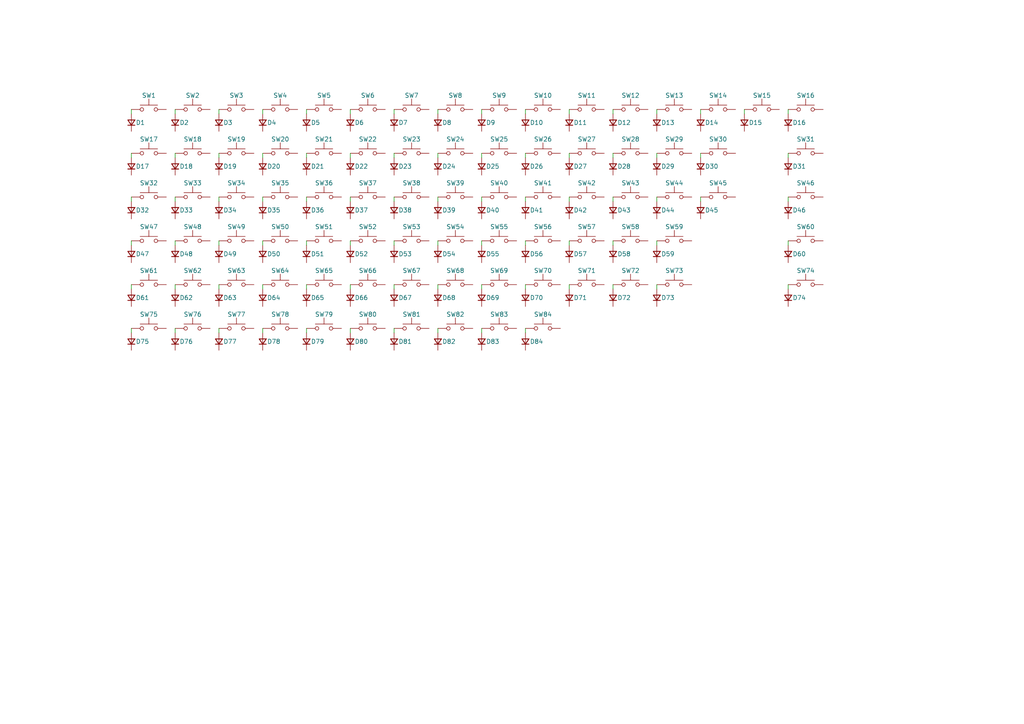
<source format=kicad_sch>
(kicad_sch
	(version 20250114)
	(generator "eeschema")
	(generator_version "9.0")
	(uuid "d3bbd92f-856b-4b9f-a468-d21ec5a8a2cf")
	(paper "A4")
	(lib_symbols
		(symbol "Device:D_Small"
			(pin_numbers
				(hide yes)
			)
			(pin_names
				(offset 0.254)
				(hide yes)
			)
			(exclude_from_sim no)
			(in_bom yes)
			(on_board yes)
			(property "Reference" "D"
				(at -1.27 2.032 0)
				(effects
					(font
						(size 1.27 1.27)
					)
					(justify left)
				)
			)
			(property "Value" "D_Small"
				(at -3.81 -2.032 0)
				(effects
					(font
						(size 1.27 1.27)
					)
					(justify left)
				)
			)
			(property "Footprint" ""
				(at 0 0 90)
				(effects
					(font
						(size 1.27 1.27)
					)
					(hide yes)
				)
			)
			(property "Datasheet" "~"
				(at 0 0 90)
				(effects
					(font
						(size 1.27 1.27)
					)
					(hide yes)
				)
			)
			(property "Description" "Diode, small symbol"
				(at 0 0 0)
				(effects
					(font
						(size 1.27 1.27)
					)
					(hide yes)
				)
			)
			(property "Sim.Device" "D"
				(at 0 0 0)
				(effects
					(font
						(size 1.27 1.27)
					)
					(hide yes)
				)
			)
			(property "Sim.Pins" "1=K 2=A"
				(at 0 0 0)
				(effects
					(font
						(size 1.27 1.27)
					)
					(hide yes)
				)
			)
			(property "ki_keywords" "diode"
				(at 0 0 0)
				(effects
					(font
						(size 1.27 1.27)
					)
					(hide yes)
				)
			)
			(property "ki_fp_filters" "TO-???* *_Diode_* *SingleDiode* D_*"
				(at 0 0 0)
				(effects
					(font
						(size 1.27 1.27)
					)
					(hide yes)
				)
			)
			(symbol "D_Small_0_1"
				(polyline
					(pts
						(xy -0.762 0) (xy 0.762 0)
					)
					(stroke
						(width 0)
						(type default)
					)
					(fill
						(type none)
					)
				)
				(polyline
					(pts
						(xy -0.762 -1.016) (xy -0.762 1.016)
					)
					(stroke
						(width 0.254)
						(type default)
					)
					(fill
						(type none)
					)
				)
				(polyline
					(pts
						(xy 0.762 -1.016) (xy -0.762 0) (xy 0.762 1.016) (xy 0.762 -1.016)
					)
					(stroke
						(width 0.254)
						(type default)
					)
					(fill
						(type none)
					)
				)
			)
			(symbol "D_Small_1_1"
				(pin passive line
					(at -2.54 0 0)
					(length 1.778)
					(name "K"
						(effects
							(font
								(size 1.27 1.27)
							)
						)
					)
					(number "1"
						(effects
							(font
								(size 1.27 1.27)
							)
						)
					)
				)
				(pin passive line
					(at 2.54 0 180)
					(length 1.778)
					(name "A"
						(effects
							(font
								(size 1.27 1.27)
							)
						)
					)
					(number "2"
						(effects
							(font
								(size 1.27 1.27)
							)
						)
					)
				)
			)
			(embedded_fonts no)
		)
		(symbol "Switch:SW_Push"
			(pin_numbers
				(hide yes)
			)
			(pin_names
				(offset 1.016)
				(hide yes)
			)
			(exclude_from_sim no)
			(in_bom yes)
			(on_board yes)
			(property "Reference" "SW"
				(at 1.27 2.54 0)
				(effects
					(font
						(size 1.27 1.27)
					)
					(justify left)
				)
			)
			(property "Value" "SW_Push"
				(at 0 -1.524 0)
				(effects
					(font
						(size 1.27 1.27)
					)
				)
			)
			(property "Footprint" ""
				(at 0 5.08 0)
				(effects
					(font
						(size 1.27 1.27)
					)
					(hide yes)
				)
			)
			(property "Datasheet" "~"
				(at 0 5.08 0)
				(effects
					(font
						(size 1.27 1.27)
					)
					(hide yes)
				)
			)
			(property "Description" "Push button switch, generic, two pins"
				(at 0 0 0)
				(effects
					(font
						(size 1.27 1.27)
					)
					(hide yes)
				)
			)
			(property "ki_keywords" "switch normally-open pushbutton push-button"
				(at 0 0 0)
				(effects
					(font
						(size 1.27 1.27)
					)
					(hide yes)
				)
			)
			(symbol "SW_Push_0_1"
				(circle
					(center -2.032 0)
					(radius 0.508)
					(stroke
						(width 0)
						(type default)
					)
					(fill
						(type none)
					)
				)
				(polyline
					(pts
						(xy 0 1.27) (xy 0 3.048)
					)
					(stroke
						(width 0)
						(type default)
					)
					(fill
						(type none)
					)
				)
				(circle
					(center 2.032 0)
					(radius 0.508)
					(stroke
						(width 0)
						(type default)
					)
					(fill
						(type none)
					)
				)
				(polyline
					(pts
						(xy 2.54 1.27) (xy -2.54 1.27)
					)
					(stroke
						(width 0)
						(type default)
					)
					(fill
						(type none)
					)
				)
				(pin passive line
					(at -5.08 0 0)
					(length 2.54)
					(name "1"
						(effects
							(font
								(size 1.27 1.27)
							)
						)
					)
					(number "1"
						(effects
							(font
								(size 1.27 1.27)
							)
						)
					)
				)
				(pin passive line
					(at 5.08 0 180)
					(length 2.54)
					(name "2"
						(effects
							(font
								(size 1.27 1.27)
							)
						)
					)
					(number "2"
						(effects
							(font
								(size 1.27 1.27)
							)
						)
					)
				)
			)
			(embedded_fonts no)
		)
	)
	(wire
		(pts
			(xy 38.1 31.75) (xy 38.1 33.02)
		)
		(stroke
			(width 0)
			(type default)
		)
		(uuid "009c4a5b-cc18-4ca5-9717-f660e122c8ee")
	)
	(wire
		(pts
			(xy 203.2 31.75) (xy 203.2 33.02)
		)
		(stroke
			(width 0)
			(type default)
		)
		(uuid "017f5e95-76ca-4dca-83c5-15b92d19db50")
	)
	(wire
		(pts
			(xy 215.9 31.75) (xy 215.9 33.02)
		)
		(stroke
			(width 0)
			(type default)
		)
		(uuid "0202a0a2-b7f3-49aa-9b54-167557fb840b")
	)
	(wire
		(pts
			(xy 139.7 95.25) (xy 139.7 96.52)
		)
		(stroke
			(width 0)
			(type default)
		)
		(uuid "097777f0-3093-430f-af28-a9c49547aec9")
	)
	(wire
		(pts
			(xy 139.7 57.15) (xy 139.7 58.42)
		)
		(stroke
			(width 0)
			(type default)
		)
		(uuid "0e0a09b4-7845-444d-9fb6-620b3593ecd7")
	)
	(wire
		(pts
			(xy 228.6 69.85) (xy 228.6 71.12)
		)
		(stroke
			(width 0)
			(type default)
		)
		(uuid "10a8fef3-4c55-45be-a0d7-a73e78c7a1af")
	)
	(wire
		(pts
			(xy 76.2 95.25) (xy 76.2 96.52)
		)
		(stroke
			(width 0)
			(type default)
		)
		(uuid "12a6d751-0b14-4d34-b4e3-ece1b5229fc9")
	)
	(wire
		(pts
			(xy 63.5 57.15) (xy 63.5 58.42)
		)
		(stroke
			(width 0)
			(type default)
		)
		(uuid "13ea1390-a222-4dba-9d59-a97f9fe5d955")
	)
	(wire
		(pts
			(xy 88.9 31.75) (xy 88.9 33.02)
		)
		(stroke
			(width 0)
			(type default)
		)
		(uuid "14e24f13-120c-40e4-91ef-a68fcddc114e")
	)
	(wire
		(pts
			(xy 190.5 44.45) (xy 190.5 45.72)
		)
		(stroke
			(width 0)
			(type default)
		)
		(uuid "174b3d84-dccb-4352-9e26-6afa7cfd2790")
	)
	(wire
		(pts
			(xy 101.6 44.45) (xy 101.6 45.72)
		)
		(stroke
			(width 0)
			(type default)
		)
		(uuid "1756ef27-e972-4e76-b721-2ae70659fdd1")
	)
	(wire
		(pts
			(xy 114.3 82.55) (xy 114.3 83.82)
		)
		(stroke
			(width 0)
			(type default)
		)
		(uuid "1809cfde-5a04-4d91-890e-f2220b494854")
	)
	(wire
		(pts
			(xy 114.3 57.15) (xy 114.3 58.42)
		)
		(stroke
			(width 0)
			(type default)
		)
		(uuid "198594cd-2a10-45f0-82ac-2c020ce1af02")
	)
	(wire
		(pts
			(xy 50.8 31.75) (xy 50.8 33.02)
		)
		(stroke
			(width 0)
			(type default)
		)
		(uuid "1cc73219-fabb-4281-a7c6-3ef6d8d3dc06")
	)
	(wire
		(pts
			(xy 177.8 82.55) (xy 177.8 83.82)
		)
		(stroke
			(width 0)
			(type default)
		)
		(uuid "20896ab4-352d-4c8c-89e3-ed9e348ff4e4")
	)
	(wire
		(pts
			(xy 228.6 82.55) (xy 228.6 83.82)
		)
		(stroke
			(width 0)
			(type default)
		)
		(uuid "26c757a1-a445-470c-8ac9-4df562414e5b")
	)
	(wire
		(pts
			(xy 203.2 44.45) (xy 203.2 45.72)
		)
		(stroke
			(width 0)
			(type default)
		)
		(uuid "26e948f7-1bd2-4c86-a302-30ad329a9313")
	)
	(wire
		(pts
			(xy 114.3 69.85) (xy 114.3 71.12)
		)
		(stroke
			(width 0)
			(type default)
		)
		(uuid "2969961e-b45b-4a2f-ba15-fbd6d1c04934")
	)
	(wire
		(pts
			(xy 139.7 69.85) (xy 139.7 71.12)
		)
		(stroke
			(width 0)
			(type default)
		)
		(uuid "32445014-cbe4-4d00-a331-c5bb57233052")
	)
	(wire
		(pts
			(xy 101.6 69.85) (xy 101.6 71.12)
		)
		(stroke
			(width 0)
			(type default)
		)
		(uuid "33114959-06ed-41cd-a3e1-8b7b58fb42e8")
	)
	(wire
		(pts
			(xy 63.5 44.45) (xy 63.5 45.72)
		)
		(stroke
			(width 0)
			(type default)
		)
		(uuid "33799df9-8cf1-4f66-9ff3-6a9850c30a86")
	)
	(wire
		(pts
			(xy 228.6 31.75) (xy 228.6 33.02)
		)
		(stroke
			(width 0)
			(type default)
		)
		(uuid "37fc9992-e8de-4abd-acda-20d13e574e65")
	)
	(wire
		(pts
			(xy 38.1 44.45) (xy 38.1 45.72)
		)
		(stroke
			(width 0)
			(type default)
		)
		(uuid "3fb00cb2-eeff-4b05-9da8-374331e294e2")
	)
	(wire
		(pts
			(xy 114.3 44.45) (xy 114.3 45.72)
		)
		(stroke
			(width 0)
			(type default)
		)
		(uuid "40e879aa-cff9-4083-a95c-88897db8a9a2")
	)
	(wire
		(pts
			(xy 127 95.25) (xy 127 96.52)
		)
		(stroke
			(width 0)
			(type default)
		)
		(uuid "4454b891-752e-4962-9914-24679f5005e0")
	)
	(wire
		(pts
			(xy 228.6 57.15) (xy 228.6 58.42)
		)
		(stroke
			(width 0)
			(type default)
		)
		(uuid "46a1db68-310e-483d-b4ac-f5e588db3a18")
	)
	(wire
		(pts
			(xy 76.2 57.15) (xy 76.2 58.42)
		)
		(stroke
			(width 0)
			(type default)
		)
		(uuid "49cb5ab8-8230-46fa-b6a3-8c5a9460a240")
	)
	(wire
		(pts
			(xy 50.8 44.45) (xy 50.8 45.72)
		)
		(stroke
			(width 0)
			(type default)
		)
		(uuid "4ecd4b92-4216-43b7-b7ce-0ee1b8286ea9")
	)
	(wire
		(pts
			(xy 127 82.55) (xy 127 83.82)
		)
		(stroke
			(width 0)
			(type default)
		)
		(uuid "5178621f-726f-4ddc-ab5f-11bbdd2b29c7")
	)
	(wire
		(pts
			(xy 50.8 95.25) (xy 50.8 96.52)
		)
		(stroke
			(width 0)
			(type default)
		)
		(uuid "54249592-456d-4e77-ac2c-8a81f37edeab")
	)
	(wire
		(pts
			(xy 88.9 69.85) (xy 88.9 71.12)
		)
		(stroke
			(width 0)
			(type default)
		)
		(uuid "5608c482-0873-4d13-8c80-29660d7089a4")
	)
	(wire
		(pts
			(xy 88.9 82.55) (xy 88.9 83.82)
		)
		(stroke
			(width 0)
			(type default)
		)
		(uuid "5adcd756-4964-469d-8e01-0cbfe00d2961")
	)
	(wire
		(pts
			(xy 76.2 44.45) (xy 76.2 45.72)
		)
		(stroke
			(width 0)
			(type default)
		)
		(uuid "5d8c7766-2249-41bc-99ce-11d8941c22dc")
	)
	(wire
		(pts
			(xy 228.6 44.45) (xy 228.6 45.72)
		)
		(stroke
			(width 0)
			(type default)
		)
		(uuid "5eacc239-6a42-47a7-8b7e-1cb0d431c809")
	)
	(wire
		(pts
			(xy 50.8 69.85) (xy 50.8 71.12)
		)
		(stroke
			(width 0)
			(type default)
		)
		(uuid "631cf81a-31f8-40ed-9291-5a080d0ae8a5")
	)
	(wire
		(pts
			(xy 165.1 69.85) (xy 165.1 71.12)
		)
		(stroke
			(width 0)
			(type default)
		)
		(uuid "6a92fd55-ed39-4032-a3a9-bb8f8d5fcc38")
	)
	(wire
		(pts
			(xy 63.5 31.75) (xy 63.5 33.02)
		)
		(stroke
			(width 0)
			(type default)
		)
		(uuid "6be90903-6ee4-4592-ae5d-b63d1da14e89")
	)
	(wire
		(pts
			(xy 76.2 69.85) (xy 76.2 71.12)
		)
		(stroke
			(width 0)
			(type default)
		)
		(uuid "6d5650dd-3e20-40f0-8cca-e7d57139db17")
	)
	(wire
		(pts
			(xy 190.5 57.15) (xy 190.5 58.42)
		)
		(stroke
			(width 0)
			(type default)
		)
		(uuid "6ec77492-bc8a-4b1a-a7f0-e0c755f905d9")
	)
	(wire
		(pts
			(xy 152.4 57.15) (xy 152.4 58.42)
		)
		(stroke
			(width 0)
			(type default)
		)
		(uuid "73476a84-0089-40e8-8732-eb6b5420ae40")
	)
	(wire
		(pts
			(xy 190.5 69.85) (xy 190.5 71.12)
		)
		(stroke
			(width 0)
			(type default)
		)
		(uuid "7464a337-85e2-43d3-88b0-170e882b6d93")
	)
	(wire
		(pts
			(xy 63.5 95.25) (xy 63.5 96.52)
		)
		(stroke
			(width 0)
			(type default)
		)
		(uuid "77259875-469b-4424-a7ac-bebaedeb5a5d")
	)
	(wire
		(pts
			(xy 152.4 95.25) (xy 152.4 96.52)
		)
		(stroke
			(width 0)
			(type default)
		)
		(uuid "88df54ba-ed82-453d-9073-a91236381976")
	)
	(wire
		(pts
			(xy 101.6 82.55) (xy 101.6 83.82)
		)
		(stroke
			(width 0)
			(type default)
		)
		(uuid "91a2df4e-7ccd-478c-a867-c84626065668")
	)
	(wire
		(pts
			(xy 114.3 31.75) (xy 114.3 33.02)
		)
		(stroke
			(width 0)
			(type default)
		)
		(uuid "91a82012-dca7-459a-8daf-65819a0c1184")
	)
	(wire
		(pts
			(xy 127 69.85) (xy 127 71.12)
		)
		(stroke
			(width 0)
			(type default)
		)
		(uuid "93811d9e-6601-4b02-978d-ce884fb5fcb7")
	)
	(wire
		(pts
			(xy 152.4 31.75) (xy 152.4 33.02)
		)
		(stroke
			(width 0)
			(type default)
		)
		(uuid "98578fc8-cabd-4446-be03-737a651d1cfb")
	)
	(wire
		(pts
			(xy 101.6 31.75) (xy 101.6 33.02)
		)
		(stroke
			(width 0)
			(type default)
		)
		(uuid "a0faf530-1bee-43e1-9c5b-372e06f5cb7a")
	)
	(wire
		(pts
			(xy 203.2 57.15) (xy 203.2 58.42)
		)
		(stroke
			(width 0)
			(type default)
		)
		(uuid "a98d7154-00b0-4ec3-91c8-63b671fe72e8")
	)
	(wire
		(pts
			(xy 127 31.75) (xy 127 33.02)
		)
		(stroke
			(width 0)
			(type default)
		)
		(uuid "aa86f663-e2d7-4dbf-a2f4-83d929640b8f")
	)
	(wire
		(pts
			(xy 165.1 31.75) (xy 165.1 33.02)
		)
		(stroke
			(width 0)
			(type default)
		)
		(uuid "aab458fc-ef5d-4d82-87c5-89cf2f705053")
	)
	(wire
		(pts
			(xy 50.8 82.55) (xy 50.8 83.82)
		)
		(stroke
			(width 0)
			(type default)
		)
		(uuid "ad850caf-8a6b-4d28-a916-f05f762e3445")
	)
	(wire
		(pts
			(xy 127 44.45) (xy 127 45.72)
		)
		(stroke
			(width 0)
			(type default)
		)
		(uuid "b2051c9e-dc23-41ca-8b5f-6d14557209ad")
	)
	(wire
		(pts
			(xy 38.1 69.85) (xy 38.1 71.12)
		)
		(stroke
			(width 0)
			(type default)
		)
		(uuid "b6971214-4958-4c4e-b795-e7b2492e5b51")
	)
	(wire
		(pts
			(xy 88.9 44.45) (xy 88.9 45.72)
		)
		(stroke
			(width 0)
			(type default)
		)
		(uuid "b964d325-8398-42b4-8b4d-562b7f0b9903")
	)
	(wire
		(pts
			(xy 177.8 44.45) (xy 177.8 45.72)
		)
		(stroke
			(width 0)
			(type default)
		)
		(uuid "ba455dd9-556f-4060-8542-46d5b6c2c22b")
	)
	(wire
		(pts
			(xy 139.7 44.45) (xy 139.7 45.72)
		)
		(stroke
			(width 0)
			(type default)
		)
		(uuid "bc1ae1ea-c125-464e-b13c-2e7a033a5c3e")
	)
	(wire
		(pts
			(xy 177.8 57.15) (xy 177.8 58.42)
		)
		(stroke
			(width 0)
			(type default)
		)
		(uuid "bc7d9550-a34b-464a-bf58-76096706a27f")
	)
	(wire
		(pts
			(xy 50.8 57.15) (xy 50.8 58.42)
		)
		(stroke
			(width 0)
			(type default)
		)
		(uuid "bdcd93af-26b9-4476-8971-5cc368b12f89")
	)
	(wire
		(pts
			(xy 152.4 44.45) (xy 152.4 45.72)
		)
		(stroke
			(width 0)
			(type default)
		)
		(uuid "bf53e4e7-2add-4f1c-a44c-faa29ca525ca")
	)
	(wire
		(pts
			(xy 88.9 95.25) (xy 88.9 96.52)
		)
		(stroke
			(width 0)
			(type default)
		)
		(uuid "c009c8db-8dfa-4043-a53c-cf87fd8a0cc2")
	)
	(wire
		(pts
			(xy 190.5 31.75) (xy 190.5 33.02)
		)
		(stroke
			(width 0)
			(type default)
		)
		(uuid "c579b001-e9a7-4dd1-8295-9b3629bbd580")
	)
	(wire
		(pts
			(xy 139.7 82.55) (xy 139.7 83.82)
		)
		(stroke
			(width 0)
			(type default)
		)
		(uuid "ca179f98-0bea-4c5c-9f2a-1982b4b8b460")
	)
	(wire
		(pts
			(xy 114.3 95.25) (xy 114.3 96.52)
		)
		(stroke
			(width 0)
			(type default)
		)
		(uuid "cb5cce7b-43af-4595-9d81-3f0e92ccf016")
	)
	(wire
		(pts
			(xy 165.1 44.45) (xy 165.1 45.72)
		)
		(stroke
			(width 0)
			(type default)
		)
		(uuid "cd2950f3-5bac-4046-ba1a-e38510bc05e5")
	)
	(wire
		(pts
			(xy 139.7 31.75) (xy 139.7 33.02)
		)
		(stroke
			(width 0)
			(type default)
		)
		(uuid "d0414ffc-f8d4-49cf-98ad-3fe7cfd8c75b")
	)
	(wire
		(pts
			(xy 165.1 57.15) (xy 165.1 58.42)
		)
		(stroke
			(width 0)
			(type default)
		)
		(uuid "d2bafddc-9083-4ba7-bca3-44c9bd50be92")
	)
	(wire
		(pts
			(xy 76.2 82.55) (xy 76.2 83.82)
		)
		(stroke
			(width 0)
			(type default)
		)
		(uuid "d3e03685-b75e-46c7-9ec6-95cb730594de")
	)
	(wire
		(pts
			(xy 38.1 82.55) (xy 38.1 83.82)
		)
		(stroke
			(width 0)
			(type default)
		)
		(uuid "d510a0cb-6bd3-4fab-a703-e1773f3e1a64")
	)
	(wire
		(pts
			(xy 177.8 31.75) (xy 177.8 33.02)
		)
		(stroke
			(width 0)
			(type default)
		)
		(uuid "d7fdb7f1-d8b3-45c8-bbfc-a80d5ffad8c2")
	)
	(wire
		(pts
			(xy 177.8 69.85) (xy 177.8 71.12)
		)
		(stroke
			(width 0)
			(type default)
		)
		(uuid "dab2bec2-eac3-421b-ad27-fbde3887a38c")
	)
	(wire
		(pts
			(xy 88.9 57.15) (xy 88.9 58.42)
		)
		(stroke
			(width 0)
			(type default)
		)
		(uuid "ddaeff65-7493-4361-9b51-be8eddb243cb")
	)
	(wire
		(pts
			(xy 152.4 69.85) (xy 152.4 71.12)
		)
		(stroke
			(width 0)
			(type default)
		)
		(uuid "de6164c9-0b9b-4525-ba09-fa2f5684787c")
	)
	(wire
		(pts
			(xy 127 57.15) (xy 127 58.42)
		)
		(stroke
			(width 0)
			(type default)
		)
		(uuid "e1632d36-2374-4092-ad05-5f840d0699d4")
	)
	(wire
		(pts
			(xy 101.6 95.25) (xy 101.6 96.52)
		)
		(stroke
			(width 0)
			(type default)
		)
		(uuid "e487c2d8-f1d9-461d-a0a6-af9ee8ccb668")
	)
	(wire
		(pts
			(xy 76.2 31.75) (xy 76.2 33.02)
		)
		(stroke
			(width 0)
			(type default)
		)
		(uuid "e5186b07-6aa1-4737-bca2-a274afe28a5e")
	)
	(wire
		(pts
			(xy 165.1 82.55) (xy 165.1 83.82)
		)
		(stroke
			(width 0)
			(type default)
		)
		(uuid "e547be93-5d4a-4fd6-9e31-4998814dc47d")
	)
	(wire
		(pts
			(xy 101.6 57.15) (xy 101.6 58.42)
		)
		(stroke
			(width 0)
			(type default)
		)
		(uuid "e5eeb219-105c-4908-aafb-d7b691106792")
	)
	(wire
		(pts
			(xy 63.5 69.85) (xy 63.5 71.12)
		)
		(stroke
			(width 0)
			(type default)
		)
		(uuid "ebe549fb-323b-4174-a9e6-c6db8343f166")
	)
	(wire
		(pts
			(xy 152.4 82.55) (xy 152.4 83.82)
		)
		(stroke
			(width 0)
			(type default)
		)
		(uuid "f268b1cb-0d20-4048-bcb5-15503d326d55")
	)
	(wire
		(pts
			(xy 38.1 57.15) (xy 38.1 58.42)
		)
		(stroke
			(width 0)
			(type default)
		)
		(uuid "f4cd7eaf-ef2c-4186-8615-0a1a307a2a58")
	)
	(wire
		(pts
			(xy 63.5 82.55) (xy 63.5 83.82)
		)
		(stroke
			(width 0)
			(type default)
		)
		(uuid "f54c8064-5bbe-45cc-8092-46265bf294ff")
	)
	(wire
		(pts
			(xy 38.1 95.25) (xy 38.1 96.52)
		)
		(stroke
			(width 0)
			(type default)
		)
		(uuid "f661b8ee-80f7-45a9-888b-ac8c6ab0805b")
	)
	(wire
		(pts
			(xy 190.5 82.55) (xy 190.5 83.82)
		)
		(stroke
			(width 0)
			(type default)
		)
		(uuid "ffeb822f-8f46-4fa3-b93c-6a119fb38e03")
	)
	(symbol
		(lib_id "Device:D_Small")
		(at 165.1 73.66 90)
		(unit 1)
		(exclude_from_sim no)
		(in_bom yes)
		(on_board yes)
		(dnp no)
		(uuid "000b18b8-00e0-47c7-acc1-ca4616a63858")
		(property "Reference" "D57"
			(at 166.37 73.66 90)
			(effects
				(font
					(size 1.27 1.27)
				)
				(justify right)
			)
		)
		(property "Value" "D_Small"
			(at 167.64 74.9299 90)
			(effects
				(font
					(size 1.27 1.27)
				)
				(justify right)
				(hide yes)
			)
		)
		(property "Footprint" "Diode_SMD:D_SOD-323"
			(at 165.1 73.66 90)
			(effects
				(font
					(size 1.27 1.27)
				)
				(hide yes)
			)
		)
		(property "Datasheet" "~"
			(at 165.1 73.66 90)
			(effects
				(font
					(size 1.27 1.27)
				)
				(hide yes)
			)
		)
		(property "Description" "Diode, small symbol"
			(at 165.1 73.66 0)
			(effects
				(font
					(size 1.27 1.27)
				)
				(hide yes)
			)
		)
		(property "Sim.Device" "D"
			(at 165.1 73.66 0)
			(effects
				(font
					(size 1.27 1.27)
				)
				(hide yes)
			)
		)
		(property "Sim.Pins" "1=K 2=A"
			(at 165.1 73.66 0)
			(effects
				(font
					(size 1.27 1.27)
				)
				(hide yes)
			)
		)
		(property "LCSC" "C6423741"
			(at 165.1 73.66 0)
			(effects
				(font
					(size 1.27 1.27)
				)
				(hide yes)
			)
		)
		(pin "1"
			(uuid "d22be6c9-8fe9-413d-aa68-22ff4e82051b")
		)
		(pin "2"
			(uuid "fed1c92a-1ec1-4f99-9d76-6b2f79b7bab8")
		)
		(instances
			(project "Keyboard-0"
				(path "/d3bbd92f-856b-4b9f-a468-d21ec5a8a2cf"
					(reference "D57")
					(unit 1)
				)
			)
		)
	)
	(symbol
		(lib_id "Switch:SW_Push")
		(at 43.18 31.75 0)
		(unit 1)
		(exclude_from_sim no)
		(in_bom yes)
		(on_board yes)
		(dnp no)
		(uuid "008c5452-8be0-4317-9554-9253900af8dd")
		(property "Reference" "SW1"
			(at 43.18 27.686 0)
			(effects
				(font
					(size 1.27 1.27)
				)
			)
		)
		(property "Value" "SW_Push"
			(at 43.18 26.67 0)
			(effects
				(font
					(size 1.27 1.27)
				)
				(hide yes)
			)
		)
		(property "Footprint" "PCM_Switch_Keyboard_Hotswap_Kailh:SW_Hotswap_Kailh_MX_1.00u"
			(at 43.18 26.67 0)
			(effects
				(font
					(size 1.27 1.27)
				)
				(hide yes)
			)
		)
		(property "Datasheet" "~"
			(at 43.18 26.67 0)
			(effects
				(font
					(size 1.27 1.27)
				)
				(hide yes)
			)
		)
		(property "Description" "Push button switch, generic, two pins"
			(at 43.18 31.75 0)
			(effects
				(font
					(size 1.27 1.27)
				)
				(hide yes)
			)
		)
		(property "LCSC" ""
			(at 43.18 31.75 0)
			(effects
				(font
					(size 1.27 1.27)
				)
			)
		)
		(pin "2"
			(uuid "8c72b2c6-0523-4808-bf85-8bd653ccb7c9")
		)
		(pin "1"
			(uuid "1a8699f7-84e7-4ce9-93c2-3ff0d072f7d9")
		)
		(instances
			(project ""
				(path "/d3bbd92f-856b-4b9f-a468-d21ec5a8a2cf"
					(reference "SW1")
					(unit 1)
				)
			)
		)
	)
	(symbol
		(lib_id "Device:D_Small")
		(at 101.6 86.36 90)
		(unit 1)
		(exclude_from_sim no)
		(in_bom yes)
		(on_board yes)
		(dnp no)
		(uuid "00981669-42ce-46d3-96ed-8e8b83457632")
		(property "Reference" "D66"
			(at 102.87 86.36 90)
			(effects
				(font
					(size 1.27 1.27)
				)
				(justify right)
			)
		)
		(property "Value" "D_Small"
			(at 104.14 87.6299 90)
			(effects
				(font
					(size 1.27 1.27)
				)
				(justify right)
				(hide yes)
			)
		)
		(property "Footprint" "Diode_SMD:D_SOD-323"
			(at 101.6 86.36 90)
			(effects
				(font
					(size 1.27 1.27)
				)
				(hide yes)
			)
		)
		(property "Datasheet" "~"
			(at 101.6 86.36 90)
			(effects
				(font
					(size 1.27 1.27)
				)
				(hide yes)
			)
		)
		(property "Description" "Diode, small symbol"
			(at 101.6 86.36 0)
			(effects
				(font
					(size 1.27 1.27)
				)
				(hide yes)
			)
		)
		(property "Sim.Device" "D"
			(at 101.6 86.36 0)
			(effects
				(font
					(size 1.27 1.27)
				)
				(hide yes)
			)
		)
		(property "Sim.Pins" "1=K 2=A"
			(at 101.6 86.36 0)
			(effects
				(font
					(size 1.27 1.27)
				)
				(hide yes)
			)
		)
		(property "LCSC" "C6423741"
			(at 101.6 86.36 0)
			(effects
				(font
					(size 1.27 1.27)
				)
				(hide yes)
			)
		)
		(pin "1"
			(uuid "32e084cf-4c12-4ec8-b583-4fee502293c7")
		)
		(pin "2"
			(uuid "5824ccc1-c0aa-4c89-93fd-49307be38b82")
		)
		(instances
			(project "Keyboard-0"
				(path "/d3bbd92f-856b-4b9f-a468-d21ec5a8a2cf"
					(reference "D66")
					(unit 1)
				)
			)
		)
	)
	(symbol
		(lib_id "Switch:SW_Push")
		(at 233.68 69.85 0)
		(unit 1)
		(exclude_from_sim no)
		(in_bom yes)
		(on_board yes)
		(dnp no)
		(uuid "01078221-fb8a-4609-9083-893c2f4bf1e5")
		(property "Reference" "SW60"
			(at 233.68 65.786 0)
			(effects
				(font
					(size 1.27 1.27)
				)
			)
		)
		(property "Value" "SW_Push"
			(at 233.68 64.77 0)
			(effects
				(font
					(size 1.27 1.27)
				)
				(hide yes)
			)
		)
		(property "Footprint" "PCM_Switch_Keyboard_Hotswap_Kailh:SW_Hotswap_Kailh_MX_1.00u"
			(at 233.68 64.77 0)
			(effects
				(font
					(size 1.27 1.27)
				)
				(hide yes)
			)
		)
		(property "Datasheet" "~"
			(at 233.68 64.77 0)
			(effects
				(font
					(size 1.27 1.27)
				)
				(hide yes)
			)
		)
		(property "Description" "Push button switch, generic, two pins"
			(at 233.68 69.85 0)
			(effects
				(font
					(size 1.27 1.27)
				)
				(hide yes)
			)
		)
		(property "LCSC" ""
			(at 233.68 69.85 0)
			(effects
				(font
					(size 1.27 1.27)
				)
			)
		)
		(pin "2"
			(uuid "4e6c5681-c6ef-4678-9f23-de7659fbaf3f")
		)
		(pin "1"
			(uuid "e31935af-36ed-486b-9d8d-42270c32cbae")
		)
		(instances
			(project "Keyboard-0"
				(path "/d3bbd92f-856b-4b9f-a468-d21ec5a8a2cf"
					(reference "SW60")
					(unit 1)
				)
			)
		)
	)
	(symbol
		(lib_id "Switch:SW_Push")
		(at 119.38 57.15 0)
		(unit 1)
		(exclude_from_sim no)
		(in_bom yes)
		(on_board yes)
		(dnp no)
		(uuid "01a94f24-90a9-47e8-8692-23fdd63270ce")
		(property "Reference" "SW38"
			(at 119.38 53.086 0)
			(effects
				(font
					(size 1.27 1.27)
				)
			)
		)
		(property "Value" "SW_Push"
			(at 119.38 52.07 0)
			(effects
				(font
					(size 1.27 1.27)
				)
				(hide yes)
			)
		)
		(property "Footprint" "PCM_Switch_Keyboard_Hotswap_Kailh:SW_Hotswap_Kailh_MX_1.00u"
			(at 119.38 52.07 0)
			(effects
				(font
					(size 1.27 1.27)
				)
				(hide yes)
			)
		)
		(property "Datasheet" "~"
			(at 119.38 52.07 0)
			(effects
				(font
					(size 1.27 1.27)
				)
				(hide yes)
			)
		)
		(property "Description" "Push button switch, generic, two pins"
			(at 119.38 57.15 0)
			(effects
				(font
					(size 1.27 1.27)
				)
				(hide yes)
			)
		)
		(property "LCSC" ""
			(at 119.38 57.15 0)
			(effects
				(font
					(size 1.27 1.27)
				)
			)
		)
		(pin "2"
			(uuid "e3b9038a-ecf1-4f95-a59d-a1b1d94a9932")
		)
		(pin "1"
			(uuid "08294f1a-9a5a-4869-97b6-8e7c6d2b8721")
		)
		(instances
			(project "Keyboard-0"
				(path "/d3bbd92f-856b-4b9f-a468-d21ec5a8a2cf"
					(reference "SW38")
					(unit 1)
				)
			)
		)
	)
	(symbol
		(lib_id "Switch:SW_Push")
		(at 81.28 44.45 0)
		(unit 1)
		(exclude_from_sim no)
		(in_bom yes)
		(on_board yes)
		(dnp no)
		(uuid "07009e26-13b1-4e2a-8166-da6b3eace284")
		(property "Reference" "SW20"
			(at 81.28 40.386 0)
			(effects
				(font
					(size 1.27 1.27)
				)
			)
		)
		(property "Value" "SW_Push"
			(at 81.28 39.37 0)
			(effects
				(font
					(size 1.27 1.27)
				)
				(hide yes)
			)
		)
		(property "Footprint" "PCM_Switch_Keyboard_Hotswap_Kailh:SW_Hotswap_Kailh_MX_1.00u"
			(at 81.28 39.37 0)
			(effects
				(font
					(size 1.27 1.27)
				)
				(hide yes)
			)
		)
		(property "Datasheet" "~"
			(at 81.28 39.37 0)
			(effects
				(font
					(size 1.27 1.27)
				)
				(hide yes)
			)
		)
		(property "Description" "Push button switch, generic, two pins"
			(at 81.28 44.45 0)
			(effects
				(font
					(size 1.27 1.27)
				)
				(hide yes)
			)
		)
		(property "LCSC" ""
			(at 81.28 44.45 0)
			(effects
				(font
					(size 1.27 1.27)
				)
			)
		)
		(pin "2"
			(uuid "8585bd53-12f4-4516-9f8e-794575de0dcf")
		)
		(pin "1"
			(uuid "09feb584-feff-4930-9e1b-3c3bdab5ce4b")
		)
		(instances
			(project "Keyboard-0"
				(path "/d3bbd92f-856b-4b9f-a468-d21ec5a8a2cf"
					(reference "SW20")
					(unit 1)
				)
			)
		)
	)
	(symbol
		(lib_id "Device:D_Small")
		(at 127 99.06 90)
		(unit 1)
		(exclude_from_sim no)
		(in_bom yes)
		(on_board yes)
		(dnp no)
		(uuid "07653a6b-d836-4853-89a6-16976c22dce9")
		(property "Reference" "D82"
			(at 128.27 99.06 90)
			(effects
				(font
					(size 1.27 1.27)
				)
				(justify right)
			)
		)
		(property "Value" "D_Small"
			(at 129.54 100.3299 90)
			(effects
				(font
					(size 1.27 1.27)
				)
				(justify right)
				(hide yes)
			)
		)
		(property "Footprint" "Diode_SMD:D_SOD-323"
			(at 127 99.06 90)
			(effects
				(font
					(size 1.27 1.27)
				)
				(hide yes)
			)
		)
		(property "Datasheet" "~"
			(at 127 99.06 90)
			(effects
				(font
					(size 1.27 1.27)
				)
				(hide yes)
			)
		)
		(property "Description" "Diode, small symbol"
			(at 127 99.06 0)
			(effects
				(font
					(size 1.27 1.27)
				)
				(hide yes)
			)
		)
		(property "Sim.Device" "D"
			(at 127 99.06 0)
			(effects
				(font
					(size 1.27 1.27)
				)
				(hide yes)
			)
		)
		(property "Sim.Pins" "1=K 2=A"
			(at 127 99.06 0)
			(effects
				(font
					(size 1.27 1.27)
				)
				(hide yes)
			)
		)
		(property "LCSC" "C6423741"
			(at 127 99.06 0)
			(effects
				(font
					(size 1.27 1.27)
				)
				(hide yes)
			)
		)
		(pin "1"
			(uuid "8a951783-8ea5-4730-979a-36d72d87a3aa")
		)
		(pin "2"
			(uuid "d52af6cb-367a-4367-9d2d-8f3c3c1336d1")
		)
		(instances
			(project "Keyboard-0"
				(path "/d3bbd92f-856b-4b9f-a468-d21ec5a8a2cf"
					(reference "D82")
					(unit 1)
				)
			)
		)
	)
	(symbol
		(lib_id "Device:D_Small")
		(at 152.4 60.96 90)
		(unit 1)
		(exclude_from_sim no)
		(in_bom yes)
		(on_board yes)
		(dnp no)
		(uuid "0cc0f80c-a485-4141-82f9-e4406f7624f6")
		(property "Reference" "D41"
			(at 153.67 60.96 90)
			(effects
				(font
					(size 1.27 1.27)
				)
				(justify right)
			)
		)
		(property "Value" "D_Small"
			(at 154.94 62.2299 90)
			(effects
				(font
					(size 1.27 1.27)
				)
				(justify right)
				(hide yes)
			)
		)
		(property "Footprint" "Diode_SMD:D_SOD-323"
			(at 152.4 60.96 90)
			(effects
				(font
					(size 1.27 1.27)
				)
				(hide yes)
			)
		)
		(property "Datasheet" "~"
			(at 152.4 60.96 90)
			(effects
				(font
					(size 1.27 1.27)
				)
				(hide yes)
			)
		)
		(property "Description" "Diode, small symbol"
			(at 152.4 60.96 0)
			(effects
				(font
					(size 1.27 1.27)
				)
				(hide yes)
			)
		)
		(property "Sim.Device" "D"
			(at 152.4 60.96 0)
			(effects
				(font
					(size 1.27 1.27)
				)
				(hide yes)
			)
		)
		(property "Sim.Pins" "1=K 2=A"
			(at 152.4 60.96 0)
			(effects
				(font
					(size 1.27 1.27)
				)
				(hide yes)
			)
		)
		(property "LCSC" "C6423741"
			(at 152.4 60.96 0)
			(effects
				(font
					(size 1.27 1.27)
				)
				(hide yes)
			)
		)
		(pin "1"
			(uuid "aa56762f-116a-4d25-a22c-6959fb021cf3")
		)
		(pin "2"
			(uuid "5485b5a6-cb72-4312-bb17-2033375d0185")
		)
		(instances
			(project "Keyboard-0"
				(path "/d3bbd92f-856b-4b9f-a468-d21ec5a8a2cf"
					(reference "D41")
					(unit 1)
				)
			)
		)
	)
	(symbol
		(lib_id "Device:D_Small")
		(at 114.3 86.36 90)
		(unit 1)
		(exclude_from_sim no)
		(in_bom yes)
		(on_board yes)
		(dnp no)
		(uuid "0fe8f9f9-7f34-4a76-bc65-970907008584")
		(property "Reference" "D67"
			(at 115.57 86.36 90)
			(effects
				(font
					(size 1.27 1.27)
				)
				(justify right)
			)
		)
		(property "Value" "D_Small"
			(at 116.84 87.6299 90)
			(effects
				(font
					(size 1.27 1.27)
				)
				(justify right)
				(hide yes)
			)
		)
		(property "Footprint" "Diode_SMD:D_SOD-323"
			(at 114.3 86.36 90)
			(effects
				(font
					(size 1.27 1.27)
				)
				(hide yes)
			)
		)
		(property "Datasheet" "~"
			(at 114.3 86.36 90)
			(effects
				(font
					(size 1.27 1.27)
				)
				(hide yes)
			)
		)
		(property "Description" "Diode, small symbol"
			(at 114.3 86.36 0)
			(effects
				(font
					(size 1.27 1.27)
				)
				(hide yes)
			)
		)
		(property "Sim.Device" "D"
			(at 114.3 86.36 0)
			(effects
				(font
					(size 1.27 1.27)
				)
				(hide yes)
			)
		)
		(property "Sim.Pins" "1=K 2=A"
			(at 114.3 86.36 0)
			(effects
				(font
					(size 1.27 1.27)
				)
				(hide yes)
			)
		)
		(property "LCSC" "C6423741"
			(at 114.3 86.36 0)
			(effects
				(font
					(size 1.27 1.27)
				)
				(hide yes)
			)
		)
		(pin "1"
			(uuid "4145c6e1-765e-4d81-adc3-ccd477e115b2")
		)
		(pin "2"
			(uuid "a1ee2db2-c853-4723-9eef-c90c3325308e")
		)
		(instances
			(project "Keyboard-0"
				(path "/d3bbd92f-856b-4b9f-a468-d21ec5a8a2cf"
					(reference "D67")
					(unit 1)
				)
			)
		)
	)
	(symbol
		(lib_id "Device:D_Small")
		(at 101.6 99.06 90)
		(unit 1)
		(exclude_from_sim no)
		(in_bom yes)
		(on_board yes)
		(dnp no)
		(uuid "117bf23b-2f5d-42ac-8559-0eb535bffb78")
		(property "Reference" "D80"
			(at 102.87 99.06 90)
			(effects
				(font
					(size 1.27 1.27)
				)
				(justify right)
			)
		)
		(property "Value" "D_Small"
			(at 104.14 100.3299 90)
			(effects
				(font
					(size 1.27 1.27)
				)
				(justify right)
				(hide yes)
			)
		)
		(property "Footprint" "Diode_SMD:D_SOD-323"
			(at 101.6 99.06 90)
			(effects
				(font
					(size 1.27 1.27)
				)
				(hide yes)
			)
		)
		(property "Datasheet" "~"
			(at 101.6 99.06 90)
			(effects
				(font
					(size 1.27 1.27)
				)
				(hide yes)
			)
		)
		(property "Description" "Diode, small symbol"
			(at 101.6 99.06 0)
			(effects
				(font
					(size 1.27 1.27)
				)
				(hide yes)
			)
		)
		(property "Sim.Device" "D"
			(at 101.6 99.06 0)
			(effects
				(font
					(size 1.27 1.27)
				)
				(hide yes)
			)
		)
		(property "Sim.Pins" "1=K 2=A"
			(at 101.6 99.06 0)
			(effects
				(font
					(size 1.27 1.27)
				)
				(hide yes)
			)
		)
		(property "LCSC" "C6423741"
			(at 101.6 99.06 0)
			(effects
				(font
					(size 1.27 1.27)
				)
				(hide yes)
			)
		)
		(pin "1"
			(uuid "09e5b5dd-1a31-4efc-aed1-fc13e5a2a482")
		)
		(pin "2"
			(uuid "26783397-9f0b-407e-abbd-8a99806ef16d")
		)
		(instances
			(project "Keyboard-0"
				(path "/d3bbd92f-856b-4b9f-a468-d21ec5a8a2cf"
					(reference "D80")
					(unit 1)
				)
			)
		)
	)
	(symbol
		(lib_id "Switch:SW_Push")
		(at 157.48 31.75 0)
		(unit 1)
		(exclude_from_sim no)
		(in_bom yes)
		(on_board yes)
		(dnp no)
		(uuid "11de5084-00c0-4b0b-9101-435a9cf37410")
		(property "Reference" "SW10"
			(at 157.48 27.686 0)
			(effects
				(font
					(size 1.27 1.27)
				)
			)
		)
		(property "Value" "SW_Push"
			(at 157.48 26.67 0)
			(effects
				(font
					(size 1.27 1.27)
				)
				(hide yes)
			)
		)
		(property "Footprint" "PCM_Switch_Keyboard_Hotswap_Kailh:SW_Hotswap_Kailh_MX_1.00u"
			(at 157.48 26.67 0)
			(effects
				(font
					(size 1.27 1.27)
				)
				(hide yes)
			)
		)
		(property "Datasheet" "~"
			(at 157.48 26.67 0)
			(effects
				(font
					(size 1.27 1.27)
				)
				(hide yes)
			)
		)
		(property "Description" "Push button switch, generic, two pins"
			(at 157.48 31.75 0)
			(effects
				(font
					(size 1.27 1.27)
				)
				(hide yes)
			)
		)
		(property "LCSC" ""
			(at 157.48 31.75 0)
			(effects
				(font
					(size 1.27 1.27)
				)
			)
		)
		(pin "2"
			(uuid "8835e099-cf88-4e1c-ad89-bf4f3d0b468e")
		)
		(pin "1"
			(uuid "a2ea25f9-ef1e-4d79-bdf0-247bb0d3266b")
		)
		(instances
			(project "Keyboard-0"
				(path "/d3bbd92f-856b-4b9f-a468-d21ec5a8a2cf"
					(reference "SW10")
					(unit 1)
				)
			)
		)
	)
	(symbol
		(lib_id "Switch:SW_Push")
		(at 157.48 82.55 0)
		(unit 1)
		(exclude_from_sim no)
		(in_bom yes)
		(on_board yes)
		(dnp no)
		(uuid "12aababc-170f-40e3-99b5-558e8a5415ea")
		(property "Reference" "SW70"
			(at 157.48 78.486 0)
			(effects
				(font
					(size 1.27 1.27)
				)
			)
		)
		(property "Value" "SW_Push"
			(at 157.48 77.47 0)
			(effects
				(font
					(size 1.27 1.27)
				)
				(hide yes)
			)
		)
		(property "Footprint" "PCM_Switch_Keyboard_Hotswap_Kailh:SW_Hotswap_Kailh_MX_1.00u"
			(at 157.48 77.47 0)
			(effects
				(font
					(size 1.27 1.27)
				)
				(hide yes)
			)
		)
		(property "Datasheet" "~"
			(at 157.48 77.47 0)
			(effects
				(font
					(size 1.27 1.27)
				)
				(hide yes)
			)
		)
		(property "Description" "Push button switch, generic, two pins"
			(at 157.48 82.55 0)
			(effects
				(font
					(size 1.27 1.27)
				)
				(hide yes)
			)
		)
		(property "LCSC" ""
			(at 157.48 82.55 0)
			(effects
				(font
					(size 1.27 1.27)
				)
			)
		)
		(pin "2"
			(uuid "3b72e504-1906-4d09-a65d-e3fb37ffa055")
		)
		(pin "1"
			(uuid "067cbb0a-72ca-4c30-a9b6-43b71d0310f8")
		)
		(instances
			(project "Keyboard-0"
				(path "/d3bbd92f-856b-4b9f-a468-d21ec5a8a2cf"
					(reference "SW70")
					(unit 1)
				)
			)
		)
	)
	(symbol
		(lib_id "Switch:SW_Push")
		(at 68.58 69.85 0)
		(unit 1)
		(exclude_from_sim no)
		(in_bom yes)
		(on_board yes)
		(dnp no)
		(uuid "12d7fc7d-b38e-4bb4-9658-b170e12d567e")
		(property "Reference" "SW49"
			(at 68.58 65.786 0)
			(effects
				(font
					(size 1.27 1.27)
				)
			)
		)
		(property "Value" "SW_Push"
			(at 68.58 64.77 0)
			(effects
				(font
					(size 1.27 1.27)
				)
				(hide yes)
			)
		)
		(property "Footprint" "PCM_Switch_Keyboard_Hotswap_Kailh:SW_Hotswap_Kailh_MX_1.00u"
			(at 68.58 64.77 0)
			(effects
				(font
					(size 1.27 1.27)
				)
				(hide yes)
			)
		)
		(property "Datasheet" "~"
			(at 68.58 64.77 0)
			(effects
				(font
					(size 1.27 1.27)
				)
				(hide yes)
			)
		)
		(property "Description" "Push button switch, generic, two pins"
			(at 68.58 69.85 0)
			(effects
				(font
					(size 1.27 1.27)
				)
				(hide yes)
			)
		)
		(property "LCSC" ""
			(at 68.58 69.85 0)
			(effects
				(font
					(size 1.27 1.27)
				)
			)
		)
		(pin "2"
			(uuid "a29f63b4-392b-4420-a348-2595ba516055")
		)
		(pin "1"
			(uuid "ce597b8e-27ce-41cf-a5ea-24ad676caa19")
		)
		(instances
			(project "Keyboard-0"
				(path "/d3bbd92f-856b-4b9f-a468-d21ec5a8a2cf"
					(reference "SW49")
					(unit 1)
				)
			)
		)
	)
	(symbol
		(lib_id "Device:D_Small")
		(at 177.8 73.66 90)
		(unit 1)
		(exclude_from_sim no)
		(in_bom yes)
		(on_board yes)
		(dnp no)
		(uuid "134a56d7-249a-4306-9627-99e0e51e5b48")
		(property "Reference" "D58"
			(at 179.07 73.66 90)
			(effects
				(font
					(size 1.27 1.27)
				)
				(justify right)
			)
		)
		(property "Value" "D_Small"
			(at 180.34 74.9299 90)
			(effects
				(font
					(size 1.27 1.27)
				)
				(justify right)
				(hide yes)
			)
		)
		(property "Footprint" "Diode_SMD:D_SOD-323"
			(at 177.8 73.66 90)
			(effects
				(font
					(size 1.27 1.27)
				)
				(hide yes)
			)
		)
		(property "Datasheet" "~"
			(at 177.8 73.66 90)
			(effects
				(font
					(size 1.27 1.27)
				)
				(hide yes)
			)
		)
		(property "Description" "Diode, small symbol"
			(at 177.8 73.66 0)
			(effects
				(font
					(size 1.27 1.27)
				)
				(hide yes)
			)
		)
		(property "Sim.Device" "D"
			(at 177.8 73.66 0)
			(effects
				(font
					(size 1.27 1.27)
				)
				(hide yes)
			)
		)
		(property "Sim.Pins" "1=K 2=A"
			(at 177.8 73.66 0)
			(effects
				(font
					(size 1.27 1.27)
				)
				(hide yes)
			)
		)
		(property "LCSC" "C6423741"
			(at 177.8 73.66 0)
			(effects
				(font
					(size 1.27 1.27)
				)
				(hide yes)
			)
		)
		(pin "1"
			(uuid "e03aa52f-9c4f-479c-87ef-f9b89b91769d")
		)
		(pin "2"
			(uuid "bef43988-3bd2-4836-8efc-a56cc0d77915")
		)
		(instances
			(project "Keyboard-0"
				(path "/d3bbd92f-856b-4b9f-a468-d21ec5a8a2cf"
					(reference "D58")
					(unit 1)
				)
			)
		)
	)
	(symbol
		(lib_id "Switch:SW_Push")
		(at 132.08 95.25 0)
		(unit 1)
		(exclude_from_sim no)
		(in_bom yes)
		(on_board yes)
		(dnp no)
		(uuid "16768cf5-16b3-4a5c-8eea-b59545b15dc0")
		(property "Reference" "SW82"
			(at 132.08 91.186 0)
			(effects
				(font
					(size 1.27 1.27)
				)
			)
		)
		(property "Value" "SW_Push"
			(at 132.08 90.17 0)
			(effects
				(font
					(size 1.27 1.27)
				)
				(hide yes)
			)
		)
		(property "Footprint" "PCM_Switch_Keyboard_Hotswap_Kailh:SW_Hotswap_Kailh_MX_1.00u"
			(at 132.08 90.17 0)
			(effects
				(font
					(size 1.27 1.27)
				)
				(hide yes)
			)
		)
		(property "Datasheet" "~"
			(at 132.08 90.17 0)
			(effects
				(font
					(size 1.27 1.27)
				)
				(hide yes)
			)
		)
		(property "Description" "Push button switch, generic, two pins"
			(at 132.08 95.25 0)
			(effects
				(font
					(size 1.27 1.27)
				)
				(hide yes)
			)
		)
		(property "LCSC" ""
			(at 132.08 95.25 0)
			(effects
				(font
					(size 1.27 1.27)
				)
			)
		)
		(pin "2"
			(uuid "1d07344f-d1ca-4042-8ba0-4afbee385729")
		)
		(pin "1"
			(uuid "d0b3281a-9d2e-4a10-a084-c579766d6d38")
		)
		(instances
			(project "Keyboard-0"
				(path "/d3bbd92f-856b-4b9f-a468-d21ec5a8a2cf"
					(reference "SW82")
					(unit 1)
				)
			)
		)
	)
	(symbol
		(lib_id "Switch:SW_Push")
		(at 119.38 82.55 0)
		(unit 1)
		(exclude_from_sim no)
		(in_bom yes)
		(on_board yes)
		(dnp no)
		(uuid "16f9d4c5-3716-4719-9198-e1e406cf2738")
		(property "Reference" "SW67"
			(at 119.38 78.486 0)
			(effects
				(font
					(size 1.27 1.27)
				)
			)
		)
		(property "Value" "SW_Push"
			(at 119.38 77.47 0)
			(effects
				(font
					(size 1.27 1.27)
				)
				(hide yes)
			)
		)
		(property "Footprint" "PCM_Switch_Keyboard_Hotswap_Kailh:SW_Hotswap_Kailh_MX_1.00u"
			(at 119.38 77.47 0)
			(effects
				(font
					(size 1.27 1.27)
				)
				(hide yes)
			)
		)
		(property "Datasheet" "~"
			(at 119.38 77.47 0)
			(effects
				(font
					(size 1.27 1.27)
				)
				(hide yes)
			)
		)
		(property "Description" "Push button switch, generic, two pins"
			(at 119.38 82.55 0)
			(effects
				(font
					(size 1.27 1.27)
				)
				(hide yes)
			)
		)
		(property "LCSC" ""
			(at 119.38 82.55 0)
			(effects
				(font
					(size 1.27 1.27)
				)
			)
		)
		(pin "2"
			(uuid "3d77a706-6aa6-4578-b6d6-7579e10e24f6")
		)
		(pin "1"
			(uuid "45f7c11a-efa3-4b0d-ac0a-3bf6b79873da")
		)
		(instances
			(project "Keyboard-0"
				(path "/d3bbd92f-856b-4b9f-a468-d21ec5a8a2cf"
					(reference "SW67")
					(unit 1)
				)
			)
		)
	)
	(symbol
		(lib_id "Switch:SW_Push")
		(at 182.88 31.75 0)
		(unit 1)
		(exclude_from_sim no)
		(in_bom yes)
		(on_board yes)
		(dnp no)
		(uuid "1a07be8f-78f0-410b-b7ad-d352b9244319")
		(property "Reference" "SW12"
			(at 182.88 27.686 0)
			(effects
				(font
					(size 1.27 1.27)
				)
			)
		)
		(property "Value" "SW_Push"
			(at 182.88 26.67 0)
			(effects
				(font
					(size 1.27 1.27)
				)
				(hide yes)
			)
		)
		(property "Footprint" "PCM_Switch_Keyboard_Hotswap_Kailh:SW_Hotswap_Kailh_MX_1.00u"
			(at 182.88 26.67 0)
			(effects
				(font
					(size 1.27 1.27)
				)
				(hide yes)
			)
		)
		(property "Datasheet" "~"
			(at 182.88 26.67 0)
			(effects
				(font
					(size 1.27 1.27)
				)
				(hide yes)
			)
		)
		(property "Description" "Push button switch, generic, two pins"
			(at 182.88 31.75 0)
			(effects
				(font
					(size 1.27 1.27)
				)
				(hide yes)
			)
		)
		(property "LCSC" ""
			(at 182.88 31.75 0)
			(effects
				(font
					(size 1.27 1.27)
				)
			)
		)
		(pin "2"
			(uuid "4e8da890-7bd6-40ab-82c3-81ea4afb9433")
		)
		(pin "1"
			(uuid "dd490a12-28dd-4615-b5ed-e56c2ae73fd5")
		)
		(instances
			(project "Keyboard-0"
				(path "/d3bbd92f-856b-4b9f-a468-d21ec5a8a2cf"
					(reference "SW12")
					(unit 1)
				)
			)
		)
	)
	(symbol
		(lib_id "Switch:SW_Push")
		(at 106.68 57.15 0)
		(unit 1)
		(exclude_from_sim no)
		(in_bom yes)
		(on_board yes)
		(dnp no)
		(uuid "1b0db86c-5294-4d85-8a30-e2beaada4c67")
		(property "Reference" "SW37"
			(at 106.68 53.086 0)
			(effects
				(font
					(size 1.27 1.27)
				)
			)
		)
		(property "Value" "SW_Push"
			(at 106.68 52.07 0)
			(effects
				(font
					(size 1.27 1.27)
				)
				(hide yes)
			)
		)
		(property "Footprint" "PCM_Switch_Keyboard_Hotswap_Kailh:SW_Hotswap_Kailh_MX_1.00u"
			(at 106.68 52.07 0)
			(effects
				(font
					(size 1.27 1.27)
				)
				(hide yes)
			)
		)
		(property "Datasheet" "~"
			(at 106.68 52.07 0)
			(effects
				(font
					(size 1.27 1.27)
				)
				(hide yes)
			)
		)
		(property "Description" "Push button switch, generic, two pins"
			(at 106.68 57.15 0)
			(effects
				(font
					(size 1.27 1.27)
				)
				(hide yes)
			)
		)
		(property "LCSC" ""
			(at 106.68 57.15 0)
			(effects
				(font
					(size 1.27 1.27)
				)
			)
		)
		(pin "2"
			(uuid "f881f382-22ca-417b-8445-da5c71d133f5")
		)
		(pin "1"
			(uuid "9e087f24-c8e6-493c-8bfc-06a6647b965e")
		)
		(instances
			(project "Keyboard-0"
				(path "/d3bbd92f-856b-4b9f-a468-d21ec5a8a2cf"
					(reference "SW37")
					(unit 1)
				)
			)
		)
	)
	(symbol
		(lib_id "Device:D_Small")
		(at 38.1 99.06 90)
		(unit 1)
		(exclude_from_sim no)
		(in_bom yes)
		(on_board yes)
		(dnp no)
		(uuid "1c8f2c2a-6eba-4f73-af4c-7ff9fa3895b7")
		(property "Reference" "D75"
			(at 39.37 99.06 90)
			(effects
				(font
					(size 1.27 1.27)
				)
				(justify right)
			)
		)
		(property "Value" "D_Small"
			(at 40.64 100.3299 90)
			(effects
				(font
					(size 1.27 1.27)
				)
				(justify right)
				(hide yes)
			)
		)
		(property "Footprint" "Diode_SMD:D_SOD-323"
			(at 38.1 99.06 90)
			(effects
				(font
					(size 1.27 1.27)
				)
				(hide yes)
			)
		)
		(property "Datasheet" "~"
			(at 38.1 99.06 90)
			(effects
				(font
					(size 1.27 1.27)
				)
				(hide yes)
			)
		)
		(property "Description" "Diode, small symbol"
			(at 38.1 99.06 0)
			(effects
				(font
					(size 1.27 1.27)
				)
				(hide yes)
			)
		)
		(property "Sim.Device" "D"
			(at 38.1 99.06 0)
			(effects
				(font
					(size 1.27 1.27)
				)
				(hide yes)
			)
		)
		(property "Sim.Pins" "1=K 2=A"
			(at 38.1 99.06 0)
			(effects
				(font
					(size 1.27 1.27)
				)
				(hide yes)
			)
		)
		(property "LCSC" "C6423741"
			(at 38.1 99.06 0)
			(effects
				(font
					(size 1.27 1.27)
				)
				(hide yes)
			)
		)
		(pin "1"
			(uuid "9ec0b2cb-2482-4f1a-8342-930e3e7fb281")
		)
		(pin "2"
			(uuid "bb4d24e6-a220-4de7-ba2b-b5cd050e0273")
		)
		(instances
			(project "Keyboard-0"
				(path "/d3bbd92f-856b-4b9f-a468-d21ec5a8a2cf"
					(reference "D75")
					(unit 1)
				)
			)
		)
	)
	(symbol
		(lib_id "Switch:SW_Push")
		(at 208.28 44.45 0)
		(unit 1)
		(exclude_from_sim no)
		(in_bom yes)
		(on_board yes)
		(dnp no)
		(uuid "1e6260e2-a6b2-4e0f-b62f-586806bfddcf")
		(property "Reference" "SW30"
			(at 208.28 40.386 0)
			(effects
				(font
					(size 1.27 1.27)
				)
			)
		)
		(property "Value" "SW_Push"
			(at 208.28 39.37 0)
			(effects
				(font
					(size 1.27 1.27)
				)
				(hide yes)
			)
		)
		(property "Footprint" "PCM_Switch_Keyboard_Hotswap_Kailh:SW_Hotswap_Kailh_MX_plated_2.00u"
			(at 208.28 39.37 0)
			(effects
				(font
					(size 1.27 1.27)
				)
				(hide yes)
			)
		)
		(property "Datasheet" "~"
			(at 208.28 39.37 0)
			(effects
				(font
					(size 1.27 1.27)
				)
				(hide yes)
			)
		)
		(property "Description" "Push button switch, generic, two pins"
			(at 208.28 44.45 0)
			(effects
				(font
					(size 1.27 1.27)
				)
				(hide yes)
			)
		)
		(property "LCSC" ""
			(at 208.28 44.45 0)
			(effects
				(font
					(size 1.27 1.27)
				)
			)
		)
		(pin "2"
			(uuid "667b89db-a06b-4e71-bf38-fb0394f33c4b")
		)
		(pin "1"
			(uuid "46fe61b0-6b60-4edc-8a9c-3403ad6cdb17")
		)
		(instances
			(project "Keyboard-0"
				(path "/d3bbd92f-856b-4b9f-a468-d21ec5a8a2cf"
					(reference "SW30")
					(unit 1)
				)
			)
		)
	)
	(symbol
		(lib_id "Switch:SW_Push")
		(at 132.08 57.15 0)
		(unit 1)
		(exclude_from_sim no)
		(in_bom yes)
		(on_board yes)
		(dnp no)
		(uuid "20f04b22-70ba-46c9-867a-6715c0051c9e")
		(property "Reference" "SW39"
			(at 132.08 53.086 0)
			(effects
				(font
					(size 1.27 1.27)
				)
			)
		)
		(property "Value" "SW_Push"
			(at 132.08 52.07 0)
			(effects
				(font
					(size 1.27 1.27)
				)
				(hide yes)
			)
		)
		(property "Footprint" "PCM_Switch_Keyboard_Hotswap_Kailh:SW_Hotswap_Kailh_MX_1.00u"
			(at 132.08 52.07 0)
			(effects
				(font
					(size 1.27 1.27)
				)
				(hide yes)
			)
		)
		(property "Datasheet" "~"
			(at 132.08 52.07 0)
			(effects
				(font
					(size 1.27 1.27)
				)
				(hide yes)
			)
		)
		(property "Description" "Push button switch, generic, two pins"
			(at 132.08 57.15 0)
			(effects
				(font
					(size 1.27 1.27)
				)
				(hide yes)
			)
		)
		(property "LCSC" ""
			(at 132.08 57.15 0)
			(effects
				(font
					(size 1.27 1.27)
				)
			)
		)
		(pin "2"
			(uuid "df2bee62-da2b-4536-a04c-36bb1b5e95a8")
		)
		(pin "1"
			(uuid "ca403f1c-b1e8-4043-8460-81cd037218d0")
		)
		(instances
			(project "Keyboard-0"
				(path "/d3bbd92f-856b-4b9f-a468-d21ec5a8a2cf"
					(reference "SW39")
					(unit 1)
				)
			)
		)
	)
	(symbol
		(lib_id "Switch:SW_Push")
		(at 157.48 69.85 0)
		(unit 1)
		(exclude_from_sim no)
		(in_bom yes)
		(on_board yes)
		(dnp no)
		(uuid "240cbeb6-0661-4f27-b095-f8c1248ff679")
		(property "Reference" "SW56"
			(at 157.48 65.786 0)
			(effects
				(font
					(size 1.27 1.27)
				)
			)
		)
		(property "Value" "SW_Push"
			(at 157.48 64.77 0)
			(effects
				(font
					(size 1.27 1.27)
				)
				(hide yes)
			)
		)
		(property "Footprint" "PCM_Switch_Keyboard_Hotswap_Kailh:SW_Hotswap_Kailh_MX_1.00u"
			(at 157.48 64.77 0)
			(effects
				(font
					(size 1.27 1.27)
				)
				(hide yes)
			)
		)
		(property "Datasheet" "~"
			(at 157.48 64.77 0)
			(effects
				(font
					(size 1.27 1.27)
				)
				(hide yes)
			)
		)
		(property "Description" "Push button switch, generic, two pins"
			(at 157.48 69.85 0)
			(effects
				(font
					(size 1.27 1.27)
				)
				(hide yes)
			)
		)
		(property "LCSC" ""
			(at 157.48 69.85 0)
			(effects
				(font
					(size 1.27 1.27)
				)
			)
		)
		(pin "2"
			(uuid "83d2041f-22a8-472d-93e5-9606f94ef117")
		)
		(pin "1"
			(uuid "224e006a-e228-4753-a8af-1089db9fd57f")
		)
		(instances
			(project "Keyboard-0"
				(path "/d3bbd92f-856b-4b9f-a468-d21ec5a8a2cf"
					(reference "SW56")
					(unit 1)
				)
			)
		)
	)
	(symbol
		(lib_id "Device:D_Small")
		(at 38.1 60.96 90)
		(unit 1)
		(exclude_from_sim no)
		(in_bom yes)
		(on_board yes)
		(dnp no)
		(uuid "24e69221-4c76-4f4f-985d-02e457d222df")
		(property "Reference" "D32"
			(at 39.37 60.96 90)
			(effects
				(font
					(size 1.27 1.27)
				)
				(justify right)
			)
		)
		(property "Value" "D_Small"
			(at 40.64 62.2299 90)
			(effects
				(font
					(size 1.27 1.27)
				)
				(justify right)
				(hide yes)
			)
		)
		(property "Footprint" "Diode_SMD:D_SOD-323"
			(at 38.1 60.96 90)
			(effects
				(font
					(size 1.27 1.27)
				)
				(hide yes)
			)
		)
		(property "Datasheet" "~"
			(at 38.1 60.96 90)
			(effects
				(font
					(size 1.27 1.27)
				)
				(hide yes)
			)
		)
		(property "Description" "Diode, small symbol"
			(at 38.1 60.96 0)
			(effects
				(font
					(size 1.27 1.27)
				)
				(hide yes)
			)
		)
		(property "Sim.Device" "D"
			(at 38.1 60.96 0)
			(effects
				(font
					(size 1.27 1.27)
				)
				(hide yes)
			)
		)
		(property "Sim.Pins" "1=K 2=A"
			(at 38.1 60.96 0)
			(effects
				(font
					(size 1.27 1.27)
				)
				(hide yes)
			)
		)
		(property "LCSC" "C6423741"
			(at 38.1 60.96 0)
			(effects
				(font
					(size 1.27 1.27)
				)
				(hide yes)
			)
		)
		(pin "1"
			(uuid "5160b25e-6921-4c9c-b49c-59bf65da4d3c")
		)
		(pin "2"
			(uuid "c5b4ab31-83a2-45f7-a7af-ff0975221657")
		)
		(instances
			(project "Keyboard-0"
				(path "/d3bbd92f-856b-4b9f-a468-d21ec5a8a2cf"
					(reference "D32")
					(unit 1)
				)
			)
		)
	)
	(symbol
		(lib_id "Switch:SW_Push")
		(at 144.78 57.15 0)
		(unit 1)
		(exclude_from_sim no)
		(in_bom yes)
		(on_board yes)
		(dnp no)
		(uuid "24ffb219-e76a-49a9-a607-a70630064c31")
		(property "Reference" "SW40"
			(at 144.78 53.086 0)
			(effects
				(font
					(size 1.27 1.27)
				)
			)
		)
		(property "Value" "SW_Push"
			(at 144.78 52.07 0)
			(effects
				(font
					(size 1.27 1.27)
				)
				(hide yes)
			)
		)
		(property "Footprint" "PCM_Switch_Keyboard_Hotswap_Kailh:SW_Hotswap_Kailh_MX_1.00u"
			(at 144.78 52.07 0)
			(effects
				(font
					(size 1.27 1.27)
				)
				(hide yes)
			)
		)
		(property "Datasheet" "~"
			(at 144.78 52.07 0)
			(effects
				(font
					(size 1.27 1.27)
				)
				(hide yes)
			)
		)
		(property "Description" "Push button switch, generic, two pins"
			(at 144.78 57.15 0)
			(effects
				(font
					(size 1.27 1.27)
				)
				(hide yes)
			)
		)
		(property "LCSC" ""
			(at 144.78 57.15 0)
			(effects
				(font
					(size 1.27 1.27)
				)
			)
		)
		(pin "2"
			(uuid "6d46e043-28da-40d1-b4dd-9d5fcf7da806")
		)
		(pin "1"
			(uuid "53c93fec-1882-4e55-be32-093f840e6d47")
		)
		(instances
			(project "Keyboard-0"
				(path "/d3bbd92f-856b-4b9f-a468-d21ec5a8a2cf"
					(reference "SW40")
					(unit 1)
				)
			)
		)
	)
	(symbol
		(lib_id "Device:D_Small")
		(at 127 86.36 90)
		(unit 1)
		(exclude_from_sim no)
		(in_bom yes)
		(on_board yes)
		(dnp no)
		(uuid "25990717-113e-42d6-b8f2-3f520dadfbe6")
		(property "Reference" "D68"
			(at 128.27 86.36 90)
			(effects
				(font
					(size 1.27 1.27)
				)
				(justify right)
			)
		)
		(property "Value" "D_Small"
			(at 129.54 87.6299 90)
			(effects
				(font
					(size 1.27 1.27)
				)
				(justify right)
				(hide yes)
			)
		)
		(property "Footprint" "Diode_SMD:D_SOD-323"
			(at 127 86.36 90)
			(effects
				(font
					(size 1.27 1.27)
				)
				(hide yes)
			)
		)
		(property "Datasheet" "~"
			(at 127 86.36 90)
			(effects
				(font
					(size 1.27 1.27)
				)
				(hide yes)
			)
		)
		(property "Description" "Diode, small symbol"
			(at 127 86.36 0)
			(effects
				(font
					(size 1.27 1.27)
				)
				(hide yes)
			)
		)
		(property "Sim.Device" "D"
			(at 127 86.36 0)
			(effects
				(font
					(size 1.27 1.27)
				)
				(hide yes)
			)
		)
		(property "Sim.Pins" "1=K 2=A"
			(at 127 86.36 0)
			(effects
				(font
					(size 1.27 1.27)
				)
				(hide yes)
			)
		)
		(property "LCSC" "C6423741"
			(at 127 86.36 0)
			(effects
				(font
					(size 1.27 1.27)
				)
				(hide yes)
			)
		)
		(pin "1"
			(uuid "afc708db-ad3d-4dda-9f7f-b1e1d2fac0e4")
		)
		(pin "2"
			(uuid "f797e737-0143-474f-90d0-d12651e64112")
		)
		(instances
			(project "Keyboard-0"
				(path "/d3bbd92f-856b-4b9f-a468-d21ec5a8a2cf"
					(reference "D68")
					(unit 1)
				)
			)
		)
	)
	(symbol
		(lib_id "Switch:SW_Push")
		(at 93.98 31.75 0)
		(unit 1)
		(exclude_from_sim no)
		(in_bom yes)
		(on_board yes)
		(dnp no)
		(uuid "2a6e46b7-d168-4706-bf30-f1b58319743f")
		(property "Reference" "SW5"
			(at 93.98 27.686 0)
			(effects
				(font
					(size 1.27 1.27)
				)
			)
		)
		(property "Value" "SW_Push"
			(at 93.98 26.67 0)
			(effects
				(font
					(size 1.27 1.27)
				)
				(hide yes)
			)
		)
		(property "Footprint" "PCM_Switch_Keyboard_Hotswap_Kailh:SW_Hotswap_Kailh_MX_1.00u"
			(at 93.98 26.67 0)
			(effects
				(font
					(size 1.27 1.27)
				)
				(hide yes)
			)
		)
		(property "Datasheet" "~"
			(at 93.98 26.67 0)
			(effects
				(font
					(size 1.27 1.27)
				)
				(hide yes)
			)
		)
		(property "Description" "Push button switch, generic, two pins"
			(at 93.98 31.75 0)
			(effects
				(font
					(size 1.27 1.27)
				)
				(hide yes)
			)
		)
		(property "LCSC" ""
			(at 93.98 31.75 0)
			(effects
				(font
					(size 1.27 1.27)
				)
			)
		)
		(pin "2"
			(uuid "627762d8-8694-409c-abaf-086bac3e1902")
		)
		(pin "1"
			(uuid "1992e35f-2560-4a74-94d6-1ac9737080d8")
		)
		(instances
			(project "Keyboard-0"
				(path "/d3bbd92f-856b-4b9f-a468-d21ec5a8a2cf"
					(reference "SW5")
					(unit 1)
				)
			)
		)
	)
	(symbol
		(lib_id "Switch:SW_Push")
		(at 132.08 31.75 0)
		(unit 1)
		(exclude_from_sim no)
		(in_bom yes)
		(on_board yes)
		(dnp no)
		(uuid "2bfee881-0812-4430-b7ad-538d221f88a3")
		(property "Reference" "SW8"
			(at 132.08 27.686 0)
			(effects
				(font
					(size 1.27 1.27)
				)
			)
		)
		(property "Value" "SW_Push"
			(at 132.08 26.67 0)
			(effects
				(font
					(size 1.27 1.27)
				)
				(hide yes)
			)
		)
		(property "Footprint" "PCM_Switch_Keyboard_Hotswap_Kailh:SW_Hotswap_Kailh_MX_1.00u"
			(at 132.08 26.67 0)
			(effects
				(font
					(size 1.27 1.27)
				)
				(hide yes)
			)
		)
		(property "Datasheet" "~"
			(at 132.08 26.67 0)
			(effects
				(font
					(size 1.27 1.27)
				)
				(hide yes)
			)
		)
		(property "Description" "Push button switch, generic, two pins"
			(at 132.08 31.75 0)
			(effects
				(font
					(size 1.27 1.27)
				)
				(hide yes)
			)
		)
		(property "LCSC" ""
			(at 132.08 31.75 0)
			(effects
				(font
					(size 1.27 1.27)
				)
			)
		)
		(pin "2"
			(uuid "8ca09f94-d70e-4466-9afe-d360edcd04ab")
		)
		(pin "1"
			(uuid "1475ba85-84f7-4252-afcd-001e27737bad")
		)
		(instances
			(project "Keyboard-0"
				(path "/d3bbd92f-856b-4b9f-a468-d21ec5a8a2cf"
					(reference "SW8")
					(unit 1)
				)
			)
		)
	)
	(symbol
		(lib_id "Device:D_Small")
		(at 50.8 48.26 90)
		(unit 1)
		(exclude_from_sim no)
		(in_bom yes)
		(on_board yes)
		(dnp no)
		(uuid "32bf630e-a4ab-400f-9bba-7c21350087df")
		(property "Reference" "D18"
			(at 52.07 48.26 90)
			(effects
				(font
					(size 1.27 1.27)
				)
				(justify right)
			)
		)
		(property "Value" "D_Small"
			(at 53.34 49.5299 90)
			(effects
				(font
					(size 1.27 1.27)
				)
				(justify right)
				(hide yes)
			)
		)
		(property "Footprint" "Diode_SMD:D_SOD-323"
			(at 50.8 48.26 90)
			(effects
				(font
					(size 1.27 1.27)
				)
				(hide yes)
			)
		)
		(property "Datasheet" "~"
			(at 50.8 48.26 90)
			(effects
				(font
					(size 1.27 1.27)
				)
				(hide yes)
			)
		)
		(property "Description" "Diode, small symbol"
			(at 50.8 48.26 0)
			(effects
				(font
					(size 1.27 1.27)
				)
				(hide yes)
			)
		)
		(property "Sim.Device" "D"
			(at 50.8 48.26 0)
			(effects
				(font
					(size 1.27 1.27)
				)
				(hide yes)
			)
		)
		(property "Sim.Pins" "1=K 2=A"
			(at 50.8 48.26 0)
			(effects
				(font
					(size 1.27 1.27)
				)
				(hide yes)
			)
		)
		(property "LCSC" "C6423741"
			(at 50.8 48.26 0)
			(effects
				(font
					(size 1.27 1.27)
				)
				(hide yes)
			)
		)
		(pin "1"
			(uuid "1cc7b5df-5957-4c15-bafb-5c30fc90a2da")
		)
		(pin "2"
			(uuid "bd66b194-1629-40cf-b257-3bd7b35d4a6c")
		)
		(instances
			(project "Keyboard-0"
				(path "/d3bbd92f-856b-4b9f-a468-d21ec5a8a2cf"
					(reference "D18")
					(unit 1)
				)
			)
		)
	)
	(symbol
		(lib_id "Device:D_Small")
		(at 165.1 60.96 90)
		(unit 1)
		(exclude_from_sim no)
		(in_bom yes)
		(on_board yes)
		(dnp no)
		(uuid "34b1cce4-d913-4a3d-aa7a-be5248e1b0c2")
		(property "Reference" "D42"
			(at 166.37 60.96 90)
			(effects
				(font
					(size 1.27 1.27)
				)
				(justify right)
			)
		)
		(property "Value" "D_Small"
			(at 167.64 62.2299 90)
			(effects
				(font
					(size 1.27 1.27)
				)
				(justify right)
				(hide yes)
			)
		)
		(property "Footprint" "Diode_SMD:D_SOD-323"
			(at 165.1 60.96 90)
			(effects
				(font
					(size 1.27 1.27)
				)
				(hide yes)
			)
		)
		(property "Datasheet" "~"
			(at 165.1 60.96 90)
			(effects
				(font
					(size 1.27 1.27)
				)
				(hide yes)
			)
		)
		(property "Description" "Diode, small symbol"
			(at 165.1 60.96 0)
			(effects
				(font
					(size 1.27 1.27)
				)
				(hide yes)
			)
		)
		(property "Sim.Device" "D"
			(at 165.1 60.96 0)
			(effects
				(font
					(size 1.27 1.27)
				)
				(hide yes)
			)
		)
		(property "Sim.Pins" "1=K 2=A"
			(at 165.1 60.96 0)
			(effects
				(font
					(size 1.27 1.27)
				)
				(hide yes)
			)
		)
		(property "LCSC" "C6423741"
			(at 165.1 60.96 0)
			(effects
				(font
					(size 1.27 1.27)
				)
				(hide yes)
			)
		)
		(pin "1"
			(uuid "80d5bbbf-0df9-4b51-a838-9cb33e7af22b")
		)
		(pin "2"
			(uuid "26eceb6d-08d2-4b2c-9af2-e08328da775e")
		)
		(instances
			(project "Keyboard-0"
				(path "/d3bbd92f-856b-4b9f-a468-d21ec5a8a2cf"
					(reference "D42")
					(unit 1)
				)
			)
		)
	)
	(symbol
		(lib_id "Device:D_Small")
		(at 190.5 86.36 90)
		(unit 1)
		(exclude_from_sim no)
		(in_bom yes)
		(on_board yes)
		(dnp no)
		(uuid "35947d78-650a-4869-aca6-bf7b8b5a0e63")
		(property "Reference" "D73"
			(at 191.77 86.36 90)
			(effects
				(font
					(size 1.27 1.27)
				)
				(justify right)
			)
		)
		(property "Value" "D_Small"
			(at 193.04 87.6299 90)
			(effects
				(font
					(size 1.27 1.27)
				)
				(justify right)
				(hide yes)
			)
		)
		(property "Footprint" "Diode_SMD:D_SOD-323"
			(at 190.5 86.36 90)
			(effects
				(font
					(size 1.27 1.27)
				)
				(hide yes)
			)
		)
		(property "Datasheet" "~"
			(at 190.5 86.36 90)
			(effects
				(font
					(size 1.27 1.27)
				)
				(hide yes)
			)
		)
		(property "Description" "Diode, small symbol"
			(at 190.5 86.36 0)
			(effects
				(font
					(size 1.27 1.27)
				)
				(hide yes)
			)
		)
		(property "Sim.Device" "D"
			(at 190.5 86.36 0)
			(effects
				(font
					(size 1.27 1.27)
				)
				(hide yes)
			)
		)
		(property "Sim.Pins" "1=K 2=A"
			(at 190.5 86.36 0)
			(effects
				(font
					(size 1.27 1.27)
				)
				(hide yes)
			)
		)
		(property "LCSC" "C6423741"
			(at 190.5 86.36 0)
			(effects
				(font
					(size 1.27 1.27)
				)
				(hide yes)
			)
		)
		(pin "1"
			(uuid "69935684-4719-4d4a-8a20-edad02fd18ed")
		)
		(pin "2"
			(uuid "628fc249-c595-4373-a61d-fc27d0bc1ff8")
		)
		(instances
			(project "Keyboard-0"
				(path "/d3bbd92f-856b-4b9f-a468-d21ec5a8a2cf"
					(reference "D73")
					(unit 1)
				)
			)
		)
	)
	(symbol
		(lib_id "Device:D_Small")
		(at 139.7 35.56 90)
		(unit 1)
		(exclude_from_sim no)
		(in_bom yes)
		(on_board yes)
		(dnp no)
		(uuid "36473c42-7fa2-4bd5-adde-639370688a67")
		(property "Reference" "D9"
			(at 140.97 35.56 90)
			(effects
				(font
					(size 1.27 1.27)
				)
				(justify right)
			)
		)
		(property "Value" "D_Small"
			(at 142.24 36.8299 90)
			(effects
				(font
					(size 1.27 1.27)
				)
				(justify right)
				(hide yes)
			)
		)
		(property "Footprint" "Diode_SMD:D_SOD-323"
			(at 139.7 35.56 90)
			(effects
				(font
					(size 1.27 1.27)
				)
				(hide yes)
			)
		)
		(property "Datasheet" "~"
			(at 139.7 35.56 90)
			(effects
				(font
					(size 1.27 1.27)
				)
				(hide yes)
			)
		)
		(property "Description" "Diode, small symbol"
			(at 139.7 35.56 0)
			(effects
				(font
					(size 1.27 1.27)
				)
				(hide yes)
			)
		)
		(property "Sim.Device" "D"
			(at 139.7 35.56 0)
			(effects
				(font
					(size 1.27 1.27)
				)
				(hide yes)
			)
		)
		(property "Sim.Pins" "1=K 2=A"
			(at 139.7 35.56 0)
			(effects
				(font
					(size 1.27 1.27)
				)
				(hide yes)
			)
		)
		(property "LCSC" "C6423741"
			(at 139.7 35.56 0)
			(effects
				(font
					(size 1.27 1.27)
				)
				(hide yes)
			)
		)
		(pin "1"
			(uuid "d7132337-7ee2-46be-8415-164cf8cf2f7f")
		)
		(pin "2"
			(uuid "ca844da9-5378-42dc-bf2a-9f3fefbfd62f")
		)
		(instances
			(project "Keyboard-0"
				(path "/d3bbd92f-856b-4b9f-a468-d21ec5a8a2cf"
					(reference "D9")
					(unit 1)
				)
			)
		)
	)
	(symbol
		(lib_id "Device:D_Small")
		(at 203.2 48.26 90)
		(unit 1)
		(exclude_from_sim no)
		(in_bom yes)
		(on_board yes)
		(dnp no)
		(uuid "36a2f93b-7a73-4670-b7eb-0a5785958e25")
		(property "Reference" "D30"
			(at 204.47 48.26 90)
			(effects
				(font
					(size 1.27 1.27)
				)
				(justify right)
			)
		)
		(property "Value" "D_Small"
			(at 205.74 49.5299 90)
			(effects
				(font
					(size 1.27 1.27)
				)
				(justify right)
				(hide yes)
			)
		)
		(property "Footprint" "Diode_SMD:D_SOD-323"
			(at 203.2 48.26 90)
			(effects
				(font
					(size 1.27 1.27)
				)
				(hide yes)
			)
		)
		(property "Datasheet" "~"
			(at 203.2 48.26 90)
			(effects
				(font
					(size 1.27 1.27)
				)
				(hide yes)
			)
		)
		(property "Description" "Diode, small symbol"
			(at 203.2 48.26 0)
			(effects
				(font
					(size 1.27 1.27)
				)
				(hide yes)
			)
		)
		(property "Sim.Device" "D"
			(at 203.2 48.26 0)
			(effects
				(font
					(size 1.27 1.27)
				)
				(hide yes)
			)
		)
		(property "Sim.Pins" "1=K 2=A"
			(at 203.2 48.26 0)
			(effects
				(font
					(size 1.27 1.27)
				)
				(hide yes)
			)
		)
		(property "LCSC" "C6423741"
			(at 203.2 48.26 0)
			(effects
				(font
					(size 1.27 1.27)
				)
				(hide yes)
			)
		)
		(pin "1"
			(uuid "fe3dde4c-cb14-4942-ab67-f30460eb416e")
		)
		(pin "2"
			(uuid "233505b9-070f-47ea-8424-2f1cdb02c57c")
		)
		(instances
			(project "Keyboard-0"
				(path "/d3bbd92f-856b-4b9f-a468-d21ec5a8a2cf"
					(reference "D30")
					(unit 1)
				)
			)
		)
	)
	(symbol
		(lib_id "Device:D_Small")
		(at 50.8 73.66 90)
		(unit 1)
		(exclude_from_sim no)
		(in_bom yes)
		(on_board yes)
		(dnp no)
		(uuid "36aedb68-c795-4844-9a0f-f843958cc05a")
		(property "Reference" "D48"
			(at 52.07 73.66 90)
			(effects
				(font
					(size 1.27 1.27)
				)
				(justify right)
			)
		)
		(property "Value" "D_Small"
			(at 53.34 74.9299 90)
			(effects
				(font
					(size 1.27 1.27)
				)
				(justify right)
				(hide yes)
			)
		)
		(property "Footprint" "Diode_SMD:D_SOD-323"
			(at 50.8 73.66 90)
			(effects
				(font
					(size 1.27 1.27)
				)
				(hide yes)
			)
		)
		(property "Datasheet" "~"
			(at 50.8 73.66 90)
			(effects
				(font
					(size 1.27 1.27)
				)
				(hide yes)
			)
		)
		(property "Description" "Diode, small symbol"
			(at 50.8 73.66 0)
			(effects
				(font
					(size 1.27 1.27)
				)
				(hide yes)
			)
		)
		(property "Sim.Device" "D"
			(at 50.8 73.66 0)
			(effects
				(font
					(size 1.27 1.27)
				)
				(hide yes)
			)
		)
		(property "Sim.Pins" "1=K 2=A"
			(at 50.8 73.66 0)
			(effects
				(font
					(size 1.27 1.27)
				)
				(hide yes)
			)
		)
		(property "LCSC" "C6423741"
			(at 50.8 73.66 0)
			(effects
				(font
					(size 1.27 1.27)
				)
				(hide yes)
			)
		)
		(pin "1"
			(uuid "6c688e4d-0537-4b7d-b49b-dd21e906ec72")
		)
		(pin "2"
			(uuid "38cc4285-cc4b-4c4c-bc5d-4cbe27a3890b")
		)
		(instances
			(project "Keyboard-0"
				(path "/d3bbd92f-856b-4b9f-a468-d21ec5a8a2cf"
					(reference "D48")
					(unit 1)
				)
			)
		)
	)
	(symbol
		(lib_id "Device:D_Small")
		(at 50.8 35.56 90)
		(unit 1)
		(exclude_from_sim no)
		(in_bom yes)
		(on_board yes)
		(dnp no)
		(uuid "37b39d3d-a267-4806-8024-e62d175972e8")
		(property "Reference" "D2"
			(at 52.07 35.56 90)
			(effects
				(font
					(size 1.27 1.27)
				)
				(justify right)
			)
		)
		(property "Value" "D_Small"
			(at 53.34 36.8299 90)
			(effects
				(font
					(size 1.27 1.27)
				)
				(justify right)
				(hide yes)
			)
		)
		(property "Footprint" "Diode_SMD:D_SOD-323"
			(at 50.8 35.56 90)
			(effects
				(font
					(size 1.27 1.27)
				)
				(hide yes)
			)
		)
		(property "Datasheet" "~"
			(at 50.8 35.56 90)
			(effects
				(font
					(size 1.27 1.27)
				)
				(hide yes)
			)
		)
		(property "Description" "Diode, small symbol"
			(at 50.8 35.56 0)
			(effects
				(font
					(size 1.27 1.27)
				)
				(hide yes)
			)
		)
		(property "Sim.Device" "D"
			(at 50.8 35.56 0)
			(effects
				(font
					(size 1.27 1.27)
				)
				(hide yes)
			)
		)
		(property "Sim.Pins" "1=K 2=A"
			(at 50.8 35.56 0)
			(effects
				(font
					(size 1.27 1.27)
				)
				(hide yes)
			)
		)
		(property "LCSC" "C6423741"
			(at 50.8 35.56 0)
			(effects
				(font
					(size 1.27 1.27)
				)
				(hide yes)
			)
		)
		(pin "1"
			(uuid "c9e891d7-6219-46aa-a8ba-591829341958")
		)
		(pin "2"
			(uuid "8911d87f-dad9-46e3-8529-6f96066509a9")
		)
		(instances
			(project "Keyboard-0"
				(path "/d3bbd92f-856b-4b9f-a468-d21ec5a8a2cf"
					(reference "D2")
					(unit 1)
				)
			)
		)
	)
	(symbol
		(lib_id "Switch:SW_Push")
		(at 55.88 82.55 0)
		(unit 1)
		(exclude_from_sim no)
		(in_bom yes)
		(on_board yes)
		(dnp no)
		(uuid "3b333dca-37ba-4b24-8a51-47025cd23afe")
		(property "Reference" "SW62"
			(at 55.88 78.486 0)
			(effects
				(font
					(size 1.27 1.27)
				)
			)
		)
		(property "Value" "SW_Push"
			(at 55.88 77.47 0)
			(effects
				(font
					(size 1.27 1.27)
				)
				(hide yes)
			)
		)
		(property "Footprint" "PCM_Switch_Keyboard_Hotswap_Kailh:SW_Hotswap_Kailh_MX_1.00u"
			(at 55.88 77.47 0)
			(effects
				(font
					(size 1.27 1.27)
				)
				(hide yes)
			)
		)
		(property "Datasheet" "~"
			(at 55.88 77.47 0)
			(effects
				(font
					(size 1.27 1.27)
				)
				(hide yes)
			)
		)
		(property "Description" "Push button switch, generic, two pins"
			(at 55.88 82.55 0)
			(effects
				(font
					(size 1.27 1.27)
				)
				(hide yes)
			)
		)
		(property "LCSC" ""
			(at 55.88 82.55 0)
			(effects
				(font
					(size 1.27 1.27)
				)
			)
		)
		(pin "2"
			(uuid "08e1e3b6-dc69-4bd5-b20a-524447d47c0e")
		)
		(pin "1"
			(uuid "59441679-b03b-4bf3-95f7-65074e857ce5")
		)
		(instances
			(project "Keyboard-0"
				(path "/d3bbd92f-856b-4b9f-a468-d21ec5a8a2cf"
					(reference "SW62")
					(unit 1)
				)
			)
		)
	)
	(symbol
		(lib_id "Device:D_Small")
		(at 139.7 48.26 90)
		(unit 1)
		(exclude_from_sim no)
		(in_bom yes)
		(on_board yes)
		(dnp no)
		(uuid "3c0bf27c-d17a-4c4e-ada8-a7fb2fab3bc5")
		(property "Reference" "D25"
			(at 140.97 48.26 90)
			(effects
				(font
					(size 1.27 1.27)
				)
				(justify right)
			)
		)
		(property "Value" "D_Small"
			(at 142.24 49.5299 90)
			(effects
				(font
					(size 1.27 1.27)
				)
				(justify right)
				(hide yes)
			)
		)
		(property "Footprint" "Diode_SMD:D_SOD-323"
			(at 139.7 48.26 90)
			(effects
				(font
					(size 1.27 1.27)
				)
				(hide yes)
			)
		)
		(property "Datasheet" "~"
			(at 139.7 48.26 90)
			(effects
				(font
					(size 1.27 1.27)
				)
				(hide yes)
			)
		)
		(property "Description" "Diode, small symbol"
			(at 139.7 48.26 0)
			(effects
				(font
					(size 1.27 1.27)
				)
				(hide yes)
			)
		)
		(property "Sim.Device" "D"
			(at 139.7 48.26 0)
			(effects
				(font
					(size 1.27 1.27)
				)
				(hide yes)
			)
		)
		(property "Sim.Pins" "1=K 2=A"
			(at 139.7 48.26 0)
			(effects
				(font
					(size 1.27 1.27)
				)
				(hide yes)
			)
		)
		(property "LCSC" "C6423741"
			(at 139.7 48.26 0)
			(effects
				(font
					(size 1.27 1.27)
				)
				(hide yes)
			)
		)
		(pin "1"
			(uuid "3c2d109a-ae10-45d6-9acb-ed856e04bbd5")
		)
		(pin "2"
			(uuid "50afe6d8-d133-4164-ae3d-7bc3716d0d0b")
		)
		(instances
			(project "Keyboard-0"
				(path "/d3bbd92f-856b-4b9f-a468-d21ec5a8a2cf"
					(reference "D25")
					(unit 1)
				)
			)
		)
	)
	(symbol
		(lib_id "Switch:SW_Push")
		(at 220.98 31.75 0)
		(unit 1)
		(exclude_from_sim no)
		(in_bom yes)
		(on_board yes)
		(dnp no)
		(uuid "3cb539dd-ca93-46c8-983b-175f19df10e0")
		(property "Reference" "SW15"
			(at 220.98 27.686 0)
			(effects
				(font
					(size 1.27 1.27)
				)
			)
		)
		(property "Value" "SW_Push"
			(at 220.98 26.67 0)
			(effects
				(font
					(size 1.27 1.27)
				)
				(hide yes)
			)
		)
		(property "Footprint" "PCM_Switch_Keyboard_Hotswap_Kailh:SW_Hotswap_Kailh_MX_1.00u"
			(at 220.98 26.67 0)
			(effects
				(font
					(size 1.27 1.27)
				)
				(hide yes)
			)
		)
		(property "Datasheet" "~"
			(at 220.98 26.67 0)
			(effects
				(font
					(size 1.27 1.27)
				)
				(hide yes)
			)
		)
		(property "Description" "Push button switch, generic, two pins"
			(at 220.98 31.75 0)
			(effects
				(font
					(size 1.27 1.27)
				)
				(hide yes)
			)
		)
		(property "LCSC" ""
			(at 220.98 31.75 0)
			(effects
				(font
					(size 1.27 1.27)
				)
			)
		)
		(pin "2"
			(uuid "06ee1c07-371e-4c59-b4af-c24e47dd932b")
		)
		(pin "1"
			(uuid "a9e31299-d0ed-4a38-b860-c61fe91dc43e")
		)
		(instances
			(project "Keyboard-0"
				(path "/d3bbd92f-856b-4b9f-a468-d21ec5a8a2cf"
					(reference "SW15")
					(unit 1)
				)
			)
		)
	)
	(symbol
		(lib_id "Device:D_Small")
		(at 114.3 48.26 90)
		(unit 1)
		(exclude_from_sim no)
		(in_bom yes)
		(on_board yes)
		(dnp no)
		(uuid "3e05ed56-ed72-4a8e-b87c-c6a83f64a075")
		(property "Reference" "D23"
			(at 115.57 48.26 90)
			(effects
				(font
					(size 1.27 1.27)
				)
				(justify right)
			)
		)
		(property "Value" "D_Small"
			(at 116.84 49.5299 90)
			(effects
				(font
					(size 1.27 1.27)
				)
				(justify right)
				(hide yes)
			)
		)
		(property "Footprint" "Diode_SMD:D_SOD-323"
			(at 114.3 48.26 90)
			(effects
				(font
					(size 1.27 1.27)
				)
				(hide yes)
			)
		)
		(property "Datasheet" "~"
			(at 114.3 48.26 90)
			(effects
				(font
					(size 1.27 1.27)
				)
				(hide yes)
			)
		)
		(property "Description" "Diode, small symbol"
			(at 114.3 48.26 0)
			(effects
				(font
					(size 1.27 1.27)
				)
				(hide yes)
			)
		)
		(property "Sim.Device" "D"
			(at 114.3 48.26 0)
			(effects
				(font
					(size 1.27 1.27)
				)
				(hide yes)
			)
		)
		(property "Sim.Pins" "1=K 2=A"
			(at 114.3 48.26 0)
			(effects
				(font
					(size 1.27 1.27)
				)
				(hide yes)
			)
		)
		(property "LCSC" "C6423741"
			(at 114.3 48.26 0)
			(effects
				(font
					(size 1.27 1.27)
				)
				(hide yes)
			)
		)
		(pin "1"
			(uuid "6dbe4eb7-f7ce-4a19-8244-ed1ef1ed2cae")
		)
		(pin "2"
			(uuid "940e59ea-ba08-4ebc-8c5a-ddcc60ad91ee")
		)
		(instances
			(project "Keyboard-0"
				(path "/d3bbd92f-856b-4b9f-a468-d21ec5a8a2cf"
					(reference "D23")
					(unit 1)
				)
			)
		)
	)
	(symbol
		(lib_id "Switch:SW_Push")
		(at 93.98 95.25 0)
		(unit 1)
		(exclude_from_sim no)
		(in_bom yes)
		(on_board yes)
		(dnp no)
		(uuid "3e26720f-d3be-4a00-90fa-26a2e85d7354")
		(property "Reference" "SW79"
			(at 93.98 91.186 0)
			(effects
				(font
					(size 1.27 1.27)
				)
			)
		)
		(property "Value" "SW_Push"
			(at 93.98 90.17 0)
			(effects
				(font
					(size 1.27 1.27)
				)
				(hide yes)
			)
		)
		(property "Footprint" "PCM_Switch_Keyboard_Hotswap_Kailh:SW_Hotswap_Kailh_MX_1.00u"
			(at 93.98 90.17 0)
			(effects
				(font
					(size 1.27 1.27)
				)
				(hide yes)
			)
		)
		(property "Datasheet" "~"
			(at 93.98 90.17 0)
			(effects
				(font
					(size 1.27 1.27)
				)
				(hide yes)
			)
		)
		(property "Description" "Push button switch, generic, two pins"
			(at 93.98 95.25 0)
			(effects
				(font
					(size 1.27 1.27)
				)
				(hide yes)
			)
		)
		(property "LCSC" ""
			(at 93.98 95.25 0)
			(effects
				(font
					(size 1.27 1.27)
				)
			)
		)
		(pin "2"
			(uuid "d5eafa34-4e11-4938-a585-96849257e3ea")
		)
		(pin "1"
			(uuid "63f85705-d3ad-44cf-abb1-7784f52673ef")
		)
		(instances
			(project "Keyboard-0"
				(path "/d3bbd92f-856b-4b9f-a468-d21ec5a8a2cf"
					(reference "SW79")
					(unit 1)
				)
			)
		)
	)
	(symbol
		(lib_id "Device:D_Small")
		(at 63.5 35.56 90)
		(unit 1)
		(exclude_from_sim no)
		(in_bom yes)
		(on_board yes)
		(dnp no)
		(uuid "3f51e008-f0ad-4dd5-980b-03e891b69e33")
		(property "Reference" "D3"
			(at 64.77 35.56 90)
			(effects
				(font
					(size 1.27 1.27)
				)
				(justify right)
			)
		)
		(property "Value" "D_Small"
			(at 66.04 36.8299 90)
			(effects
				(font
					(size 1.27 1.27)
				)
				(justify right)
				(hide yes)
			)
		)
		(property "Footprint" "Diode_SMD:D_SOD-323"
			(at 63.5 35.56 90)
			(effects
				(font
					(size 1.27 1.27)
				)
				(hide yes)
			)
		)
		(property "Datasheet" "~"
			(at 63.5 35.56 90)
			(effects
				(font
					(size 1.27 1.27)
				)
				(hide yes)
			)
		)
		(property "Description" "Diode, small symbol"
			(at 63.5 35.56 0)
			(effects
				(font
					(size 1.27 1.27)
				)
				(hide yes)
			)
		)
		(property "Sim.Device" "D"
			(at 63.5 35.56 0)
			(effects
				(font
					(size 1.27 1.27)
				)
				(hide yes)
			)
		)
		(property "Sim.Pins" "1=K 2=A"
			(at 63.5 35.56 0)
			(effects
				(font
					(size 1.27 1.27)
				)
				(hide yes)
			)
		)
		(property "LCSC" "C6423741"
			(at 63.5 35.56 0)
			(effects
				(font
					(size 1.27 1.27)
				)
				(hide yes)
			)
		)
		(pin "1"
			(uuid "629eec17-ddec-4f54-abb4-6eec743fa47c")
		)
		(pin "2"
			(uuid "c737595b-4126-44b2-9c54-fb70ec85e0a2")
		)
		(instances
			(project "Keyboard-0"
				(path "/d3bbd92f-856b-4b9f-a468-d21ec5a8a2cf"
					(reference "D3")
					(unit 1)
				)
			)
		)
	)
	(symbol
		(lib_id "Switch:SW_Push")
		(at 170.18 44.45 0)
		(unit 1)
		(exclude_from_sim no)
		(in_bom yes)
		(on_board yes)
		(dnp no)
		(uuid "416faaf5-09fe-40a8-9b0f-cacdd475fd6d")
		(property "Reference" "SW27"
			(at 170.18 40.386 0)
			(effects
				(font
					(size 1.27 1.27)
				)
			)
		)
		(property "Value" "SW_Push"
			(at 170.18 39.37 0)
			(effects
				(font
					(size 1.27 1.27)
				)
				(hide yes)
			)
		)
		(property "Footprint" "PCM_Switch_Keyboard_Hotswap_Kailh:SW_Hotswap_Kailh_MX_1.00u"
			(at 170.18 39.37 0)
			(effects
				(font
					(size 1.27 1.27)
				)
				(hide yes)
			)
		)
		(property "Datasheet" "~"
			(at 170.18 39.37 0)
			(effects
				(font
					(size 1.27 1.27)
				)
				(hide yes)
			)
		)
		(property "Description" "Push button switch, generic, two pins"
			(at 170.18 44.45 0)
			(effects
				(font
					(size 1.27 1.27)
				)
				(hide yes)
			)
		)
		(property "LCSC" ""
			(at 170.18 44.45 0)
			(effects
				(font
					(size 1.27 1.27)
				)
			)
		)
		(pin "2"
			(uuid "91bfbc0c-e3f9-4094-af00-669cc211e08e")
		)
		(pin "1"
			(uuid "c1a72a4e-1a7a-4619-a498-c0723d4f7802")
		)
		(instances
			(project "Keyboard-0"
				(path "/d3bbd92f-856b-4b9f-a468-d21ec5a8a2cf"
					(reference "SW27")
					(unit 1)
				)
			)
		)
	)
	(symbol
		(lib_id "Device:D_Small")
		(at 139.7 86.36 90)
		(unit 1)
		(exclude_from_sim no)
		(in_bom yes)
		(on_board yes)
		(dnp no)
		(uuid "42173817-8823-469b-8713-72d0f40975e4")
		(property "Reference" "D69"
			(at 140.97 86.36 90)
			(effects
				(font
					(size 1.27 1.27)
				)
				(justify right)
			)
		)
		(property "Value" "D_Small"
			(at 142.24 87.6299 90)
			(effects
				(font
					(size 1.27 1.27)
				)
				(justify right)
				(hide yes)
			)
		)
		(property "Footprint" "Diode_SMD:D_SOD-323"
			(at 139.7 86.36 90)
			(effects
				(font
					(size 1.27 1.27)
				)
				(hide yes)
			)
		)
		(property "Datasheet" "~"
			(at 139.7 86.36 90)
			(effects
				(font
					(size 1.27 1.27)
				)
				(hide yes)
			)
		)
		(property "Description" "Diode, small symbol"
			(at 139.7 86.36 0)
			(effects
				(font
					(size 1.27 1.27)
				)
				(hide yes)
			)
		)
		(property "Sim.Device" "D"
			(at 139.7 86.36 0)
			(effects
				(font
					(size 1.27 1.27)
				)
				(hide yes)
			)
		)
		(property "Sim.Pins" "1=K 2=A"
			(at 139.7 86.36 0)
			(effects
				(font
					(size 1.27 1.27)
				)
				(hide yes)
			)
		)
		(property "LCSC" "C6423741"
			(at 139.7 86.36 0)
			(effects
				(font
					(size 1.27 1.27)
				)
				(hide yes)
			)
		)
		(pin "1"
			(uuid "dae22b6b-1434-436d-8cc7-c6919698d898")
		)
		(pin "2"
			(uuid "e2b7bc4c-82bb-41e1-b9bd-3acad4ca7cc8")
		)
		(instances
			(project "Keyboard-0"
				(path "/d3bbd92f-856b-4b9f-a468-d21ec5a8a2cf"
					(reference "D69")
					(unit 1)
				)
			)
		)
	)
	(symbol
		(lib_id "Device:D_Small")
		(at 38.1 86.36 90)
		(unit 1)
		(exclude_from_sim no)
		(in_bom yes)
		(on_board yes)
		(dnp no)
		(uuid "43f7577b-8d82-4ee9-bae2-2d4b6c189927")
		(property "Reference" "D61"
			(at 39.37 86.36 90)
			(effects
				(font
					(size 1.27 1.27)
				)
				(justify right)
			)
		)
		(property "Value" "D_Small"
			(at 40.64 87.6299 90)
			(effects
				(font
					(size 1.27 1.27)
				)
				(justify right)
				(hide yes)
			)
		)
		(property "Footprint" "Diode_SMD:D_SOD-323"
			(at 38.1 86.36 90)
			(effects
				(font
					(size 1.27 1.27)
				)
				(hide yes)
			)
		)
		(property "Datasheet" "~"
			(at 38.1 86.36 90)
			(effects
				(font
					(size 1.27 1.27)
				)
				(hide yes)
			)
		)
		(property "Description" "Diode, small symbol"
			(at 38.1 86.36 0)
			(effects
				(font
					(size 1.27 1.27)
				)
				(hide yes)
			)
		)
		(property "Sim.Device" "D"
			(at 38.1 86.36 0)
			(effects
				(font
					(size 1.27 1.27)
				)
				(hide yes)
			)
		)
		(property "Sim.Pins" "1=K 2=A"
			(at 38.1 86.36 0)
			(effects
				(font
					(size 1.27 1.27)
				)
				(hide yes)
			)
		)
		(property "LCSC" "C6423741"
			(at 38.1 86.36 0)
			(effects
				(font
					(size 1.27 1.27)
				)
				(hide yes)
			)
		)
		(pin "1"
			(uuid "458e2785-550e-420e-a478-b3b1833d7ecc")
		)
		(pin "2"
			(uuid "87b2cf1b-c5b4-4ccc-b35f-6c923646b949")
		)
		(instances
			(project "Keyboard-0"
				(path "/d3bbd92f-856b-4b9f-a468-d21ec5a8a2cf"
					(reference "D61")
					(unit 1)
				)
			)
		)
	)
	(symbol
		(lib_id "Switch:SW_Push")
		(at 233.68 57.15 0)
		(unit 1)
		(exclude_from_sim no)
		(in_bom yes)
		(on_board yes)
		(dnp no)
		(uuid "48151ae9-7ef3-4513-a0f6-b76de065a20c")
		(property "Reference" "SW46"
			(at 233.68 53.086 0)
			(effects
				(font
					(size 1.27 1.27)
				)
			)
		)
		(property "Value" "SW_Push"
			(at 233.68 52.07 0)
			(effects
				(font
					(size 1.27 1.27)
				)
				(hide yes)
			)
		)
		(property "Footprint" "PCM_Switch_Keyboard_Hotswap_Kailh:SW_Hotswap_Kailh_MX_1.00u"
			(at 233.68 52.07 0)
			(effects
				(font
					(size 1.27 1.27)
				)
				(hide yes)
			)
		)
		(property "Datasheet" "~"
			(at 233.68 52.07 0)
			(effects
				(font
					(size 1.27 1.27)
				)
				(hide yes)
			)
		)
		(property "Description" "Push button switch, generic, two pins"
			(at 233.68 57.15 0)
			(effects
				(font
					(size 1.27 1.27)
				)
				(hide yes)
			)
		)
		(property "LCSC" ""
			(at 233.68 57.15 0)
			(effects
				(font
					(size 1.27 1.27)
				)
			)
		)
		(pin "2"
			(uuid "aaef817e-9828-49d5-85ab-e4dd170e96e9")
		)
		(pin "1"
			(uuid "de00e39a-c284-4c2a-9434-8a8e93ffeffb")
		)
		(instances
			(project "Keyboard-0"
				(path "/d3bbd92f-856b-4b9f-a468-d21ec5a8a2cf"
					(reference "SW46")
					(unit 1)
				)
			)
		)
	)
	(symbol
		(lib_id "Switch:SW_Push")
		(at 106.68 31.75 0)
		(unit 1)
		(exclude_from_sim no)
		(in_bom yes)
		(on_board yes)
		(dnp no)
		(uuid "49b32d51-5b11-45b6-a97c-44376c53474d")
		(property "Reference" "SW6"
			(at 106.68 27.686 0)
			(effects
				(font
					(size 1.27 1.27)
				)
			)
		)
		(property "Value" "SW_Push"
			(at 106.68 26.67 0)
			(effects
				(font
					(size 1.27 1.27)
				)
				(hide yes)
			)
		)
		(property "Footprint" "PCM_Switch_Keyboard_Hotswap_Kailh:SW_Hotswap_Kailh_MX_1.00u"
			(at 106.68 26.67 0)
			(effects
				(font
					(size 1.27 1.27)
				)
				(hide yes)
			)
		)
		(property "Datasheet" "~"
			(at 106.68 26.67 0)
			(effects
				(font
					(size 1.27 1.27)
				)
				(hide yes)
			)
		)
		(property "Description" "Push button switch, generic, two pins"
			(at 106.68 31.75 0)
			(effects
				(font
					(size 1.27 1.27)
				)
				(hide yes)
			)
		)
		(property "LCSC" ""
			(at 106.68 31.75 0)
			(effects
				(font
					(size 1.27 1.27)
				)
			)
		)
		(pin "2"
			(uuid "bb42b0a3-38a6-43eb-8820-5cd8dfa8d15c")
		)
		(pin "1"
			(uuid "df3ba3a7-82cd-4711-9972-6f5236433e3e")
		)
		(instances
			(project "Keyboard-0"
				(path "/d3bbd92f-856b-4b9f-a468-d21ec5a8a2cf"
					(reference "SW6")
					(unit 1)
				)
			)
		)
	)
	(symbol
		(lib_id "Switch:SW_Push")
		(at 106.68 82.55 0)
		(unit 1)
		(exclude_from_sim no)
		(in_bom yes)
		(on_board yes)
		(dnp no)
		(uuid "4a76e139-4d71-47c6-abd8-560a7f736305")
		(property "Reference" "SW66"
			(at 106.68 78.486 0)
			(effects
				(font
					(size 1.27 1.27)
				)
			)
		)
		(property "Value" "SW_Push"
			(at 106.68 77.47 0)
			(effects
				(font
					(size 1.27 1.27)
				)
				(hide yes)
			)
		)
		(property "Footprint" "PCM_Switch_Keyboard_Hotswap_Kailh:SW_Hotswap_Kailh_MX_1.00u"
			(at 106.68 77.47 0)
			(effects
				(font
					(size 1.27 1.27)
				)
				(hide yes)
			)
		)
		(property "Datasheet" "~"
			(at 106.68 77.47 0)
			(effects
				(font
					(size 1.27 1.27)
				)
				(hide yes)
			)
		)
		(property "Description" "Push button switch, generic, two pins"
			(at 106.68 82.55 0)
			(effects
				(font
					(size 1.27 1.27)
				)
				(hide yes)
			)
		)
		(property "LCSC" ""
			(at 106.68 82.55 0)
			(effects
				(font
					(size 1.27 1.27)
				)
			)
		)
		(pin "2"
			(uuid "32b2b5b0-a441-45ba-9c0e-10d3f739774e")
		)
		(pin "1"
			(uuid "9351b119-43d6-42bd-89f3-cfe4ceb040f9")
		)
		(instances
			(project "Keyboard-0"
				(path "/d3bbd92f-856b-4b9f-a468-d21ec5a8a2cf"
					(reference "SW66")
					(unit 1)
				)
			)
		)
	)
	(symbol
		(lib_id "Device:D_Small")
		(at 228.6 35.56 90)
		(unit 1)
		(exclude_from_sim no)
		(in_bom yes)
		(on_board yes)
		(dnp no)
		(uuid "4c1588c0-eb19-461a-a0e1-497eef6a682b")
		(property "Reference" "D16"
			(at 229.87 35.56 90)
			(effects
				(font
					(size 1.27 1.27)
				)
				(justify right)
			)
		)
		(property "Value" "D_Small"
			(at 231.14 36.8299 90)
			(effects
				(font
					(size 1.27 1.27)
				)
				(justify right)
				(hide yes)
			)
		)
		(property "Footprint" "Diode_SMD:D_SOD-323"
			(at 228.6 35.56 90)
			(effects
				(font
					(size 1.27 1.27)
				)
				(hide yes)
			)
		)
		(property "Datasheet" "~"
			(at 228.6 35.56 90)
			(effects
				(font
					(size 1.27 1.27)
				)
				(hide yes)
			)
		)
		(property "Description" "Diode, small symbol"
			(at 228.6 35.56 0)
			(effects
				(font
					(size 1.27 1.27)
				)
				(hide yes)
			)
		)
		(property "Sim.Device" "D"
			(at 228.6 35.56 0)
			(effects
				(font
					(size 1.27 1.27)
				)
				(hide yes)
			)
		)
		(property "Sim.Pins" "1=K 2=A"
			(at 228.6 35.56 0)
			(effects
				(font
					(size 1.27 1.27)
				)
				(hide yes)
			)
		)
		(property "LCSC" "C6423741"
			(at 228.6 35.56 0)
			(effects
				(font
					(size 1.27 1.27)
				)
				(hide yes)
			)
		)
		(pin "1"
			(uuid "e30f436c-6756-4fa0-af8c-4aab5d33e2ad")
		)
		(pin "2"
			(uuid "031804d3-ca33-430c-a492-2f7666abca6c")
		)
		(instances
			(project "Keyboard-0"
				(path "/d3bbd92f-856b-4b9f-a468-d21ec5a8a2cf"
					(reference "D16")
					(unit 1)
				)
			)
		)
	)
	(symbol
		(lib_id "Switch:SW_Push")
		(at 144.78 82.55 0)
		(unit 1)
		(exclude_from_sim no)
		(in_bom yes)
		(on_board yes)
		(dnp no)
		(uuid "4e83ae9b-8fe7-41e4-ac9c-65bf0fbaa7dd")
		(property "Reference" "SW69"
			(at 144.78 78.486 0)
			(effects
				(font
					(size 1.27 1.27)
				)
			)
		)
		(property "Value" "SW_Push"
			(at 144.78 77.47 0)
			(effects
				(font
					(size 1.27 1.27)
				)
				(hide yes)
			)
		)
		(property "Footprint" "PCM_Switch_Keyboard_Hotswap_Kailh:SW_Hotswap_Kailh_MX_1.00u"
			(at 144.78 77.47 0)
			(effects
				(font
					(size 1.27 1.27)
				)
				(hide yes)
			)
		)
		(property "Datasheet" "~"
			(at 144.78 77.47 0)
			(effects
				(font
					(size 1.27 1.27)
				)
				(hide yes)
			)
		)
		(property "Description" "Push button switch, generic, two pins"
			(at 144.78 82.55 0)
			(effects
				(font
					(size 1.27 1.27)
				)
				(hide yes)
			)
		)
		(property "LCSC" ""
			(at 144.78 82.55 0)
			(effects
				(font
					(size 1.27 1.27)
				)
			)
		)
		(pin "2"
			(uuid "62513166-f857-498a-a785-8528a00a16f9")
		)
		(pin "1"
			(uuid "e8ef28ff-6267-4fd5-9776-6348de14b458")
		)
		(instances
			(project "Keyboard-0"
				(path "/d3bbd92f-856b-4b9f-a468-d21ec5a8a2cf"
					(reference "SW69")
					(unit 1)
				)
			)
		)
	)
	(symbol
		(lib_id "Device:D_Small")
		(at 76.2 60.96 90)
		(unit 1)
		(exclude_from_sim no)
		(in_bom yes)
		(on_board yes)
		(dnp no)
		(uuid "4ec4c3ed-cae8-4d63-bae1-8992e0c17704")
		(property "Reference" "D35"
			(at 77.47 60.96 90)
			(effects
				(font
					(size 1.27 1.27)
				)
				(justify right)
			)
		)
		(property "Value" "D_Small"
			(at 78.74 62.2299 90)
			(effects
				(font
					(size 1.27 1.27)
				)
				(justify right)
				(hide yes)
			)
		)
		(property "Footprint" "Diode_SMD:D_SOD-323"
			(at 76.2 60.96 90)
			(effects
				(font
					(size 1.27 1.27)
				)
				(hide yes)
			)
		)
		(property "Datasheet" "~"
			(at 76.2 60.96 90)
			(effects
				(font
					(size 1.27 1.27)
				)
				(hide yes)
			)
		)
		(property "Description" "Diode, small symbol"
			(at 76.2 60.96 0)
			(effects
				(font
					(size 1.27 1.27)
				)
				(hide yes)
			)
		)
		(property "Sim.Device" "D"
			(at 76.2 60.96 0)
			(effects
				(font
					(size 1.27 1.27)
				)
				(hide yes)
			)
		)
		(property "Sim.Pins" "1=K 2=A"
			(at 76.2 60.96 0)
			(effects
				(font
					(size 1.27 1.27)
				)
				(hide yes)
			)
		)
		(property "LCSC" "C6423741"
			(at 76.2 60.96 0)
			(effects
				(font
					(size 1.27 1.27)
				)
				(hide yes)
			)
		)
		(pin "1"
			(uuid "008f7ece-0523-41b1-a5f5-18ac0658ea0a")
		)
		(pin "2"
			(uuid "49c0a124-ca37-4d33-b02f-e11f2af7c8a8")
		)
		(instances
			(project "Keyboard-0"
				(path "/d3bbd92f-856b-4b9f-a468-d21ec5a8a2cf"
					(reference "D35")
					(unit 1)
				)
			)
		)
	)
	(symbol
		(lib_id "Switch:SW_Push")
		(at 81.28 69.85 0)
		(unit 1)
		(exclude_from_sim no)
		(in_bom yes)
		(on_board yes)
		(dnp no)
		(uuid "4fa60584-d267-4fa0-a127-c157c00dd4cf")
		(property "Reference" "SW50"
			(at 81.28 65.786 0)
			(effects
				(font
					(size 1.27 1.27)
				)
			)
		)
		(property "Value" "SW_Push"
			(at 81.28 64.77 0)
			(effects
				(font
					(size 1.27 1.27)
				)
				(hide yes)
			)
		)
		(property "Footprint" "PCM_Switch_Keyboard_Hotswap_Kailh:SW_Hotswap_Kailh_MX_1.00u"
			(at 81.28 64.77 0)
			(effects
				(font
					(size 1.27 1.27)
				)
				(hide yes)
			)
		)
		(property "Datasheet" "~"
			(at 81.28 64.77 0)
			(effects
				(font
					(size 1.27 1.27)
				)
				(hide yes)
			)
		)
		(property "Description" "Push button switch, generic, two pins"
			(at 81.28 69.85 0)
			(effects
				(font
					(size 1.27 1.27)
				)
				(hide yes)
			)
		)
		(property "LCSC" ""
			(at 81.28 69.85 0)
			(effects
				(font
					(size 1.27 1.27)
				)
			)
		)
		(pin "2"
			(uuid "5974af1e-581d-4af8-bfee-bdc597b69411")
		)
		(pin "1"
			(uuid "cad26bbb-a530-4ac9-a7ed-83296626558c")
		)
		(instances
			(project "Keyboard-0"
				(path "/d3bbd92f-856b-4b9f-a468-d21ec5a8a2cf"
					(reference "SW50")
					(unit 1)
				)
			)
		)
	)
	(symbol
		(lib_id "Device:D_Small")
		(at 165.1 35.56 90)
		(unit 1)
		(exclude_from_sim no)
		(in_bom yes)
		(on_board yes)
		(dnp no)
		(uuid "5006cef7-f447-4922-aa9a-0bbf754f9a9a")
		(property "Reference" "D11"
			(at 166.37 35.56 90)
			(effects
				(font
					(size 1.27 1.27)
				)
				(justify right)
			)
		)
		(property "Value" "D_Small"
			(at 167.64 36.8299 90)
			(effects
				(font
					(size 1.27 1.27)
				)
				(justify right)
				(hide yes)
			)
		)
		(property "Footprint" "Diode_SMD:D_SOD-323"
			(at 165.1 35.56 90)
			(effects
				(font
					(size 1.27 1.27)
				)
				(hide yes)
			)
		)
		(property "Datasheet" "~"
			(at 165.1 35.56 90)
			(effects
				(font
					(size 1.27 1.27)
				)
				(hide yes)
			)
		)
		(property "Description" "Diode, small symbol"
			(at 165.1 35.56 0)
			(effects
				(font
					(size 1.27 1.27)
				)
				(hide yes)
			)
		)
		(property "Sim.Device" "D"
			(at 165.1 35.56 0)
			(effects
				(font
					(size 1.27 1.27)
				)
				(hide yes)
			)
		)
		(property "Sim.Pins" "1=K 2=A"
			(at 165.1 35.56 0)
			(effects
				(font
					(size 1.27 1.27)
				)
				(hide yes)
			)
		)
		(property "LCSC" "C6423741"
			(at 165.1 35.56 0)
			(effects
				(font
					(size 1.27 1.27)
				)
				(hide yes)
			)
		)
		(pin "1"
			(uuid "3b9cc804-678d-4799-8f24-be8620412e74")
		)
		(pin "2"
			(uuid "50e67cca-4db9-438b-bfdc-ee4f5364d16d")
		)
		(instances
			(project "Keyboard-0"
				(path "/d3bbd92f-856b-4b9f-a468-d21ec5a8a2cf"
					(reference "D11")
					(unit 1)
				)
			)
		)
	)
	(symbol
		(lib_id "Switch:SW_Push")
		(at 81.28 82.55 0)
		(unit 1)
		(exclude_from_sim no)
		(in_bom yes)
		(on_board yes)
		(dnp no)
		(uuid "51c5a865-613b-4314-99bd-3fefa4057a52")
		(property "Reference" "SW64"
			(at 81.28 78.486 0)
			(effects
				(font
					(size 1.27 1.27)
				)
			)
		)
		(property "Value" "SW_Push"
			(at 81.28 77.47 0)
			(effects
				(font
					(size 1.27 1.27)
				)
				(hide yes)
			)
		)
		(property "Footprint" "PCM_Switch_Keyboard_Hotswap_Kailh:SW_Hotswap_Kailh_MX_1.00u"
			(at 81.28 77.47 0)
			(effects
				(font
					(size 1.27 1.27)
				)
				(hide yes)
			)
		)
		(property "Datasheet" "~"
			(at 81.28 77.47 0)
			(effects
				(font
					(size 1.27 1.27)
				)
				(hide yes)
			)
		)
		(property "Description" "Push button switch, generic, two pins"
			(at 81.28 82.55 0)
			(effects
				(font
					(size 1.27 1.27)
				)
				(hide yes)
			)
		)
		(property "LCSC" ""
			(at 81.28 82.55 0)
			(effects
				(font
					(size 1.27 1.27)
				)
			)
		)
		(pin "2"
			(uuid "091b238d-9c23-4a01-bb79-8cf8f9d7f721")
		)
		(pin "1"
			(uuid "4d34e5d7-9140-434e-868a-ba0152e1d726")
		)
		(instances
			(project "Keyboard-0"
				(path "/d3bbd92f-856b-4b9f-a468-d21ec5a8a2cf"
					(reference "SW64")
					(unit 1)
				)
			)
		)
	)
	(symbol
		(lib_id "Switch:SW_Push")
		(at 144.78 69.85 0)
		(unit 1)
		(exclude_from_sim no)
		(in_bom yes)
		(on_board yes)
		(dnp no)
		(uuid "52c6063f-9521-4e25-b7ea-5c97cc34f778")
		(property "Reference" "SW55"
			(at 144.78 65.786 0)
			(effects
				(font
					(size 1.27 1.27)
				)
			)
		)
		(property "Value" "SW_Push"
			(at 144.78 64.77 0)
			(effects
				(font
					(size 1.27 1.27)
				)
				(hide yes)
			)
		)
		(property "Footprint" "PCM_Switch_Keyboard_Hotswap_Kailh:SW_Hotswap_Kailh_MX_1.00u"
			(at 144.78 64.77 0)
			(effects
				(font
					(size 1.27 1.27)
				)
				(hide yes)
			)
		)
		(property "Datasheet" "~"
			(at 144.78 64.77 0)
			(effects
				(font
					(size 1.27 1.27)
				)
				(hide yes)
			)
		)
		(property "Description" "Push button switch, generic, two pins"
			(at 144.78 69.85 0)
			(effects
				(font
					(size 1.27 1.27)
				)
				(hide yes)
			)
		)
		(property "LCSC" ""
			(at 144.78 69.85 0)
			(effects
				(font
					(size 1.27 1.27)
				)
			)
		)
		(pin "2"
			(uuid "ec57ad97-d03a-4835-b374-46b338c1b281")
		)
		(pin "1"
			(uuid "3b67b8be-ee51-447d-94d6-d61d69697a5b")
		)
		(instances
			(project "Keyboard-0"
				(path "/d3bbd92f-856b-4b9f-a468-d21ec5a8a2cf"
					(reference "SW55")
					(unit 1)
				)
			)
		)
	)
	(symbol
		(lib_id "Switch:SW_Push")
		(at 68.58 82.55 0)
		(unit 1)
		(exclude_from_sim no)
		(in_bom yes)
		(on_board yes)
		(dnp no)
		(uuid "53e41e06-0f96-40b2-831e-ccad3c181549")
		(property "Reference" "SW63"
			(at 68.58 78.486 0)
			(effects
				(font
					(size 1.27 1.27)
				)
			)
		)
		(property "Value" "SW_Push"
			(at 68.58 77.47 0)
			(effects
				(font
					(size 1.27 1.27)
				)
				(hide yes)
			)
		)
		(property "Footprint" "PCM_Switch_Keyboard_Hotswap_Kailh:SW_Hotswap_Kailh_MX_1.00u"
			(at 68.58 77.47 0)
			(effects
				(font
					(size 1.27 1.27)
				)
				(hide yes)
			)
		)
		(property "Datasheet" "~"
			(at 68.58 77.47 0)
			(effects
				(font
					(size 1.27 1.27)
				)
				(hide yes)
			)
		)
		(property "Description" "Push button switch, generic, two pins"
			(at 68.58 82.55 0)
			(effects
				(font
					(size 1.27 1.27)
				)
				(hide yes)
			)
		)
		(property "LCSC" ""
			(at 68.58 82.55 0)
			(effects
				(font
					(size 1.27 1.27)
				)
			)
		)
		(pin "2"
			(uuid "714b1692-1a69-4b27-b312-a701548065f6")
		)
		(pin "1"
			(uuid "f92ca37a-e6cb-41eb-b0a2-665f06bed852")
		)
		(instances
			(project "Keyboard-0"
				(path "/d3bbd92f-856b-4b9f-a468-d21ec5a8a2cf"
					(reference "SW63")
					(unit 1)
				)
			)
		)
	)
	(symbol
		(lib_id "Device:D_Small")
		(at 177.8 35.56 90)
		(unit 1)
		(exclude_from_sim no)
		(in_bom yes)
		(on_board yes)
		(dnp no)
		(uuid "54809452-467a-4e58-aa23-df26668648fb")
		(property "Reference" "D12"
			(at 179.07 35.56 90)
			(effects
				(font
					(size 1.27 1.27)
				)
				(justify right)
			)
		)
		(property "Value" "D_Small"
			(at 180.34 36.8299 90)
			(effects
				(font
					(size 1.27 1.27)
				)
				(justify right)
				(hide yes)
			)
		)
		(property "Footprint" "Diode_SMD:D_SOD-323"
			(at 177.8 35.56 90)
			(effects
				(font
					(size 1.27 1.27)
				)
				(hide yes)
			)
		)
		(property "Datasheet" "~"
			(at 177.8 35.56 90)
			(effects
				(font
					(size 1.27 1.27)
				)
				(hide yes)
			)
		)
		(property "Description" "Diode, small symbol"
			(at 177.8 35.56 0)
			(effects
				(font
					(size 1.27 1.27)
				)
				(hide yes)
			)
		)
		(property "Sim.Device" "D"
			(at 177.8 35.56 0)
			(effects
				(font
					(size 1.27 1.27)
				)
				(hide yes)
			)
		)
		(property "Sim.Pins" "1=K 2=A"
			(at 177.8 35.56 0)
			(effects
				(font
					(size 1.27 1.27)
				)
				(hide yes)
			)
		)
		(property "LCSC" "C6423741"
			(at 177.8 35.56 0)
			(effects
				(font
					(size 1.27 1.27)
				)
				(hide yes)
			)
		)
		(pin "1"
			(uuid "7d8260cf-cb0e-436d-8436-eda78bafdb21")
		)
		(pin "2"
			(uuid "111476c6-8b20-49dd-a447-59a27c71ac55")
		)
		(instances
			(project "Keyboard-0"
				(path "/d3bbd92f-856b-4b9f-a468-d21ec5a8a2cf"
					(reference "D12")
					(unit 1)
				)
			)
		)
	)
	(symbol
		(lib_id "Switch:SW_Push")
		(at 93.98 57.15 0)
		(unit 1)
		(exclude_from_sim no)
		(in_bom yes)
		(on_board yes)
		(dnp no)
		(uuid "55cfd707-d9be-49c7-85ea-9ce10f81bc5a")
		(property "Reference" "SW36"
			(at 93.98 53.086 0)
			(effects
				(font
					(size 1.27 1.27)
				)
			)
		)
		(property "Value" "SW_Push"
			(at 93.98 52.07 0)
			(effects
				(font
					(size 1.27 1.27)
				)
				(hide yes)
			)
		)
		(property "Footprint" "PCM_Switch_Keyboard_Hotswap_Kailh:SW_Hotswap_Kailh_MX_1.00u"
			(at 93.98 52.07 0)
			(effects
				(font
					(size 1.27 1.27)
				)
				(hide yes)
			)
		)
		(property "Datasheet" "~"
			(at 93.98 52.07 0)
			(effects
				(font
					(size 1.27 1.27)
				)
				(hide yes)
			)
		)
		(property "Description" "Push button switch, generic, two pins"
			(at 93.98 57.15 0)
			(effects
				(font
					(size 1.27 1.27)
				)
				(hide yes)
			)
		)
		(property "LCSC" ""
			(at 93.98 57.15 0)
			(effects
				(font
					(size 1.27 1.27)
				)
			)
		)
		(pin "2"
			(uuid "9c3275fb-3783-474e-b767-98915a24453f")
		)
		(pin "1"
			(uuid "c2961874-46fb-4544-b0d4-a6ee1ccc471c")
		)
		(instances
			(project "Keyboard-0"
				(path "/d3bbd92f-856b-4b9f-a468-d21ec5a8a2cf"
					(reference "SW36")
					(unit 1)
				)
			)
		)
	)
	(symbol
		(lib_id "Switch:SW_Push")
		(at 93.98 82.55 0)
		(unit 1)
		(exclude_from_sim no)
		(in_bom yes)
		(on_board yes)
		(dnp no)
		(uuid "57acd0bb-e4da-4a65-98ba-e6f65d60f57e")
		(property "Reference" "SW65"
			(at 93.98 78.486 0)
			(effects
				(font
					(size 1.27 1.27)
				)
			)
		)
		(property "Value" "SW_Push"
			(at 93.98 77.47 0)
			(effects
				(font
					(size 1.27 1.27)
				)
				(hide yes)
			)
		)
		(property "Footprint" "PCM_Switch_Keyboard_Hotswap_Kailh:SW_Hotswap_Kailh_MX_1.00u"
			(at 93.98 77.47 0)
			(effects
				(font
					(size 1.27 1.27)
				)
				(hide yes)
			)
		)
		(property "Datasheet" "~"
			(at 93.98 77.47 0)
			(effects
				(font
					(size 1.27 1.27)
				)
				(hide yes)
			)
		)
		(property "Description" "Push button switch, generic, two pins"
			(at 93.98 82.55 0)
			(effects
				(font
					(size 1.27 1.27)
				)
				(hide yes)
			)
		)
		(property "LCSC" ""
			(at 93.98 82.55 0)
			(effects
				(font
					(size 1.27 1.27)
				)
			)
		)
		(pin "2"
			(uuid "cf0db756-d81c-4700-bc0e-0c697d465e62")
		)
		(pin "1"
			(uuid "a67a0d5f-ad07-4ce0-bc46-a9c7b645ddba")
		)
		(instances
			(project "Keyboard-0"
				(path "/d3bbd92f-856b-4b9f-a468-d21ec5a8a2cf"
					(reference "SW65")
					(unit 1)
				)
			)
		)
	)
	(symbol
		(lib_id "Switch:SW_Push")
		(at 43.18 57.15 0)
		(unit 1)
		(exclude_from_sim no)
		(in_bom yes)
		(on_board yes)
		(dnp no)
		(uuid "59ed7706-2d6b-463f-8dc4-86d2521b42bd")
		(property "Reference" "SW32"
			(at 43.18 53.086 0)
			(effects
				(font
					(size 1.27 1.27)
				)
			)
		)
		(property "Value" "SW_Push"
			(at 43.18 52.07 0)
			(effects
				(font
					(size 1.27 1.27)
				)
				(hide yes)
			)
		)
		(property "Footprint" "PCM_Switch_Keyboard_Hotswap_Kailh:SW_Hotswap_Kailh_MX_1.50u"
			(at 43.18 52.07 0)
			(effects
				(font
					(size 1.27 1.27)
				)
				(hide yes)
			)
		)
		(property "Datasheet" "~"
			(at 43.18 52.07 0)
			(effects
				(font
					(size 1.27 1.27)
				)
				(hide yes)
			)
		)
		(property "Description" "Push button switch, generic, two pins"
			(at 43.18 57.15 0)
			(effects
				(font
					(size 1.27 1.27)
				)
				(hide yes)
			)
		)
		(property "LCSC" ""
			(at 43.18 57.15 0)
			(effects
				(font
					(size 1.27 1.27)
				)
			)
		)
		(pin "2"
			(uuid "d142a4a3-e0b5-464d-b808-8ea53a035afd")
		)
		(pin "1"
			(uuid "eea51a9b-ecfc-4a77-9888-f4f938c9012b")
		)
		(instances
			(project "Keyboard-0"
				(path "/d3bbd92f-856b-4b9f-a468-d21ec5a8a2cf"
					(reference "SW32")
					(unit 1)
				)
			)
		)
	)
	(symbol
		(lib_id "Switch:SW_Push")
		(at 195.58 44.45 0)
		(unit 1)
		(exclude_from_sim no)
		(in_bom yes)
		(on_board yes)
		(dnp no)
		(uuid "5c2cd793-b654-4f7a-8a99-e65b535c59bf")
		(property "Reference" "SW29"
			(at 195.58 40.386 0)
			(effects
				(font
					(size 1.27 1.27)
				)
			)
		)
		(property "Value" "SW_Push"
			(at 195.58 39.37 0)
			(effects
				(font
					(size 1.27 1.27)
				)
				(hide yes)
			)
		)
		(property "Footprint" "PCM_Switch_Keyboard_Hotswap_Kailh:SW_Hotswap_Kailh_MX_1.00u"
			(at 195.58 39.37 0)
			(effects
				(font
					(size 1.27 1.27)
				)
				(hide yes)
			)
		)
		(property "Datasheet" "~"
			(at 195.58 39.37 0)
			(effects
				(font
					(size 1.27 1.27)
				)
				(hide yes)
			)
		)
		(property "Description" "Push button switch, generic, two pins"
			(at 195.58 44.45 0)
			(effects
				(font
					(size 1.27 1.27)
				)
				(hide yes)
			)
		)
		(property "LCSC" ""
			(at 195.58 44.45 0)
			(effects
				(font
					(size 1.27 1.27)
				)
			)
		)
		(pin "2"
			(uuid "b3aca657-63cb-4e32-ba64-8706735d337f")
		)
		(pin "1"
			(uuid "6e843ff7-15cd-47e4-80c3-71728d4bdd1e")
		)
		(instances
			(project "Keyboard-0"
				(path "/d3bbd92f-856b-4b9f-a468-d21ec5a8a2cf"
					(reference "SW29")
					(unit 1)
				)
			)
		)
	)
	(symbol
		(lib_id "Switch:SW_Push")
		(at 144.78 95.25 0)
		(unit 1)
		(exclude_from_sim no)
		(in_bom yes)
		(on_board yes)
		(dnp no)
		(uuid "5cc19e53-c17a-4cf9-bbfa-c0309b03c05b")
		(property "Reference" "SW83"
			(at 144.78 91.186 0)
			(effects
				(font
					(size 1.27 1.27)
				)
			)
		)
		(property "Value" "SW_Push"
			(at 144.78 90.17 0)
			(effects
				(font
					(size 1.27 1.27)
				)
				(hide yes)
			)
		)
		(property "Footprint" "PCM_Switch_Keyboard_Hotswap_Kailh:SW_Hotswap_Kailh_MX_1.00u"
			(at 144.78 90.17 0)
			(effects
				(font
					(size 1.27 1.27)
				)
				(hide yes)
			)
		)
		(property "Datasheet" "~"
			(at 144.78 90.17 0)
			(effects
				(font
					(size 1.27 1.27)
				)
				(hide yes)
			)
		)
		(property "Description" "Push button switch, generic, two pins"
			(at 144.78 95.25 0)
			(effects
				(font
					(size 1.27 1.27)
				)
				(hide yes)
			)
		)
		(property "LCSC" ""
			(at 144.78 95.25 0)
			(effects
				(font
					(size 1.27 1.27)
				)
			)
		)
		(pin "2"
			(uuid "660b2146-91eb-48ee-bcff-fb5bc2eb2941")
		)
		(pin "1"
			(uuid "fa3aa3f8-93ec-4917-a9fb-f8299085cac4")
		)
		(instances
			(project "Keyboard-0"
				(path "/d3bbd92f-856b-4b9f-a468-d21ec5a8a2cf"
					(reference "SW83")
					(unit 1)
				)
			)
		)
	)
	(symbol
		(lib_id "Switch:SW_Push")
		(at 119.38 31.75 0)
		(unit 1)
		(exclude_from_sim no)
		(in_bom yes)
		(on_board yes)
		(dnp no)
		(uuid "5e1ecf38-0607-43b4-a9c8-ea98f9fe748c")
		(property "Reference" "SW7"
			(at 119.38 27.686 0)
			(effects
				(font
					(size 1.27 1.27)
				)
			)
		)
		(property "Value" "SW_Push"
			(at 119.38 26.67 0)
			(effects
				(font
					(size 1.27 1.27)
				)
				(hide yes)
			)
		)
		(property "Footprint" "PCM_Switch_Keyboard_Hotswap_Kailh:SW_Hotswap_Kailh_MX_1.00u"
			(at 119.38 26.67 0)
			(effects
				(font
					(size 1.27 1.27)
				)
				(hide yes)
			)
		)
		(property "Datasheet" "~"
			(at 119.38 26.67 0)
			(effects
				(font
					(size 1.27 1.27)
				)
				(hide yes)
			)
		)
		(property "Description" "Push button switch, generic, two pins"
			(at 119.38 31.75 0)
			(effects
				(font
					(size 1.27 1.27)
				)
				(hide yes)
			)
		)
		(property "LCSC" ""
			(at 119.38 31.75 0)
			(effects
				(font
					(size 1.27 1.27)
				)
			)
		)
		(pin "2"
			(uuid "0df491b3-53f2-4b26-86c2-e49959446382")
		)
		(pin "1"
			(uuid "15fe4a74-6832-448e-a119-e880467aba6f")
		)
		(instances
			(project "Keyboard-0"
				(path "/d3bbd92f-856b-4b9f-a468-d21ec5a8a2cf"
					(reference "SW7")
					(unit 1)
				)
			)
		)
	)
	(symbol
		(lib_id "Device:D_Small")
		(at 165.1 86.36 90)
		(unit 1)
		(exclude_from_sim no)
		(in_bom yes)
		(on_board yes)
		(dnp no)
		(uuid "5e44f306-eae8-4db6-bbc1-fd81112ac817")
		(property "Reference" "D71"
			(at 166.37 86.36 90)
			(effects
				(font
					(size 1.27 1.27)
				)
				(justify right)
			)
		)
		(property "Value" "D_Small"
			(at 167.64 87.6299 90)
			(effects
				(font
					(size 1.27 1.27)
				)
				(justify right)
				(hide yes)
			)
		)
		(property "Footprint" "Diode_SMD:D_SOD-323"
			(at 165.1 86.36 90)
			(effects
				(font
					(size 1.27 1.27)
				)
				(hide yes)
			)
		)
		(property "Datasheet" "~"
			(at 165.1 86.36 90)
			(effects
				(font
					(size 1.27 1.27)
				)
				(hide yes)
			)
		)
		(property "Description" "Diode, small symbol"
			(at 165.1 86.36 0)
			(effects
				(font
					(size 1.27 1.27)
				)
				(hide yes)
			)
		)
		(property "Sim.Device" "D"
			(at 165.1 86.36 0)
			(effects
				(font
					(size 1.27 1.27)
				)
				(hide yes)
			)
		)
		(property "Sim.Pins" "1=K 2=A"
			(at 165.1 86.36 0)
			(effects
				(font
					(size 1.27 1.27)
				)
				(hide yes)
			)
		)
		(property "LCSC" "C6423741"
			(at 165.1 86.36 0)
			(effects
				(font
					(size 1.27 1.27)
				)
				(hide yes)
			)
		)
		(pin "1"
			(uuid "8608d4e7-d622-4e35-8741-eb72dbb6c8dd")
		)
		(pin "2"
			(uuid "ce737115-6f50-4bd5-b974-ca930bb2e3d1")
		)
		(instances
			(project "Keyboard-0"
				(path "/d3bbd92f-856b-4b9f-a468-d21ec5a8a2cf"
					(reference "D71")
					(unit 1)
				)
			)
		)
	)
	(symbol
		(lib_id "Switch:SW_Push")
		(at 157.48 95.25 0)
		(unit 1)
		(exclude_from_sim no)
		(in_bom yes)
		(on_board yes)
		(dnp no)
		(uuid "617a9671-e109-406c-98b7-948531fb8689")
		(property "Reference" "SW84"
			(at 157.48 91.186 0)
			(effects
				(font
					(size 1.27 1.27)
				)
			)
		)
		(property "Value" "SW_Push"
			(at 157.48 90.17 0)
			(effects
				(font
					(size 1.27 1.27)
				)
				(hide yes)
			)
		)
		(property "Footprint" "PCM_Switch_Keyboard_Hotswap_Kailh:SW_Hotswap_Kailh_MX_1.00u"
			(at 157.48 90.17 0)
			(effects
				(font
					(size 1.27 1.27)
				)
				(hide yes)
			)
		)
		(property "Datasheet" "~"
			(at 157.48 90.17 0)
			(effects
				(font
					(size 1.27 1.27)
				)
				(hide yes)
			)
		)
		(property "Description" "Push button switch, generic, two pins"
			(at 157.48 95.25 0)
			(effects
				(font
					(size 1.27 1.27)
				)
				(hide yes)
			)
		)
		(property "LCSC" ""
			(at 157.48 95.25 0)
			(effects
				(font
					(size 1.27 1.27)
				)
			)
		)
		(pin "2"
			(uuid "59331e17-b830-48d2-bb23-68214182e97c")
		)
		(pin "1"
			(uuid "484a378f-df15-43b6-a0ff-97a86ed54916")
		)
		(instances
			(project "Keyboard-0"
				(path "/d3bbd92f-856b-4b9f-a468-d21ec5a8a2cf"
					(reference "SW84")
					(unit 1)
				)
			)
		)
	)
	(symbol
		(lib_id "Switch:SW_Push")
		(at 170.18 57.15 0)
		(unit 1)
		(exclude_from_sim no)
		(in_bom yes)
		(on_board yes)
		(dnp no)
		(uuid "63055d03-ab74-406f-9faa-8bce19a5a313")
		(property "Reference" "SW42"
			(at 170.18 53.086 0)
			(effects
				(font
					(size 1.27 1.27)
				)
			)
		)
		(property "Value" "SW_Push"
			(at 170.18 52.07 0)
			(effects
				(font
					(size 1.27 1.27)
				)
				(hide yes)
			)
		)
		(property "Footprint" "PCM_Switch_Keyboard_Hotswap_Kailh:SW_Hotswap_Kailh_MX_1.00u"
			(at 170.18 52.07 0)
			(effects
				(font
					(size 1.27 1.27)
				)
				(hide yes)
			)
		)
		(property "Datasheet" "~"
			(at 170.18 52.07 0)
			(effects
				(font
					(size 1.27 1.27)
				)
				(hide yes)
			)
		)
		(property "Description" "Push button switch, generic, two pins"
			(at 170.18 57.15 0)
			(effects
				(font
					(size 1.27 1.27)
				)
				(hide yes)
			)
		)
		(property "LCSC" ""
			(at 170.18 57.15 0)
			(effects
				(font
					(size 1.27 1.27)
				)
			)
		)
		(pin "2"
			(uuid "e99255a9-133f-4f69-ac55-0162f2a1e6f2")
		)
		(pin "1"
			(uuid "bf75c189-51c8-41d7-a36c-ced9ab0e527c")
		)
		(instances
			(project "Keyboard-0"
				(path "/d3bbd92f-856b-4b9f-a468-d21ec5a8a2cf"
					(reference "SW42")
					(unit 1)
				)
			)
		)
	)
	(symbol
		(lib_id "Device:D_Small")
		(at 139.7 99.06 90)
		(unit 1)
		(exclude_from_sim no)
		(in_bom yes)
		(on_board yes)
		(dnp no)
		(uuid "644eb267-fbc3-45a4-a977-9005895c44a1")
		(property "Reference" "D83"
			(at 140.97 99.06 90)
			(effects
				(font
					(size 1.27 1.27)
				)
				(justify right)
			)
		)
		(property "Value" "D_Small"
			(at 142.24 100.3299 90)
			(effects
				(font
					(size 1.27 1.27)
				)
				(justify right)
				(hide yes)
			)
		)
		(property "Footprint" "Diode_SMD:D_SOD-323"
			(at 139.7 99.06 90)
			(effects
				(font
					(size 1.27 1.27)
				)
				(hide yes)
			)
		)
		(property "Datasheet" "~"
			(at 139.7 99.06 90)
			(effects
				(font
					(size 1.27 1.27)
				)
				(hide yes)
			)
		)
		(property "Description" "Diode, small symbol"
			(at 139.7 99.06 0)
			(effects
				(font
					(size 1.27 1.27)
				)
				(hide yes)
			)
		)
		(property "Sim.Device" "D"
			(at 139.7 99.06 0)
			(effects
				(font
					(size 1.27 1.27)
				)
				(hide yes)
			)
		)
		(property "Sim.Pins" "1=K 2=A"
			(at 139.7 99.06 0)
			(effects
				(font
					(size 1.27 1.27)
				)
				(hide yes)
			)
		)
		(property "LCSC" "C6423741"
			(at 139.7 99.06 0)
			(effects
				(font
					(size 1.27 1.27)
				)
				(hide yes)
			)
		)
		(pin "1"
			(uuid "4bda59eb-9bec-4159-bb86-11231611baa4")
		)
		(pin "2"
			(uuid "20ece987-d322-42ee-bb4f-4671a4a2bb24")
		)
		(instances
			(project "Keyboard-0"
				(path "/d3bbd92f-856b-4b9f-a468-d21ec5a8a2cf"
					(reference "D83")
					(unit 1)
				)
			)
		)
	)
	(symbol
		(lib_id "Switch:SW_Push")
		(at 55.88 95.25 0)
		(unit 1)
		(exclude_from_sim no)
		(in_bom yes)
		(on_board yes)
		(dnp no)
		(uuid "657d86d2-9fad-42b5-9c86-1335d9acb701")
		(property "Reference" "SW76"
			(at 55.88 91.186 0)
			(effects
				(font
					(size 1.27 1.27)
				)
			)
		)
		(property "Value" "SW_Push"
			(at 55.88 90.17 0)
			(effects
				(font
					(size 1.27 1.27)
				)
				(hide yes)
			)
		)
		(property "Footprint" "PCM_Switch_Keyboard_Hotswap_Kailh:SW_Hotswap_Kailh_MX_1.25u"
			(at 55.88 90.17 0)
			(effects
				(font
					(size 1.27 1.27)
				)
				(hide yes)
			)
		)
		(property "Datasheet" "~"
			(at 55.88 90.17 0)
			(effects
				(font
					(size 1.27 1.27)
				)
				(hide yes)
			)
		)
		(property "Description" "Push button switch, generic, two pins"
			(at 55.88 95.25 0)
			(effects
				(font
					(size 1.27 1.27)
				)
				(hide yes)
			)
		)
		(property "LCSC" ""
			(at 55.88 95.25 0)
			(effects
				(font
					(size 1.27 1.27)
				)
			)
		)
		(pin "2"
			(uuid "4d35baeb-e2e9-4f60-8550-2ac226e9d374")
		)
		(pin "1"
			(uuid "007356ed-6891-4efc-9ef5-d5e35ace7518")
		)
		(instances
			(project "Keyboard-0"
				(path "/d3bbd92f-856b-4b9f-a468-d21ec5a8a2cf"
					(reference "SW76")
					(unit 1)
				)
			)
		)
	)
	(symbol
		(lib_id "Device:D_Small")
		(at 190.5 60.96 90)
		(unit 1)
		(exclude_from_sim no)
		(in_bom yes)
		(on_board yes)
		(dnp no)
		(uuid "6683d511-57af-4683-b738-91da9d1af464")
		(property "Reference" "D44"
			(at 191.77 60.96 90)
			(effects
				(font
					(size 1.27 1.27)
				)
				(justify right)
			)
		)
		(property "Value" "D_Small"
			(at 193.04 62.2299 90)
			(effects
				(font
					(size 1.27 1.27)
				)
				(justify right)
				(hide yes)
			)
		)
		(property "Footprint" "Diode_SMD:D_SOD-323"
			(at 190.5 60.96 90)
			(effects
				(font
					(size 1.27 1.27)
				)
				(hide yes)
			)
		)
		(property "Datasheet" "~"
			(at 190.5 60.96 90)
			(effects
				(font
					(size 1.27 1.27)
				)
				(hide yes)
			)
		)
		(property "Description" "Diode, small symbol"
			(at 190.5 60.96 0)
			(effects
				(font
					(size 1.27 1.27)
				)
				(hide yes)
			)
		)
		(property "Sim.Device" "D"
			(at 190.5 60.96 0)
			(effects
				(font
					(size 1.27 1.27)
				)
				(hide yes)
			)
		)
		(property "Sim.Pins" "1=K 2=A"
			(at 190.5 60.96 0)
			(effects
				(font
					(size 1.27 1.27)
				)
				(hide yes)
			)
		)
		(property "LCSC" "C6423741"
			(at 190.5 60.96 0)
			(effects
				(font
					(size 1.27 1.27)
				)
				(hide yes)
			)
		)
		(pin "1"
			(uuid "8d465093-d1bd-4977-ad26-f5ac0439a780")
		)
		(pin "2"
			(uuid "92d02b5f-1ac9-4ede-8457-e6c61f2ef023")
		)
		(instances
			(project "Keyboard-0"
				(path "/d3bbd92f-856b-4b9f-a468-d21ec5a8a2cf"
					(reference "D44")
					(unit 1)
				)
			)
		)
	)
	(symbol
		(lib_id "Switch:SW_Push")
		(at 55.88 44.45 0)
		(unit 1)
		(exclude_from_sim no)
		(in_bom yes)
		(on_board yes)
		(dnp no)
		(uuid "686df226-8053-428e-8b94-78008059345f")
		(property "Reference" "SW18"
			(at 55.88 40.386 0)
			(effects
				(font
					(size 1.27 1.27)
				)
			)
		)
		(property "Value" "SW_Push"
			(at 55.88 39.37 0)
			(effects
				(font
					(size 1.27 1.27)
				)
				(hide yes)
			)
		)
		(property "Footprint" "PCM_Switch_Keyboard_Hotswap_Kailh:SW_Hotswap_Kailh_MX_1.00u"
			(at 55.88 39.37 0)
			(effects
				(font
					(size 1.27 1.27)
				)
				(hide yes)
			)
		)
		(property "Datasheet" "~"
			(at 55.88 39.37 0)
			(effects
				(font
					(size 1.27 1.27)
				)
				(hide yes)
			)
		)
		(property "Description" "Push button switch, generic, two pins"
			(at 55.88 44.45 0)
			(effects
				(font
					(size 1.27 1.27)
				)
				(hide yes)
			)
		)
		(property "LCSC" ""
			(at 55.88 44.45 0)
			(effects
				(font
					(size 1.27 1.27)
				)
			)
		)
		(pin "2"
			(uuid "b7895576-6bf0-4e05-9b82-0a2d57eeae97")
		)
		(pin "1"
			(uuid "d72a318e-ee2a-4ed7-a82a-dd04883f35ee")
		)
		(instances
			(project "Keyboard-0"
				(path "/d3bbd92f-856b-4b9f-a468-d21ec5a8a2cf"
					(reference "SW18")
					(unit 1)
				)
			)
		)
	)
	(symbol
		(lib_id "Device:D_Small")
		(at 177.8 48.26 90)
		(unit 1)
		(exclude_from_sim no)
		(in_bom yes)
		(on_board yes)
		(dnp no)
		(uuid "6a8f3bab-5346-4d91-8d1b-fef41be56f8d")
		(property "Reference" "D28"
			(at 179.07 48.26 90)
			(effects
				(font
					(size 1.27 1.27)
				)
				(justify right)
			)
		)
		(property "Value" "D_Small"
			(at 180.34 49.5299 90)
			(effects
				(font
					(size 1.27 1.27)
				)
				(justify right)
				(hide yes)
			)
		)
		(property "Footprint" "Diode_SMD:D_SOD-323"
			(at 177.8 48.26 90)
			(effects
				(font
					(size 1.27 1.27)
				)
				(hide yes)
			)
		)
		(property "Datasheet" "~"
			(at 177.8 48.26 90)
			(effects
				(font
					(size 1.27 1.27)
				)
				(hide yes)
			)
		)
		(property "Description" "Diode, small symbol"
			(at 177.8 48.26 0)
			(effects
				(font
					(size 1.27 1.27)
				)
				(hide yes)
			)
		)
		(property "Sim.Device" "D"
			(at 177.8 48.26 0)
			(effects
				(font
					(size 1.27 1.27)
				)
				(hide yes)
			)
		)
		(property "Sim.Pins" "1=K 2=A"
			(at 177.8 48.26 0)
			(effects
				(font
					(size 1.27 1.27)
				)
				(hide yes)
			)
		)
		(property "LCSC" "C6423741"
			(at 177.8 48.26 0)
			(effects
				(font
					(size 1.27 1.27)
				)
				(hide yes)
			)
		)
		(pin "1"
			(uuid "273362b4-0e42-417d-9535-29c2b52d49e9")
		)
		(pin "2"
			(uuid "7e68a257-a755-4ada-b2aa-f8e9f2a5ef8a")
		)
		(instances
			(project "Keyboard-0"
				(path "/d3bbd92f-856b-4b9f-a468-d21ec5a8a2cf"
					(reference "D28")
					(unit 1)
				)
			)
		)
	)
	(symbol
		(lib_id "Device:D_Small")
		(at 76.2 73.66 90)
		(unit 1)
		(exclude_from_sim no)
		(in_bom yes)
		(on_board yes)
		(dnp no)
		(uuid "6a9a5968-ac5e-4845-a98a-2836ffc231cf")
		(property "Reference" "D50"
			(at 77.47 73.66 90)
			(effects
				(font
					(size 1.27 1.27)
				)
				(justify right)
			)
		)
		(property "Value" "D_Small"
			(at 78.74 74.9299 90)
			(effects
				(font
					(size 1.27 1.27)
				)
				(justify right)
				(hide yes)
			)
		)
		(property "Footprint" "Diode_SMD:D_SOD-323"
			(at 76.2 73.66 90)
			(effects
				(font
					(size 1.27 1.27)
				)
				(hide yes)
			)
		)
		(property "Datasheet" "~"
			(at 76.2 73.66 90)
			(effects
				(font
					(size 1.27 1.27)
				)
				(hide yes)
			)
		)
		(property "Description" "Diode, small symbol"
			(at 76.2 73.66 0)
			(effects
				(font
					(size 1.27 1.27)
				)
				(hide yes)
			)
		)
		(property "Sim.Device" "D"
			(at 76.2 73.66 0)
			(effects
				(font
					(size 1.27 1.27)
				)
				(hide yes)
			)
		)
		(property "Sim.Pins" "1=K 2=A"
			(at 76.2 73.66 0)
			(effects
				(font
					(size 1.27 1.27)
				)
				(hide yes)
			)
		)
		(property "LCSC" "C6423741"
			(at 76.2 73.66 0)
			(effects
				(font
					(size 1.27 1.27)
				)
				(hide yes)
			)
		)
		(pin "1"
			(uuid "ccd8f52f-2eb3-474e-ad91-848ab2a2a2bc")
		)
		(pin "2"
			(uuid "550cad42-8cca-4770-9cd4-173c452fd51b")
		)
		(instances
			(project "Keyboard-0"
				(path "/d3bbd92f-856b-4b9f-a468-d21ec5a8a2cf"
					(reference "D50")
					(unit 1)
				)
			)
		)
	)
	(symbol
		(lib_id "Switch:SW_Push")
		(at 106.68 69.85 0)
		(unit 1)
		(exclude_from_sim no)
		(in_bom yes)
		(on_board yes)
		(dnp no)
		(uuid "6bd8bf33-dda3-4b0d-8849-a3e706d3de61")
		(property "Reference" "SW52"
			(at 106.68 65.786 0)
			(effects
				(font
					(size 1.27 1.27)
				)
			)
		)
		(property "Value" "SW_Push"
			(at 106.68 64.77 0)
			(effects
				(font
					(size 1.27 1.27)
				)
				(hide yes)
			)
		)
		(property "Footprint" "PCM_Switch_Keyboard_Hotswap_Kailh:SW_Hotswap_Kailh_MX_1.00u"
			(at 106.68 64.77 0)
			(effects
				(font
					(size 1.27 1.27)
				)
				(hide yes)
			)
		)
		(property "Datasheet" "~"
			(at 106.68 64.77 0)
			(effects
				(font
					(size 1.27 1.27)
				)
				(hide yes)
			)
		)
		(property "Description" "Push button switch, generic, two pins"
			(at 106.68 69.85 0)
			(effects
				(font
					(size 1.27 1.27)
				)
				(hide yes)
			)
		)
		(property "LCSC" ""
			(at 106.68 69.85 0)
			(effects
				(font
					(size 1.27 1.27)
				)
			)
		)
		(pin "2"
			(uuid "7ad7a5f5-a318-42d6-ae87-e5a7f379bcd5")
		)
		(pin "1"
			(uuid "862449eb-295a-47c8-ba12-483db1cf5cbb")
		)
		(instances
			(project "Keyboard-0"
				(path "/d3bbd92f-856b-4b9f-a468-d21ec5a8a2cf"
					(reference "SW52")
					(unit 1)
				)
			)
		)
	)
	(symbol
		(lib_id "Device:D_Small")
		(at 63.5 99.06 90)
		(unit 1)
		(exclude_from_sim no)
		(in_bom yes)
		(on_board yes)
		(dnp no)
		(uuid "6ca7b4f4-1929-41d2-b73f-f2655f92677f")
		(property "Reference" "D77"
			(at 64.77 99.06 90)
			(effects
				(font
					(size 1.27 1.27)
				)
				(justify right)
			)
		)
		(property "Value" "D_Small"
			(at 66.04 100.3299 90)
			(effects
				(font
					(size 1.27 1.27)
				)
				(justify right)
				(hide yes)
			)
		)
		(property "Footprint" "Diode_SMD:D_SOD-323"
			(at 63.5 99.06 90)
			(effects
				(font
					(size 1.27 1.27)
				)
				(hide yes)
			)
		)
		(property "Datasheet" "~"
			(at 63.5 99.06 90)
			(effects
				(font
					(size 1.27 1.27)
				)
				(hide yes)
			)
		)
		(property "Description" "Diode, small symbol"
			(at 63.5 99.06 0)
			(effects
				(font
					(size 1.27 1.27)
				)
				(hide yes)
			)
		)
		(property "Sim.Device" "D"
			(at 63.5 99.06 0)
			(effects
				(font
					(size 1.27 1.27)
				)
				(hide yes)
			)
		)
		(property "Sim.Pins" "1=K 2=A"
			(at 63.5 99.06 0)
			(effects
				(font
					(size 1.27 1.27)
				)
				(hide yes)
			)
		)
		(property "LCSC" "C6423741"
			(at 63.5 99.06 0)
			(effects
				(font
					(size 1.27 1.27)
				)
				(hide yes)
			)
		)
		(pin "1"
			(uuid "b1f41879-ea59-45ff-8c8c-058db3abc99a")
		)
		(pin "2"
			(uuid "42cebdcb-3057-4c43-b3e3-50378366d82a")
		)
		(instances
			(project "Keyboard-0"
				(path "/d3bbd92f-856b-4b9f-a468-d21ec5a8a2cf"
					(reference "D77")
					(unit 1)
				)
			)
		)
	)
	(symbol
		(lib_id "Switch:SW_Push")
		(at 170.18 69.85 0)
		(unit 1)
		(exclude_from_sim no)
		(in_bom yes)
		(on_board yes)
		(dnp no)
		(uuid "6d42e807-6a6b-4709-b960-db2476998dbe")
		(property "Reference" "SW57"
			(at 170.18 65.786 0)
			(effects
				(font
					(size 1.27 1.27)
				)
			)
		)
		(property "Value" "SW_Push"
			(at 170.18 64.77 0)
			(effects
				(font
					(size 1.27 1.27)
				)
				(hide yes)
			)
		)
		(property "Footprint" "PCM_Switch_Keyboard_Hotswap_Kailh:SW_Hotswap_Kailh_MX_1.00u"
			(at 170.18 64.77 0)
			(effects
				(font
					(size 1.27 1.27)
				)
				(hide yes)
			)
		)
		(property "Datasheet" "~"
			(at 170.18 64.77 0)
			(effects
				(font
					(size 1.27 1.27)
				)
				(hide yes)
			)
		)
		(property "Description" "Push button switch, generic, two pins"
			(at 170.18 69.85 0)
			(effects
				(font
					(size 1.27 1.27)
				)
				(hide yes)
			)
		)
		(property "LCSC" ""
			(at 170.18 69.85 0)
			(effects
				(font
					(size 1.27 1.27)
				)
			)
		)
		(pin "2"
			(uuid "71673f16-2d75-4ae7-ac13-2a9905ed36ad")
		)
		(pin "1"
			(uuid "5a06ccd9-7520-41ac-ac9d-0e4a31fe2da7")
		)
		(instances
			(project "Keyboard-0"
				(path "/d3bbd92f-856b-4b9f-a468-d21ec5a8a2cf"
					(reference "SW57")
					(unit 1)
				)
			)
		)
	)
	(symbol
		(lib_id "Device:D_Small")
		(at 215.9 35.56 90)
		(unit 1)
		(exclude_from_sim no)
		(in_bom yes)
		(on_board yes)
		(dnp no)
		(uuid "6e9c31b0-2582-4ffb-8110-200158adea8b")
		(property "Reference" "D15"
			(at 217.17 35.56 90)
			(effects
				(font
					(size 1.27 1.27)
				)
				(justify right)
			)
		)
		(property "Value" "D_Small"
			(at 218.44 36.8299 90)
			(effects
				(font
					(size 1.27 1.27)
				)
				(justify right)
				(hide yes)
			)
		)
		(property "Footprint" "Diode_SMD:D_SOD-323"
			(at 215.9 35.56 90)
			(effects
				(font
					(size 1.27 1.27)
				)
				(hide yes)
			)
		)
		(property "Datasheet" "~"
			(at 215.9 35.56 90)
			(effects
				(font
					(size 1.27 1.27)
				)
				(hide yes)
			)
		)
		(property "Description" "Diode, small symbol"
			(at 215.9 35.56 0)
			(effects
				(font
					(size 1.27 1.27)
				)
				(hide yes)
			)
		)
		(property "Sim.Device" "D"
			(at 215.9 35.56 0)
			(effects
				(font
					(size 1.27 1.27)
				)
				(hide yes)
			)
		)
		(property "Sim.Pins" "1=K 2=A"
			(at 215.9 35.56 0)
			(effects
				(font
					(size 1.27 1.27)
				)
				(hide yes)
			)
		)
		(property "LCSC" "C6423741"
			(at 215.9 35.56 0)
			(effects
				(font
					(size 1.27 1.27)
				)
				(hide yes)
			)
		)
		(pin "1"
			(uuid "8f45b18f-cc7e-4a66-bdfb-490bc6d2c07c")
		)
		(pin "2"
			(uuid "5e37eb92-42db-4ff7-a490-2753d989dca7")
		)
		(instances
			(project "Keyboard-0"
				(path "/d3bbd92f-856b-4b9f-a468-d21ec5a8a2cf"
					(reference "D15")
					(unit 1)
				)
			)
		)
	)
	(symbol
		(lib_id "Switch:SW_Push")
		(at 132.08 69.85 0)
		(unit 1)
		(exclude_from_sim no)
		(in_bom yes)
		(on_board yes)
		(dnp no)
		(uuid "6eeb34c1-0065-4ac5-a5fa-db17201b59ee")
		(property "Reference" "SW54"
			(at 132.08 65.786 0)
			(effects
				(font
					(size 1.27 1.27)
				)
			)
		)
		(property "Value" "SW_Push"
			(at 132.08 64.77 0)
			(effects
				(font
					(size 1.27 1.27)
				)
				(hide yes)
			)
		)
		(property "Footprint" "PCM_Switch_Keyboard_Hotswap_Kailh:SW_Hotswap_Kailh_MX_1.00u"
			(at 132.08 64.77 0)
			(effects
				(font
					(size 1.27 1.27)
				)
				(hide yes)
			)
		)
		(property "Datasheet" "~"
			(at 132.08 64.77 0)
			(effects
				(font
					(size 1.27 1.27)
				)
				(hide yes)
			)
		)
		(property "Description" "Push button switch, generic, two pins"
			(at 132.08 69.85 0)
			(effects
				(font
					(size 1.27 1.27)
				)
				(hide yes)
			)
		)
		(property "LCSC" ""
			(at 132.08 69.85 0)
			(effects
				(font
					(size 1.27 1.27)
				)
			)
		)
		(pin "2"
			(uuid "53d9dc9a-7ffe-4296-aff1-316785f1b900")
		)
		(pin "1"
			(uuid "090a4ecd-85b0-4e48-8a95-a19de04a9fab")
		)
		(instances
			(project "Keyboard-0"
				(path "/d3bbd92f-856b-4b9f-a468-d21ec5a8a2cf"
					(reference "SW54")
					(unit 1)
				)
			)
		)
	)
	(symbol
		(lib_id "Device:D_Small")
		(at 127 35.56 90)
		(unit 1)
		(exclude_from_sim no)
		(in_bom yes)
		(on_board yes)
		(dnp no)
		(uuid "6f5efc87-772d-4823-8e2d-56687c471313")
		(property "Reference" "D8"
			(at 128.27 35.56 90)
			(effects
				(font
					(size 1.27 1.27)
				)
				(justify right)
			)
		)
		(property "Value" "D_Small"
			(at 129.54 36.8299 90)
			(effects
				(font
					(size 1.27 1.27)
				)
				(justify right)
				(hide yes)
			)
		)
		(property "Footprint" "Diode_SMD:D_SOD-323"
			(at 127 35.56 90)
			(effects
				(font
					(size 1.27 1.27)
				)
				(hide yes)
			)
		)
		(property "Datasheet" "~"
			(at 127 35.56 90)
			(effects
				(font
					(size 1.27 1.27)
				)
				(hide yes)
			)
		)
		(property "Description" "Diode, small symbol"
			(at 127 35.56 0)
			(effects
				(font
					(size 1.27 1.27)
				)
				(hide yes)
			)
		)
		(property "Sim.Device" "D"
			(at 127 35.56 0)
			(effects
				(font
					(size 1.27 1.27)
				)
				(hide yes)
			)
		)
		(property "Sim.Pins" "1=K 2=A"
			(at 127 35.56 0)
			(effects
				(font
					(size 1.27 1.27)
				)
				(hide yes)
			)
		)
		(property "LCSC" "C6423741"
			(at 127 35.56 0)
			(effects
				(font
					(size 1.27 1.27)
				)
				(hide yes)
			)
		)
		(pin "1"
			(uuid "a2176e42-0d2c-4754-9462-dfae7c2d8849")
		)
		(pin "2"
			(uuid "647de73a-cc5a-4efc-a9ab-80e81f103344")
		)
		(instances
			(project "Keyboard-0"
				(path "/d3bbd92f-856b-4b9f-a468-d21ec5a8a2cf"
					(reference "D8")
					(unit 1)
				)
			)
		)
	)
	(symbol
		(lib_id "Device:D_Small")
		(at 228.6 73.66 90)
		(unit 1)
		(exclude_from_sim no)
		(in_bom yes)
		(on_board yes)
		(dnp no)
		(uuid "6f618dd7-f8e4-43a3-bfc7-060b15f0fc21")
		(property "Reference" "D60"
			(at 229.87 73.66 90)
			(effects
				(font
					(size 1.27 1.27)
				)
				(justify right)
			)
		)
		(property "Value" "D_Small"
			(at 231.14 74.9299 90)
			(effects
				(font
					(size 1.27 1.27)
				)
				(justify right)
				(hide yes)
			)
		)
		(property "Footprint" "Diode_SMD:D_SOD-323"
			(at 228.6 73.66 90)
			(effects
				(font
					(size 1.27 1.27)
				)
				(hide yes)
			)
		)
		(property "Datasheet" "~"
			(at 228.6 73.66 90)
			(effects
				(font
					(size 1.27 1.27)
				)
				(hide yes)
			)
		)
		(property "Description" "Diode, small symbol"
			(at 228.6 73.66 0)
			(effects
				(font
					(size 1.27 1.27)
				)
				(hide yes)
			)
		)
		(property "Sim.Device" "D"
			(at 228.6 73.66 0)
			(effects
				(font
					(size 1.27 1.27)
				)
				(hide yes)
			)
		)
		(property "Sim.Pins" "1=K 2=A"
			(at 228.6 73.66 0)
			(effects
				(font
					(size 1.27 1.27)
				)
				(hide yes)
			)
		)
		(property "LCSC" "C6423741"
			(at 228.6 73.66 0)
			(effects
				(font
					(size 1.27 1.27)
				)
				(hide yes)
			)
		)
		(pin "1"
			(uuid "e95916fd-cf0a-4a69-a1e7-dafcd2cba544")
		)
		(pin "2"
			(uuid "14192ce2-ba26-4b6d-8d56-e7f1448fa088")
		)
		(instances
			(project "Keyboard-0"
				(path "/d3bbd92f-856b-4b9f-a468-d21ec5a8a2cf"
					(reference "D60")
					(unit 1)
				)
			)
		)
	)
	(symbol
		(lib_id "Device:D_Small")
		(at 114.3 35.56 90)
		(unit 1)
		(exclude_from_sim no)
		(in_bom yes)
		(on_board yes)
		(dnp no)
		(uuid "6f8c121f-f2d3-4ac3-85b3-a93967474c9e")
		(property "Reference" "D7"
			(at 115.57 35.56 90)
			(effects
				(font
					(size 1.27 1.27)
				)
				(justify right)
			)
		)
		(property "Value" "D_Small"
			(at 116.84 36.8299 90)
			(effects
				(font
					(size 1.27 1.27)
				)
				(justify right)
				(hide yes)
			)
		)
		(property "Footprint" "Diode_SMD:D_SOD-323"
			(at 114.3 35.56 90)
			(effects
				(font
					(size 1.27 1.27)
				)
				(hide yes)
			)
		)
		(property "Datasheet" "~"
			(at 114.3 35.56 90)
			(effects
				(font
					(size 1.27 1.27)
				)
				(hide yes)
			)
		)
		(property "Description" "Diode, small symbol"
			(at 114.3 35.56 0)
			(effects
				(font
					(size 1.27 1.27)
				)
				(hide yes)
			)
		)
		(property "Sim.Device" "D"
			(at 114.3 35.56 0)
			(effects
				(font
					(size 1.27 1.27)
				)
				(hide yes)
			)
		)
		(property "Sim.Pins" "1=K 2=A"
			(at 114.3 35.56 0)
			(effects
				(font
					(size 1.27 1.27)
				)
				(hide yes)
			)
		)
		(property "LCSC" "C6423741"
			(at 114.3 35.56 0)
			(effects
				(font
					(size 1.27 1.27)
				)
				(hide yes)
			)
		)
		(pin "1"
			(uuid "be1f12fb-8730-460f-902c-e1a2b2989baf")
		)
		(pin "2"
			(uuid "39a8febb-12a3-472f-986f-5a8b122427ae")
		)
		(instances
			(project "Keyboard-0"
				(path "/d3bbd92f-856b-4b9f-a468-d21ec5a8a2cf"
					(reference "D7")
					(unit 1)
				)
			)
		)
	)
	(symbol
		(lib_id "Switch:SW_Push")
		(at 68.58 44.45 0)
		(unit 1)
		(exclude_from_sim no)
		(in_bom yes)
		(on_board yes)
		(dnp no)
		(uuid "7303ffd3-1358-40a8-9d5f-cea08db1d45d")
		(property "Reference" "SW19"
			(at 68.58 40.386 0)
			(effects
				(font
					(size 1.27 1.27)
				)
			)
		)
		(property "Value" "SW_Push"
			(at 68.58 39.37 0)
			(effects
				(font
					(size 1.27 1.27)
				)
				(hide yes)
			)
		)
		(property "Footprint" "PCM_Switch_Keyboard_Hotswap_Kailh:SW_Hotswap_Kailh_MX_1.00u"
			(at 68.58 39.37 0)
			(effects
				(font
					(size 1.27 1.27)
				)
				(hide yes)
			)
		)
		(property "Datasheet" "~"
			(at 68.58 39.37 0)
			(effects
				(font
					(size 1.27 1.27)
				)
				(hide yes)
			)
		)
		(property "Description" "Push button switch, generic, two pins"
			(at 68.58 44.45 0)
			(effects
				(font
					(size 1.27 1.27)
				)
				(hide yes)
			)
		)
		(property "LCSC" ""
			(at 68.58 44.45 0)
			(effects
				(font
					(size 1.27 1.27)
				)
			)
		)
		(pin "2"
			(uuid "1bcd9ac0-2566-4ea5-ae02-c9feaf0ced1c")
		)
		(pin "1"
			(uuid "37273658-44bb-4d1d-b1ca-bf28cd53724c")
		)
		(instances
			(project "Keyboard-0"
				(path "/d3bbd92f-856b-4b9f-a468-d21ec5a8a2cf"
					(reference "SW19")
					(unit 1)
				)
			)
		)
	)
	(symbol
		(lib_id "Device:D_Small")
		(at 177.8 60.96 90)
		(unit 1)
		(exclude_from_sim no)
		(in_bom yes)
		(on_board yes)
		(dnp no)
		(uuid "7443f0d1-8487-43c1-aa38-9ea18ba00889")
		(property "Reference" "D43"
			(at 179.07 60.96 90)
			(effects
				(font
					(size 1.27 1.27)
				)
				(justify right)
			)
		)
		(property "Value" "D_Small"
			(at 180.34 62.2299 90)
			(effects
				(font
					(size 1.27 1.27)
				)
				(justify right)
				(hide yes)
			)
		)
		(property "Footprint" "Diode_SMD:D_SOD-323"
			(at 177.8 60.96 90)
			(effects
				(font
					(size 1.27 1.27)
				)
				(hide yes)
			)
		)
		(property "Datasheet" "~"
			(at 177.8 60.96 90)
			(effects
				(font
					(size 1.27 1.27)
				)
				(hide yes)
			)
		)
		(property "Description" "Diode, small symbol"
			(at 177.8 60.96 0)
			(effects
				(font
					(size 1.27 1.27)
				)
				(hide yes)
			)
		)
		(property "Sim.Device" "D"
			(at 177.8 60.96 0)
			(effects
				(font
					(size 1.27 1.27)
				)
				(hide yes)
			)
		)
		(property "Sim.Pins" "1=K 2=A"
			(at 177.8 60.96 0)
			(effects
				(font
					(size 1.27 1.27)
				)
				(hide yes)
			)
		)
		(property "LCSC" "C6423741"
			(at 177.8 60.96 0)
			(effects
				(font
					(size 1.27 1.27)
				)
				(hide yes)
			)
		)
		(pin "1"
			(uuid "bfde9cce-1cdd-4911-876b-b149e67d6ad5")
		)
		(pin "2"
			(uuid "a8636402-9c1f-49fe-8bb1-9acd0c03e77e")
		)
		(instances
			(project "Keyboard-0"
				(path "/d3bbd92f-856b-4b9f-a468-d21ec5a8a2cf"
					(reference "D43")
					(unit 1)
				)
			)
		)
	)
	(symbol
		(lib_id "Device:D_Small")
		(at 228.6 86.36 90)
		(unit 1)
		(exclude_from_sim no)
		(in_bom yes)
		(on_board yes)
		(dnp no)
		(uuid "748af707-4c32-4e88-87dc-b7d23bbe37f1")
		(property "Reference" "D74"
			(at 229.87 86.36 90)
			(effects
				(font
					(size 1.27 1.27)
				)
				(justify right)
			)
		)
		(property "Value" "D_Small"
			(at 231.14 87.6299 90)
			(effects
				(font
					(size 1.27 1.27)
				)
				(justify right)
				(hide yes)
			)
		)
		(property "Footprint" "Diode_SMD:D_SOD-323"
			(at 228.6 86.36 90)
			(effects
				(font
					(size 1.27 1.27)
				)
				(hide yes)
			)
		)
		(property "Datasheet" "~"
			(at 228.6 86.36 90)
			(effects
				(font
					(size 1.27 1.27)
				)
				(hide yes)
			)
		)
		(property "Description" "Diode, small symbol"
			(at 228.6 86.36 0)
			(effects
				(font
					(size 1.27 1.27)
				)
				(hide yes)
			)
		)
		(property "Sim.Device" "D"
			(at 228.6 86.36 0)
			(effects
				(font
					(size 1.27 1.27)
				)
				(hide yes)
			)
		)
		(property "Sim.Pins" "1=K 2=A"
			(at 228.6 86.36 0)
			(effects
				(font
					(size 1.27 1.27)
				)
				(hide yes)
			)
		)
		(property "LCSC" "C6423741"
			(at 228.6 86.36 0)
			(effects
				(font
					(size 1.27 1.27)
				)
				(hide yes)
			)
		)
		(pin "1"
			(uuid "a075865f-34a3-47bd-b15f-9bb5d9f8c7a2")
		)
		(pin "2"
			(uuid "83d42502-37b2-4b0d-b251-630c50202cee")
		)
		(instances
			(project "Keyboard-0"
				(path "/d3bbd92f-856b-4b9f-a468-d21ec5a8a2cf"
					(reference "D74")
					(unit 1)
				)
			)
		)
	)
	(symbol
		(lib_id "Switch:SW_Push")
		(at 119.38 44.45 0)
		(unit 1)
		(exclude_from_sim no)
		(in_bom yes)
		(on_board yes)
		(dnp no)
		(uuid "76219a8e-1282-46b6-b893-4808b20017f3")
		(property "Reference" "SW23"
			(at 119.38 40.386 0)
			(effects
				(font
					(size 1.27 1.27)
				)
			)
		)
		(property "Value" "SW_Push"
			(at 119.38 39.37 0)
			(effects
				(font
					(size 1.27 1.27)
				)
				(hide yes)
			)
		)
		(property "Footprint" "PCM_Switch_Keyboard_Hotswap_Kailh:SW_Hotswap_Kailh_MX_1.00u"
			(at 119.38 39.37 0)
			(effects
				(font
					(size 1.27 1.27)
				)
				(hide yes)
			)
		)
		(property "Datasheet" "~"
			(at 119.38 39.37 0)
			(effects
				(font
					(size 1.27 1.27)
				)
				(hide yes)
			)
		)
		(property "Description" "Push button switch, generic, two pins"
			(at 119.38 44.45 0)
			(effects
				(font
					(size 1.27 1.27)
				)
				(hide yes)
			)
		)
		(property "LCSC" ""
			(at 119.38 44.45 0)
			(effects
				(font
					(size 1.27 1.27)
				)
			)
		)
		(pin "2"
			(uuid "78d5b93e-3a69-4967-9b45-2402f434e762")
		)
		(pin "1"
			(uuid "3d0552e7-0bb2-4599-8519-dceca2b0c155")
		)
		(instances
			(project "Keyboard-0"
				(path "/d3bbd92f-856b-4b9f-a468-d21ec5a8a2cf"
					(reference "SW23")
					(unit 1)
				)
			)
		)
	)
	(symbol
		(lib_id "Switch:SW_Push")
		(at 170.18 82.55 0)
		(unit 1)
		(exclude_from_sim no)
		(in_bom yes)
		(on_board yes)
		(dnp no)
		(uuid "77722d2e-5a6b-44de-bdba-87d7ff1b78c1")
		(property "Reference" "SW71"
			(at 170.18 78.486 0)
			(effects
				(font
					(size 1.27 1.27)
				)
			)
		)
		(property "Value" "SW_Push"
			(at 170.18 77.47 0)
			(effects
				(font
					(size 1.27 1.27)
				)
				(hide yes)
			)
		)
		(property "Footprint" "PCM_Switch_Keyboard_Hotswap_Kailh:SW_Hotswap_Kailh_MX_1.00u"
			(at 170.18 77.47 0)
			(effects
				(font
					(size 1.27 1.27)
				)
				(hide yes)
			)
		)
		(property "Datasheet" "~"
			(at 170.18 77.47 0)
			(effects
				(font
					(size 1.27 1.27)
				)
				(hide yes)
			)
		)
		(property "Description" "Push button switch, generic, two pins"
			(at 170.18 82.55 0)
			(effects
				(font
					(size 1.27 1.27)
				)
				(hide yes)
			)
		)
		(property "LCSC" ""
			(at 170.18 82.55 0)
			(effects
				(font
					(size 1.27 1.27)
				)
			)
		)
		(pin "2"
			(uuid "0480ecd2-9568-40a0-b071-eb6496d011dd")
		)
		(pin "1"
			(uuid "d927bd0f-590b-4835-9c56-c365f59bfb6e")
		)
		(instances
			(project "Keyboard-0"
				(path "/d3bbd92f-856b-4b9f-a468-d21ec5a8a2cf"
					(reference "SW71")
					(unit 1)
				)
			)
		)
	)
	(symbol
		(lib_id "Switch:SW_Push")
		(at 93.98 44.45 0)
		(unit 1)
		(exclude_from_sim no)
		(in_bom yes)
		(on_board yes)
		(dnp no)
		(uuid "77ffd806-e284-48da-a004-ee0cfb630e6b")
		(property "Reference" "SW21"
			(at 93.98 40.386 0)
			(effects
				(font
					(size 1.27 1.27)
				)
			)
		)
		(property "Value" "SW_Push"
			(at 93.98 39.37 0)
			(effects
				(font
					(size 1.27 1.27)
				)
				(hide yes)
			)
		)
		(property "Footprint" "PCM_Switch_Keyboard_Hotswap_Kailh:SW_Hotswap_Kailh_MX_1.00u"
			(at 93.98 39.37 0)
			(effects
				(font
					(size 1.27 1.27)
				)
				(hide yes)
			)
		)
		(property "Datasheet" "~"
			(at 93.98 39.37 0)
			(effects
				(font
					(size 1.27 1.27)
				)
				(hide yes)
			)
		)
		(property "Description" "Push button switch, generic, two pins"
			(at 93.98 44.45 0)
			(effects
				(font
					(size 1.27 1.27)
				)
				(hide yes)
			)
		)
		(property "LCSC" ""
			(at 93.98 44.45 0)
			(effects
				(font
					(size 1.27 1.27)
				)
			)
		)
		(pin "2"
			(uuid "160c1ef3-7735-46b4-8f25-4f05e7c5baa9")
		)
		(pin "1"
			(uuid "7dea6d07-033a-4b40-95b1-e030104eb877")
		)
		(instances
			(project "Keyboard-0"
				(path "/d3bbd92f-856b-4b9f-a468-d21ec5a8a2cf"
					(reference "SW21")
					(unit 1)
				)
			)
		)
	)
	(symbol
		(lib_id "Device:D_Small")
		(at 152.4 35.56 90)
		(unit 1)
		(exclude_from_sim no)
		(in_bom yes)
		(on_board yes)
		(dnp no)
		(uuid "78ce74c8-ffe6-4b1c-acf0-09a251406e6f")
		(property "Reference" "D10"
			(at 153.67 35.56 90)
			(effects
				(font
					(size 1.27 1.27)
				)
				(justify right)
			)
		)
		(property "Value" "D_Small"
			(at 154.94 36.8299 90)
			(effects
				(font
					(size 1.27 1.27)
				)
				(justify right)
				(hide yes)
			)
		)
		(property "Footprint" "Diode_SMD:D_SOD-323"
			(at 152.4 35.56 90)
			(effects
				(font
					(size 1.27 1.27)
				)
				(hide yes)
			)
		)
		(property "Datasheet" "~"
			(at 152.4 35.56 90)
			(effects
				(font
					(size 1.27 1.27)
				)
				(hide yes)
			)
		)
		(property "Description" "Diode, small symbol"
			(at 152.4 35.56 0)
			(effects
				(font
					(size 1.27 1.27)
				)
				(hide yes)
			)
		)
		(property "Sim.Device" "D"
			(at 152.4 35.56 0)
			(effects
				(font
					(size 1.27 1.27)
				)
				(hide yes)
			)
		)
		(property "Sim.Pins" "1=K 2=A"
			(at 152.4 35.56 0)
			(effects
				(font
					(size 1.27 1.27)
				)
				(hide yes)
			)
		)
		(property "LCSC" "C6423741"
			(at 152.4 35.56 0)
			(effects
				(font
					(size 1.27 1.27)
				)
				(hide yes)
			)
		)
		(pin "1"
			(uuid "494cf8b8-5fba-45b5-b397-8d44fa2e5974")
		)
		(pin "2"
			(uuid "0c653887-85dc-4133-814c-5a9eb419928a")
		)
		(instances
			(project "Keyboard-0"
				(path "/d3bbd92f-856b-4b9f-a468-d21ec5a8a2cf"
					(reference "D10")
					(unit 1)
				)
			)
		)
	)
	(symbol
		(lib_id "Device:D_Small")
		(at 127 60.96 90)
		(unit 1)
		(exclude_from_sim no)
		(in_bom yes)
		(on_board yes)
		(dnp no)
		(uuid "7b2e65ac-7833-4673-8521-cd4ab933049e")
		(property "Reference" "D39"
			(at 128.27 60.96 90)
			(effects
				(font
					(size 1.27 1.27)
				)
				(justify right)
			)
		)
		(property "Value" "D_Small"
			(at 129.54 62.2299 90)
			(effects
				(font
					(size 1.27 1.27)
				)
				(justify right)
				(hide yes)
			)
		)
		(property "Footprint" "Diode_SMD:D_SOD-323"
			(at 127 60.96 90)
			(effects
				(font
					(size 1.27 1.27)
				)
				(hide yes)
			)
		)
		(property "Datasheet" "~"
			(at 127 60.96 90)
			(effects
				(font
					(size 1.27 1.27)
				)
				(hide yes)
			)
		)
		(property "Description" "Diode, small symbol"
			(at 127 60.96 0)
			(effects
				(font
					(size 1.27 1.27)
				)
				(hide yes)
			)
		)
		(property "Sim.Device" "D"
			(at 127 60.96 0)
			(effects
				(font
					(size 1.27 1.27)
				)
				(hide yes)
			)
		)
		(property "Sim.Pins" "1=K 2=A"
			(at 127 60.96 0)
			(effects
				(font
					(size 1.27 1.27)
				)
				(hide yes)
			)
		)
		(property "LCSC" "C6423741"
			(at 127 60.96 0)
			(effects
				(font
					(size 1.27 1.27)
				)
				(hide yes)
			)
		)
		(pin "1"
			(uuid "8a49695d-21d3-4706-b294-f42eaff9ebda")
		)
		(pin "2"
			(uuid "b9809d82-69cf-4258-9ee7-da183e30763e")
		)
		(instances
			(project "Keyboard-0"
				(path "/d3bbd92f-856b-4b9f-a468-d21ec5a8a2cf"
					(reference "D39")
					(unit 1)
				)
			)
		)
	)
	(symbol
		(lib_id "Device:D_Small")
		(at 88.9 48.26 90)
		(unit 1)
		(exclude_from_sim no)
		(in_bom yes)
		(on_board yes)
		(dnp no)
		(uuid "7bb4f3df-f956-4369-8f52-e377bef8f6a1")
		(property "Reference" "D21"
			(at 90.17 48.26 90)
			(effects
				(font
					(size 1.27 1.27)
				)
				(justify right)
			)
		)
		(property "Value" "D_Small"
			(at 91.44 49.5299 90)
			(effects
				(font
					(size 1.27 1.27)
				)
				(justify right)
				(hide yes)
			)
		)
		(property "Footprint" "Diode_SMD:D_SOD-323"
			(at 88.9 48.26 90)
			(effects
				(font
					(size 1.27 1.27)
				)
				(hide yes)
			)
		)
		(property "Datasheet" "~"
			(at 88.9 48.26 90)
			(effects
				(font
					(size 1.27 1.27)
				)
				(hide yes)
			)
		)
		(property "Description" "Diode, small symbol"
			(at 88.9 48.26 0)
			(effects
				(font
					(size 1.27 1.27)
				)
				(hide yes)
			)
		)
		(property "Sim.Device" "D"
			(at 88.9 48.26 0)
			(effects
				(font
					(size 1.27 1.27)
				)
				(hide yes)
			)
		)
		(property "Sim.Pins" "1=K 2=A"
			(at 88.9 48.26 0)
			(effects
				(font
					(size 1.27 1.27)
				)
				(hide yes)
			)
		)
		(property "LCSC" "C6423741"
			(at 88.9 48.26 0)
			(effects
				(font
					(size 1.27 1.27)
				)
				(hide yes)
			)
		)
		(pin "1"
			(uuid "c35f7dbb-8520-4e5f-8dfc-d797332f0b1f")
		)
		(pin "2"
			(uuid "262187e0-2ff0-4e41-90b9-da28d02eee34")
		)
		(instances
			(project "Keyboard-0"
				(path "/d3bbd92f-856b-4b9f-a468-d21ec5a8a2cf"
					(reference "D21")
					(unit 1)
				)
			)
		)
	)
	(symbol
		(lib_id "Device:D_Small")
		(at 203.2 35.56 90)
		(unit 1)
		(exclude_from_sim no)
		(in_bom yes)
		(on_board yes)
		(dnp no)
		(uuid "7e14a446-06bf-4b72-b2c3-c13943fb04fb")
		(property "Reference" "D14"
			(at 204.47 35.56 90)
			(effects
				(font
					(size 1.27 1.27)
				)
				(justify right)
			)
		)
		(property "Value" "D_Small"
			(at 205.74 36.8299 90)
			(effects
				(font
					(size 1.27 1.27)
				)
				(justify right)
				(hide yes)
			)
		)
		(property "Footprint" "Diode_SMD:D_SOD-323"
			(at 203.2 35.56 90)
			(effects
				(font
					(size 1.27 1.27)
				)
				(hide yes)
			)
		)
		(property "Datasheet" "~"
			(at 203.2 35.56 90)
			(effects
				(font
					(size 1.27 1.27)
				)
				(hide yes)
			)
		)
		(property "Description" "Diode, small symbol"
			(at 203.2 35.56 0)
			(effects
				(font
					(size 1.27 1.27)
				)
				(hide yes)
			)
		)
		(property "Sim.Device" "D"
			(at 203.2 35.56 0)
			(effects
				(font
					(size 1.27 1.27)
				)
				(hide yes)
			)
		)
		(property "Sim.Pins" "1=K 2=A"
			(at 203.2 35.56 0)
			(effects
				(font
					(size 1.27 1.27)
				)
				(hide yes)
			)
		)
		(property "LCSC" "C6423741"
			(at 203.2 35.56 0)
			(effects
				(font
					(size 1.27 1.27)
				)
				(hide yes)
			)
		)
		(pin "1"
			(uuid "e40633c1-6edf-4c2c-9bec-e4fa16c2e9ae")
		)
		(pin "2"
			(uuid "2e245379-63f4-46df-b162-085df9312032")
		)
		(instances
			(project "Keyboard-0"
				(path "/d3bbd92f-856b-4b9f-a468-d21ec5a8a2cf"
					(reference "D14")
					(unit 1)
				)
			)
		)
	)
	(symbol
		(lib_id "Device:D_Small")
		(at 38.1 35.56 90)
		(unit 1)
		(exclude_from_sim no)
		(in_bom yes)
		(on_board yes)
		(dnp no)
		(uuid "7e4c3b52-e842-4be0-9722-e05b09c1b2ed")
		(property "Reference" "D1"
			(at 39.37 35.56 90)
			(effects
				(font
					(size 1.27 1.27)
				)
				(justify right)
			)
		)
		(property "Value" "D_Small"
			(at 40.64 36.8299 90)
			(effects
				(font
					(size 1.27 1.27)
				)
				(justify right)
				(hide yes)
			)
		)
		(property "Footprint" "Diode_SMD:D_SOD-323"
			(at 38.1 35.56 90)
			(effects
				(font
					(size 1.27 1.27)
				)
				(hide yes)
			)
		)
		(property "Datasheet" "~"
			(at 38.1 35.56 90)
			(effects
				(font
					(size 1.27 1.27)
				)
				(hide yes)
			)
		)
		(property "Description" "Diode, small symbol"
			(at 38.1 35.56 0)
			(effects
				(font
					(size 1.27 1.27)
				)
				(hide yes)
			)
		)
		(property "Sim.Device" "D"
			(at 38.1 35.56 0)
			(effects
				(font
					(size 1.27 1.27)
				)
				(hide yes)
			)
		)
		(property "Sim.Pins" "1=K 2=A"
			(at 38.1 35.56 0)
			(effects
				(font
					(size 1.27 1.27)
				)
				(hide yes)
			)
		)
		(property "LCSC" "C6423741"
			(at 38.1 35.56 0)
			(effects
				(font
					(size 1.27 1.27)
				)
				(hide yes)
			)
		)
		(pin "1"
			(uuid "c34a7737-464e-45d8-9ddc-156c79551737")
		)
		(pin "2"
			(uuid "3d2fc656-6e5d-450f-ab33-7b6e591f11e1")
		)
		(instances
			(project ""
				(path "/d3bbd92f-856b-4b9f-a468-d21ec5a8a2cf"
					(reference "D1")
					(unit 1)
				)
			)
		)
	)
	(symbol
		(lib_id "Device:D_Small")
		(at 50.8 86.36 90)
		(unit 1)
		(exclude_from_sim no)
		(in_bom yes)
		(on_board yes)
		(dnp no)
		(uuid "801e4e37-d7eb-4476-b04f-4ca8b96bbbca")
		(property "Reference" "D62"
			(at 52.07 86.36 90)
			(effects
				(font
					(size 1.27 1.27)
				)
				(justify right)
			)
		)
		(property "Value" "D_Small"
			(at 53.34 87.6299 90)
			(effects
				(font
					(size 1.27 1.27)
				)
				(justify right)
				(hide yes)
			)
		)
		(property "Footprint" "Diode_SMD:D_SOD-323"
			(at 50.8 86.36 90)
			(effects
				(font
					(size 1.27 1.27)
				)
				(hide yes)
			)
		)
		(property "Datasheet" "~"
			(at 50.8 86.36 90)
			(effects
				(font
					(size 1.27 1.27)
				)
				(hide yes)
			)
		)
		(property "Description" "Diode, small symbol"
			(at 50.8 86.36 0)
			(effects
				(font
					(size 1.27 1.27)
				)
				(hide yes)
			)
		)
		(property "Sim.Device" "D"
			(at 50.8 86.36 0)
			(effects
				(font
					(size 1.27 1.27)
				)
				(hide yes)
			)
		)
		(property "Sim.Pins" "1=K 2=A"
			(at 50.8 86.36 0)
			(effects
				(font
					(size 1.27 1.27)
				)
				(hide yes)
			)
		)
		(property "LCSC" "C6423741"
			(at 50.8 86.36 0)
			(effects
				(font
					(size 1.27 1.27)
				)
				(hide yes)
			)
		)
		(pin "1"
			(uuid "3ac75de2-75df-4c10-8023-9f7246f10762")
		)
		(pin "2"
			(uuid "f99bf592-b7d4-4fca-b550-b9d5108eadf8")
		)
		(instances
			(project "Keyboard-0"
				(path "/d3bbd92f-856b-4b9f-a468-d21ec5a8a2cf"
					(reference "D62")
					(unit 1)
				)
			)
		)
	)
	(symbol
		(lib_id "Switch:SW_Push")
		(at 55.88 31.75 0)
		(unit 1)
		(exclude_from_sim no)
		(in_bom yes)
		(on_board yes)
		(dnp no)
		(uuid "806e8ea6-a9a0-4177-8875-8bdfea79820d")
		(property "Reference" "SW2"
			(at 55.88 27.686 0)
			(effects
				(font
					(size 1.27 1.27)
				)
			)
		)
		(property "Value" "SW_Push"
			(at 55.88 26.67 0)
			(effects
				(font
					(size 1.27 1.27)
				)
				(hide yes)
			)
		)
		(property "Footprint" "PCM_Switch_Keyboard_Hotswap_Kailh:SW_Hotswap_Kailh_MX_1.00u"
			(at 55.88 26.67 0)
			(effects
				(font
					(size 1.27 1.27)
				)
				(hide yes)
			)
		)
		(property "Datasheet" "~"
			(at 55.88 26.67 0)
			(effects
				(font
					(size 1.27 1.27)
				)
				(hide yes)
			)
		)
		(property "Description" "Push button switch, generic, two pins"
			(at 55.88 31.75 0)
			(effects
				(font
					(size 1.27 1.27)
				)
				(hide yes)
			)
		)
		(property "LCSC" ""
			(at 55.88 31.75 0)
			(effects
				(font
					(size 1.27 1.27)
				)
			)
		)
		(pin "2"
			(uuid "db6594bb-50a5-4c14-ad5f-628273ef1472")
		)
		(pin "1"
			(uuid "e20ec3f7-9c85-41fe-bd66-eef95cf02c6a")
		)
		(instances
			(project "Keyboard-0"
				(path "/d3bbd92f-856b-4b9f-a468-d21ec5a8a2cf"
					(reference "SW2")
					(unit 1)
				)
			)
		)
	)
	(symbol
		(lib_id "Device:D_Small")
		(at 101.6 73.66 90)
		(unit 1)
		(exclude_from_sim no)
		(in_bom yes)
		(on_board yes)
		(dnp no)
		(uuid "8098dbcf-5cc9-4347-b1e6-95571fb00169")
		(property "Reference" "D52"
			(at 102.87 73.66 90)
			(effects
				(font
					(size 1.27 1.27)
				)
				(justify right)
			)
		)
		(property "Value" "D_Small"
			(at 104.14 74.9299 90)
			(effects
				(font
					(size 1.27 1.27)
				)
				(justify right)
				(hide yes)
			)
		)
		(property "Footprint" "Diode_SMD:D_SOD-323"
			(at 101.6 73.66 90)
			(effects
				(font
					(size 1.27 1.27)
				)
				(hide yes)
			)
		)
		(property "Datasheet" "~"
			(at 101.6 73.66 90)
			(effects
				(font
					(size 1.27 1.27)
				)
				(hide yes)
			)
		)
		(property "Description" "Diode, small symbol"
			(at 101.6 73.66 0)
			(effects
				(font
					(size 1.27 1.27)
				)
				(hide yes)
			)
		)
		(property "Sim.Device" "D"
			(at 101.6 73.66 0)
			(effects
				(font
					(size 1.27 1.27)
				)
				(hide yes)
			)
		)
		(property "Sim.Pins" "1=K 2=A"
			(at 101.6 73.66 0)
			(effects
				(font
					(size 1.27 1.27)
				)
				(hide yes)
			)
		)
		(property "LCSC" "C6423741"
			(at 101.6 73.66 0)
			(effects
				(font
					(size 1.27 1.27)
				)
				(hide yes)
			)
		)
		(pin "1"
			(uuid "416d49f6-414e-4784-a880-5af7c699f97f")
		)
		(pin "2"
			(uuid "7de2f832-d80c-4087-8ae1-937e0486fdbe")
		)
		(instances
			(project "Keyboard-0"
				(path "/d3bbd92f-856b-4b9f-a468-d21ec5a8a2cf"
					(reference "D52")
					(unit 1)
				)
			)
		)
	)
	(symbol
		(lib_id "Device:D_Small")
		(at 101.6 48.26 90)
		(unit 1)
		(exclude_from_sim no)
		(in_bom yes)
		(on_board yes)
		(dnp no)
		(uuid "81334dc1-9876-4208-9c23-7a92ea986955")
		(property "Reference" "D22"
			(at 102.87 48.26 90)
			(effects
				(font
					(size 1.27 1.27)
				)
				(justify right)
			)
		)
		(property "Value" "D_Small"
			(at 104.14 49.5299 90)
			(effects
				(font
					(size 1.27 1.27)
				)
				(justify right)
				(hide yes)
			)
		)
		(property "Footprint" "Diode_SMD:D_SOD-323"
			(at 101.6 48.26 90)
			(effects
				(font
					(size 1.27 1.27)
				)
				(hide yes)
			)
		)
		(property "Datasheet" "~"
			(at 101.6 48.26 90)
			(effects
				(font
					(size 1.27 1.27)
				)
				(hide yes)
			)
		)
		(property "Description" "Diode, small symbol"
			(at 101.6 48.26 0)
			(effects
				(font
					(size 1.27 1.27)
				)
				(hide yes)
			)
		)
		(property "Sim.Device" "D"
			(at 101.6 48.26 0)
			(effects
				(font
					(size 1.27 1.27)
				)
				(hide yes)
			)
		)
		(property "Sim.Pins" "1=K 2=A"
			(at 101.6 48.26 0)
			(effects
				(font
					(size 1.27 1.27)
				)
				(hide yes)
			)
		)
		(property "LCSC" "C6423741"
			(at 101.6 48.26 0)
			(effects
				(font
					(size 1.27 1.27)
				)
				(hide yes)
			)
		)
		(pin "1"
			(uuid "bec76f42-7680-42f5-abe5-4280c8cde343")
		)
		(pin "2"
			(uuid "d4261a93-db50-4102-8854-4ad0dca4c562")
		)
		(instances
			(project "Keyboard-0"
				(path "/d3bbd92f-856b-4b9f-a468-d21ec5a8a2cf"
					(reference "D22")
					(unit 1)
				)
			)
		)
	)
	(symbol
		(lib_id "Switch:SW_Push")
		(at 182.88 44.45 0)
		(unit 1)
		(exclude_from_sim no)
		(in_bom yes)
		(on_board yes)
		(dnp no)
		(uuid "86d73a94-30ef-4539-8beb-6cfd57a1b674")
		(property "Reference" "SW28"
			(at 182.88 40.386 0)
			(effects
				(font
					(size 1.27 1.27)
				)
			)
		)
		(property "Value" "SW_Push"
			(at 182.88 39.37 0)
			(effects
				(font
					(size 1.27 1.27)
				)
				(hide yes)
			)
		)
		(property "Footprint" "PCM_Switch_Keyboard_Hotswap_Kailh:SW_Hotswap_Kailh_MX_1.00u"
			(at 182.88 39.37 0)
			(effects
				(font
					(size 1.27 1.27)
				)
				(hide yes)
			)
		)
		(property "Datasheet" "~"
			(at 182.88 39.37 0)
			(effects
				(font
					(size 1.27 1.27)
				)
				(hide yes)
			)
		)
		(property "Description" "Push button switch, generic, two pins"
			(at 182.88 44.45 0)
			(effects
				(font
					(size 1.27 1.27)
				)
				(hide yes)
			)
		)
		(property "LCSC" ""
			(at 182.88 44.45 0)
			(effects
				(font
					(size 1.27 1.27)
				)
			)
		)
		(pin "2"
			(uuid "531d55ac-daeb-454e-9402-ee894ec181ea")
		)
		(pin "1"
			(uuid "907bb68e-83bb-4e98-9af1-6dd9629cf519")
		)
		(instances
			(project "Keyboard-0"
				(path "/d3bbd92f-856b-4b9f-a468-d21ec5a8a2cf"
					(reference "SW28")
					(unit 1)
				)
			)
		)
	)
	(symbol
		(lib_id "Switch:SW_Push")
		(at 182.88 57.15 0)
		(unit 1)
		(exclude_from_sim no)
		(in_bom yes)
		(on_board yes)
		(dnp no)
		(uuid "8b445abf-fcd5-4b28-be2f-99772554d226")
		(property "Reference" "SW43"
			(at 182.88 53.086 0)
			(effects
				(font
					(size 1.27 1.27)
				)
			)
		)
		(property "Value" "SW_Push"
			(at 182.88 52.07 0)
			(effects
				(font
					(size 1.27 1.27)
				)
				(hide yes)
			)
		)
		(property "Footprint" "PCM_Switch_Keyboard_Hotswap_Kailh:SW_Hotswap_Kailh_MX_1.00u"
			(at 182.88 52.07 0)
			(effects
				(font
					(size 1.27 1.27)
				)
				(hide yes)
			)
		)
		(property "Datasheet" "~"
			(at 182.88 52.07 0)
			(effects
				(font
					(size 1.27 1.27)
				)
				(hide yes)
			)
		)
		(property "Description" "Push button switch, generic, two pins"
			(at 182.88 57.15 0)
			(effects
				(font
					(size 1.27 1.27)
				)
				(hide yes)
			)
		)
		(property "LCSC" ""
			(at 182.88 57.15 0)
			(effects
				(font
					(size 1.27 1.27)
				)
			)
		)
		(pin "2"
			(uuid "8a4ae0b1-2680-4a95-897b-31ff7c567773")
		)
		(pin "1"
			(uuid "af350191-f64b-4fd1-90ae-a0ef040a0072")
		)
		(instances
			(project "Keyboard-0"
				(path "/d3bbd92f-856b-4b9f-a468-d21ec5a8a2cf"
					(reference "SW43")
					(unit 1)
				)
			)
		)
	)
	(symbol
		(lib_id "Device:D_Small")
		(at 152.4 86.36 90)
		(unit 1)
		(exclude_from_sim no)
		(in_bom yes)
		(on_board yes)
		(dnp no)
		(uuid "8c8e797b-b525-4511-9bc6-3c307783ae46")
		(property "Reference" "D70"
			(at 153.67 86.36 90)
			(effects
				(font
					(size 1.27 1.27)
				)
				(justify right)
			)
		)
		(property "Value" "D_Small"
			(at 154.94 87.6299 90)
			(effects
				(font
					(size 1.27 1.27)
				)
				(justify right)
				(hide yes)
			)
		)
		(property "Footprint" "Diode_SMD:D_SOD-323"
			(at 152.4 86.36 90)
			(effects
				(font
					(size 1.27 1.27)
				)
				(hide yes)
			)
		)
		(property "Datasheet" "~"
			(at 152.4 86.36 90)
			(effects
				(font
					(size 1.27 1.27)
				)
				(hide yes)
			)
		)
		(property "Description" "Diode, small symbol"
			(at 152.4 86.36 0)
			(effects
				(font
					(size 1.27 1.27)
				)
				(hide yes)
			)
		)
		(property "Sim.Device" "D"
			(at 152.4 86.36 0)
			(effects
				(font
					(size 1.27 1.27)
				)
				(hide yes)
			)
		)
		(property "Sim.Pins" "1=K 2=A"
			(at 152.4 86.36 0)
			(effects
				(font
					(size 1.27 1.27)
				)
				(hide yes)
			)
		)
		(property "LCSC" "C6423741"
			(at 152.4 86.36 0)
			(effects
				(font
					(size 1.27 1.27)
				)
				(hide yes)
			)
		)
		(pin "1"
			(uuid "4fc989f6-ab63-495d-a3cd-c5abbfafc439")
		)
		(pin "2"
			(uuid "77eb9c3f-ca98-4a47-8c9e-d3da48e09cd5")
		)
		(instances
			(project "Keyboard-0"
				(path "/d3bbd92f-856b-4b9f-a468-d21ec5a8a2cf"
					(reference "D70")
					(unit 1)
				)
			)
		)
	)
	(symbol
		(lib_id "Switch:SW_Push")
		(at 106.68 95.25 0)
		(unit 1)
		(exclude_from_sim no)
		(in_bom yes)
		(on_board yes)
		(dnp no)
		(uuid "8ec46db5-a549-491f-a940-89f8c422ca39")
		(property "Reference" "SW80"
			(at 106.68 91.186 0)
			(effects
				(font
					(size 1.27 1.27)
				)
			)
		)
		(property "Value" "SW_Push"
			(at 106.68 90.17 0)
			(effects
				(font
					(size 1.27 1.27)
				)
				(hide yes)
			)
		)
		(property "Footprint" "PCM_Switch_Keyboard_Hotswap_Kailh:SW_Hotswap_Kailh_MX_1.00u"
			(at 106.68 90.17 0)
			(effects
				(font
					(size 1.27 1.27)
				)
				(hide yes)
			)
		)
		(property "Datasheet" "~"
			(at 106.68 90.17 0)
			(effects
				(font
					(size 1.27 1.27)
				)
				(hide yes)
			)
		)
		(property "Description" "Push button switch, generic, two pins"
			(at 106.68 95.25 0)
			(effects
				(font
					(size 1.27 1.27)
				)
				(hide yes)
			)
		)
		(property "LCSC" ""
			(at 106.68 95.25 0)
			(effects
				(font
					(size 1.27 1.27)
				)
			)
		)
		(pin "2"
			(uuid "833284d0-cb73-465d-bdb8-06ecff332f97")
		)
		(pin "1"
			(uuid "c118ce84-0754-4ff8-b28c-86e43c71bdd1")
		)
		(instances
			(project "Keyboard-0"
				(path "/d3bbd92f-856b-4b9f-a468-d21ec5a8a2cf"
					(reference "SW80")
					(unit 1)
				)
			)
		)
	)
	(symbol
		(lib_id "Device:D_Small")
		(at 88.9 86.36 90)
		(unit 1)
		(exclude_from_sim no)
		(in_bom yes)
		(on_board yes)
		(dnp no)
		(uuid "92078fe7-8d5b-46fb-8f03-43fcc4568825")
		(property "Reference" "D65"
			(at 90.17 86.36 90)
			(effects
				(font
					(size 1.27 1.27)
				)
				(justify right)
			)
		)
		(property "Value" "D_Small"
			(at 91.44 87.6299 90)
			(effects
				(font
					(size 1.27 1.27)
				)
				(justify right)
				(hide yes)
			)
		)
		(property "Footprint" "Diode_SMD:D_SOD-323"
			(at 88.9 86.36 90)
			(effects
				(font
					(size 1.27 1.27)
				)
				(hide yes)
			)
		)
		(property "Datasheet" "~"
			(at 88.9 86.36 90)
			(effects
				(font
					(size 1.27 1.27)
				)
				(hide yes)
			)
		)
		(property "Description" "Diode, small symbol"
			(at 88.9 86.36 0)
			(effects
				(font
					(size 1.27 1.27)
				)
				(hide yes)
			)
		)
		(property "Sim.Device" "D"
			(at 88.9 86.36 0)
			(effects
				(font
					(size 1.27 1.27)
				)
				(hide yes)
			)
		)
		(property "Sim.Pins" "1=K 2=A"
			(at 88.9 86.36 0)
			(effects
				(font
					(size 1.27 1.27)
				)
				(hide yes)
			)
		)
		(property "LCSC" "C6423741"
			(at 88.9 86.36 0)
			(effects
				(font
					(size 1.27 1.27)
				)
				(hide yes)
			)
		)
		(pin "1"
			(uuid "78324c22-9c74-486f-bc50-9967297b9d5c")
		)
		(pin "2"
			(uuid "1526e70d-fe00-447b-87fb-ebe3118e1ac8")
		)
		(instances
			(project "Keyboard-0"
				(path "/d3bbd92f-856b-4b9f-a468-d21ec5a8a2cf"
					(reference "D65")
					(unit 1)
				)
			)
		)
	)
	(symbol
		(lib_id "Switch:SW_Push")
		(at 208.28 57.15 0)
		(unit 1)
		(exclude_from_sim no)
		(in_bom yes)
		(on_board yes)
		(dnp no)
		(uuid "92124e90-19b1-4b52-9c21-3cb31ead4183")
		(property "Reference" "SW45"
			(at 208.28 53.086 0)
			(effects
				(font
					(size 1.27 1.27)
				)
			)
		)
		(property "Value" "SW_Push"
			(at 208.28 52.07 0)
			(effects
				(font
					(size 1.27 1.27)
				)
				(hide yes)
			)
		)
		(property "Footprint" "PCM_Switch_Keyboard_Hotswap_Kailh:SW_Hotswap_Kailh_MX_1.50u"
			(at 208.28 52.07 0)
			(effects
				(font
					(size 1.27 1.27)
				)
				(hide yes)
			)
		)
		(property "Datasheet" "~"
			(at 208.28 52.07 0)
			(effects
				(font
					(size 1.27 1.27)
				)
				(hide yes)
			)
		)
		(property "Description" "Push button switch, generic, two pins"
			(at 208.28 57.15 0)
			(effects
				(font
					(size 1.27 1.27)
				)
				(hide yes)
			)
		)
		(property "LCSC" ""
			(at 208.28 57.15 0)
			(effects
				(font
					(size 1.27 1.27)
				)
			)
		)
		(pin "2"
			(uuid "e73a65e7-3ab8-4297-b24d-770e4462a925")
		)
		(pin "1"
			(uuid "0162f389-781e-4862-b9c1-0d335092bc9d")
		)
		(instances
			(project "Keyboard-0"
				(path "/d3bbd92f-856b-4b9f-a468-d21ec5a8a2cf"
					(reference "SW45")
					(unit 1)
				)
			)
		)
	)
	(symbol
		(lib_id "Device:D_Small")
		(at 203.2 60.96 90)
		(unit 1)
		(exclude_from_sim no)
		(in_bom yes)
		(on_board yes)
		(dnp no)
		(uuid "973c1107-d5e7-4d82-84e1-706150e40258")
		(property "Reference" "D45"
			(at 204.47 60.96 90)
			(effects
				(font
					(size 1.27 1.27)
				)
				(justify right)
			)
		)
		(property "Value" "D_Small"
			(at 205.74 62.2299 90)
			(effects
				(font
					(size 1.27 1.27)
				)
				(justify right)
				(hide yes)
			)
		)
		(property "Footprint" "Diode_SMD:D_SOD-323"
			(at 203.2 60.96 90)
			(effects
				(font
					(size 1.27 1.27)
				)
				(hide yes)
			)
		)
		(property "Datasheet" "~"
			(at 203.2 60.96 90)
			(effects
				(font
					(size 1.27 1.27)
				)
				(hide yes)
			)
		)
		(property "Description" "Diode, small symbol"
			(at 203.2 60.96 0)
			(effects
				(font
					(size 1.27 1.27)
				)
				(hide yes)
			)
		)
		(property "Sim.Device" "D"
			(at 203.2 60.96 0)
			(effects
				(font
					(size 1.27 1.27)
				)
				(hide yes)
			)
		)
		(property "Sim.Pins" "1=K 2=A"
			(at 203.2 60.96 0)
			(effects
				(font
					(size 1.27 1.27)
				)
				(hide yes)
			)
		)
		(property "LCSC" "C6423741"
			(at 203.2 60.96 0)
			(effects
				(font
					(size 1.27 1.27)
				)
				(hide yes)
			)
		)
		(pin "1"
			(uuid "cdf053f4-ee25-44a9-9cb4-72de00e5954e")
		)
		(pin "2"
			(uuid "307c8cc2-9457-4478-824f-3eff7fcd7393")
		)
		(instances
			(project "Keyboard-0"
				(path "/d3bbd92f-856b-4b9f-a468-d21ec5a8a2cf"
					(reference "D45")
					(unit 1)
				)
			)
		)
	)
	(symbol
		(lib_id "Switch:SW_Push")
		(at 43.18 69.85 0)
		(unit 1)
		(exclude_from_sim no)
		(in_bom yes)
		(on_board yes)
		(dnp no)
		(uuid "9cab7d8d-4c59-4f49-a7ed-0a7a7afbc3f0")
		(property "Reference" "SW47"
			(at 43.18 65.786 0)
			(effects
				(font
					(size 1.27 1.27)
				)
			)
		)
		(property "Value" "SW_Push"
			(at 43.18 64.77 0)
			(effects
				(font
					(size 1.27 1.27)
				)
				(hide yes)
			)
		)
		(property "Footprint" "PCM_Switch_Keyboard_Hotswap_Kailh:SW_Hotswap_Kailh_MX_1.75u"
			(at 43.18 64.77 0)
			(effects
				(font
					(size 1.27 1.27)
				)
				(hide yes)
			)
		)
		(property "Datasheet" "~"
			(at 43.18 64.77 0)
			(effects
				(font
					(size 1.27 1.27)
				)
				(hide yes)
			)
		)
		(property "Description" "Push button switch, generic, two pins"
			(at 43.18 69.85 0)
			(effects
				(font
					(size 1.27 1.27)
				)
				(hide yes)
			)
		)
		(property "LCSC" ""
			(at 43.18 69.85 0)
			(effects
				(font
					(size 1.27 1.27)
				)
			)
		)
		(pin "2"
			(uuid "b0a211f0-8be7-415d-85a0-f9f43f252bcb")
		)
		(pin "1"
			(uuid "2bca2039-f088-4cbc-a34f-06c2c7e358bf")
		)
		(instances
			(project "Keyboard-0"
				(path "/d3bbd92f-856b-4b9f-a468-d21ec5a8a2cf"
					(reference "SW47")
					(unit 1)
				)
			)
		)
	)
	(symbol
		(lib_id "Device:D_Small")
		(at 165.1 48.26 90)
		(unit 1)
		(exclude_from_sim no)
		(in_bom yes)
		(on_board yes)
		(dnp no)
		(uuid "9df185c1-6367-468f-b7c6-5872bd8139c5")
		(property "Reference" "D27"
			(at 166.37 48.26 90)
			(effects
				(font
					(size 1.27 1.27)
				)
				(justify right)
			)
		)
		(property "Value" "D_Small"
			(at 167.64 49.5299 90)
			(effects
				(font
					(size 1.27 1.27)
				)
				(justify right)
				(hide yes)
			)
		)
		(property "Footprint" "Diode_SMD:D_SOD-323"
			(at 165.1 48.26 90)
			(effects
				(font
					(size 1.27 1.27)
				)
				(hide yes)
			)
		)
		(property "Datasheet" "~"
			(at 165.1 48.26 90)
			(effects
				(font
					(size 1.27 1.27)
				)
				(hide yes)
			)
		)
		(property "Description" "Diode, small symbol"
			(at 165.1 48.26 0)
			(effects
				(font
					(size 1.27 1.27)
				)
				(hide yes)
			)
		)
		(property "Sim.Device" "D"
			(at 165.1 48.26 0)
			(effects
				(font
					(size 1.27 1.27)
				)
				(hide yes)
			)
		)
		(property "Sim.Pins" "1=K 2=A"
			(at 165.1 48.26 0)
			(effects
				(font
					(size 1.27 1.27)
				)
				(hide yes)
			)
		)
		(property "LCSC" "C6423741"
			(at 165.1 48.26 0)
			(effects
				(font
					(size 1.27 1.27)
				)
				(hide yes)
			)
		)
		(pin "1"
			(uuid "b3d821f9-4264-4330-939c-623de108cb15")
		)
		(pin "2"
			(uuid "10d55381-4e8d-4c75-b8af-2c60de214be4")
		)
		(instances
			(project "Keyboard-0"
				(path "/d3bbd92f-856b-4b9f-a468-d21ec5a8a2cf"
					(reference "D27")
					(unit 1)
				)
			)
		)
	)
	(symbol
		(lib_id "Device:D_Small")
		(at 190.5 35.56 90)
		(unit 1)
		(exclude_from_sim no)
		(in_bom yes)
		(on_board yes)
		(dnp no)
		(uuid "9f39405a-777b-4c8e-a0cd-7de6a0bef8e0")
		(property "Reference" "D13"
			(at 191.77 35.56 90)
			(effects
				(font
					(size 1.27 1.27)
				)
				(justify right)
			)
		)
		(property "Value" "D_Small"
			(at 193.04 36.8299 90)
			(effects
				(font
					(size 1.27 1.27)
				)
				(justify right)
				(hide yes)
			)
		)
		(property "Footprint" "Diode_SMD:D_SOD-323"
			(at 190.5 35.56 90)
			(effects
				(font
					(size 1.27 1.27)
				)
				(hide yes)
			)
		)
		(property "Datasheet" "~"
			(at 190.5 35.56 90)
			(effects
				(font
					(size 1.27 1.27)
				)
				(hide yes)
			)
		)
		(property "Description" "Diode, small symbol"
			(at 190.5 35.56 0)
			(effects
				(font
					(size 1.27 1.27)
				)
				(hide yes)
			)
		)
		(property "Sim.Device" "D"
			(at 190.5 35.56 0)
			(effects
				(font
					(size 1.27 1.27)
				)
				(hide yes)
			)
		)
		(property "Sim.Pins" "1=K 2=A"
			(at 190.5 35.56 0)
			(effects
				(font
					(size 1.27 1.27)
				)
				(hide yes)
			)
		)
		(property "LCSC" "C6423741"
			(at 190.5 35.56 0)
			(effects
				(font
					(size 1.27 1.27)
				)
				(hide yes)
			)
		)
		(pin "1"
			(uuid "acdc7791-63cb-4977-8968-2c7fedc30d91")
		)
		(pin "2"
			(uuid "f4154484-9a1c-47b8-82ba-14d3d7a72475")
		)
		(instances
			(project "Keyboard-0"
				(path "/d3bbd92f-856b-4b9f-a468-d21ec5a8a2cf"
					(reference "D13")
					(unit 1)
				)
			)
		)
	)
	(symbol
		(lib_id "Device:D_Small")
		(at 63.5 60.96 90)
		(unit 1)
		(exclude_from_sim no)
		(in_bom yes)
		(on_board yes)
		(dnp no)
		(uuid "a29b5d8b-434a-451d-b2e2-5f6bef3e643b")
		(property "Reference" "D34"
			(at 64.77 60.96 90)
			(effects
				(font
					(size 1.27 1.27)
				)
				(justify right)
			)
		)
		(property "Value" "D_Small"
			(at 66.04 62.2299 90)
			(effects
				(font
					(size 1.27 1.27)
				)
				(justify right)
				(hide yes)
			)
		)
		(property "Footprint" "Diode_SMD:D_SOD-323"
			(at 63.5 60.96 90)
			(effects
				(font
					(size 1.27 1.27)
				)
				(hide yes)
			)
		)
		(property "Datasheet" "~"
			(at 63.5 60.96 90)
			(effects
				(font
					(size 1.27 1.27)
				)
				(hide yes)
			)
		)
		(property "Description" "Diode, small symbol"
			(at 63.5 60.96 0)
			(effects
				(font
					(size 1.27 1.27)
				)
				(hide yes)
			)
		)
		(property "Sim.Device" "D"
			(at 63.5 60.96 0)
			(effects
				(font
					(size 1.27 1.27)
				)
				(hide yes)
			)
		)
		(property "Sim.Pins" "1=K 2=A"
			(at 63.5 60.96 0)
			(effects
				(font
					(size 1.27 1.27)
				)
				(hide yes)
			)
		)
		(property "LCSC" "C6423741"
			(at 63.5 60.96 0)
			(effects
				(font
					(size 1.27 1.27)
				)
				(hide yes)
			)
		)
		(pin "1"
			(uuid "eec9f0f4-2fe6-4d00-a47e-228012b1a690")
		)
		(pin "2"
			(uuid "2ac68642-e87c-4ae8-8a6f-9b6181ae68f2")
		)
		(instances
			(project "Keyboard-0"
				(path "/d3bbd92f-856b-4b9f-a468-d21ec5a8a2cf"
					(reference "D34")
					(unit 1)
				)
			)
		)
	)
	(symbol
		(lib_id "Device:D_Small")
		(at 76.2 86.36 90)
		(unit 1)
		(exclude_from_sim no)
		(in_bom yes)
		(on_board yes)
		(dnp no)
		(uuid "a470a99f-fc98-475f-8118-7ed1195461bb")
		(property "Reference" "D64"
			(at 77.47 86.36 90)
			(effects
				(font
					(size 1.27 1.27)
				)
				(justify right)
			)
		)
		(property "Value" "D_Small"
			(at 78.74 87.6299 90)
			(effects
				(font
					(size 1.27 1.27)
				)
				(justify right)
				(hide yes)
			)
		)
		(property "Footprint" "Diode_SMD:D_SOD-323"
			(at 76.2 86.36 90)
			(effects
				(font
					(size 1.27 1.27)
				)
				(hide yes)
			)
		)
		(property "Datasheet" "~"
			(at 76.2 86.36 90)
			(effects
				(font
					(size 1.27 1.27)
				)
				(hide yes)
			)
		)
		(property "Description" "Diode, small symbol"
			(at 76.2 86.36 0)
			(effects
				(font
					(size 1.27 1.27)
				)
				(hide yes)
			)
		)
		(property "Sim.Device" "D"
			(at 76.2 86.36 0)
			(effects
				(font
					(size 1.27 1.27)
				)
				(hide yes)
			)
		)
		(property "Sim.Pins" "1=K 2=A"
			(at 76.2 86.36 0)
			(effects
				(font
					(size 1.27 1.27)
				)
				(hide yes)
			)
		)
		(property "LCSC" "C6423741"
			(at 76.2 86.36 0)
			(effects
				(font
					(size 1.27 1.27)
				)
				(hide yes)
			)
		)
		(pin "1"
			(uuid "dcbb8ff0-d0d2-4c04-9137-33a6cddbf1e9")
		)
		(pin "2"
			(uuid "64c961df-bc97-4978-b30e-35a38b55565d")
		)
		(instances
			(project "Keyboard-0"
				(path "/d3bbd92f-856b-4b9f-a468-d21ec5a8a2cf"
					(reference "D64")
					(unit 1)
				)
			)
		)
	)
	(symbol
		(lib_id "Device:D_Small")
		(at 114.3 99.06 90)
		(unit 1)
		(exclude_from_sim no)
		(in_bom yes)
		(on_board yes)
		(dnp no)
		(uuid "a52c1b9d-4033-43d0-851d-66b1fb12a2ba")
		(property "Reference" "D81"
			(at 115.57 99.06 90)
			(effects
				(font
					(size 1.27 1.27)
				)
				(justify right)
			)
		)
		(property "Value" "D_Small"
			(at 116.84 100.3299 90)
			(effects
				(font
					(size 1.27 1.27)
				)
				(justify right)
				(hide yes)
			)
		)
		(property "Footprint" "Diode_SMD:D_SOD-323"
			(at 114.3 99.06 90)
			(effects
				(font
					(size 1.27 1.27)
				)
				(hide yes)
			)
		)
		(property "Datasheet" "~"
			(at 114.3 99.06 90)
			(effects
				(font
					(size 1.27 1.27)
				)
				(hide yes)
			)
		)
		(property "Description" "Diode, small symbol"
			(at 114.3 99.06 0)
			(effects
				(font
					(size 1.27 1.27)
				)
				(hide yes)
			)
		)
		(property "Sim.Device" "D"
			(at 114.3 99.06 0)
			(effects
				(font
					(size 1.27 1.27)
				)
				(hide yes)
			)
		)
		(property "Sim.Pins" "1=K 2=A"
			(at 114.3 99.06 0)
			(effects
				(font
					(size 1.27 1.27)
				)
				(hide yes)
			)
		)
		(property "LCSC" "C6423741"
			(at 114.3 99.06 0)
			(effects
				(font
					(size 1.27 1.27)
				)
				(hide yes)
			)
		)
		(pin "1"
			(uuid "3c8020a3-7a1b-4fa9-a6e9-93c9f384970c")
		)
		(pin "2"
			(uuid "3ace1bd7-8247-4d73-b946-c57c8f6f4424")
		)
		(instances
			(project "Keyboard-0"
				(path "/d3bbd92f-856b-4b9f-a468-d21ec5a8a2cf"
					(reference "D81")
					(unit 1)
				)
			)
		)
	)
	(symbol
		(lib_id "Device:D_Small")
		(at 63.5 73.66 90)
		(unit 1)
		(exclude_from_sim no)
		(in_bom yes)
		(on_board yes)
		(dnp no)
		(uuid "a8c132ad-cb3d-4e5e-809d-c514ef023c66")
		(property "Reference" "D49"
			(at 64.77 73.66 90)
			(effects
				(font
					(size 1.27 1.27)
				)
				(justify right)
			)
		)
		(property "Value" "D_Small"
			(at 66.04 74.9299 90)
			(effects
				(font
					(size 1.27 1.27)
				)
				(justify right)
				(hide yes)
			)
		)
		(property "Footprint" "Diode_SMD:D_SOD-323"
			(at 63.5 73.66 90)
			(effects
				(font
					(size 1.27 1.27)
				)
				(hide yes)
			)
		)
		(property "Datasheet" "~"
			(at 63.5 73.66 90)
			(effects
				(font
					(size 1.27 1.27)
				)
				(hide yes)
			)
		)
		(property "Description" "Diode, small symbol"
			(at 63.5 73.66 0)
			(effects
				(font
					(size 1.27 1.27)
				)
				(hide yes)
			)
		)
		(property "Sim.Device" "D"
			(at 63.5 73.66 0)
			(effects
				(font
					(size 1.27 1.27)
				)
				(hide yes)
			)
		)
		(property "Sim.Pins" "1=K 2=A"
			(at 63.5 73.66 0)
			(effects
				(font
					(size 1.27 1.27)
				)
				(hide yes)
			)
		)
		(property "LCSC" "C6423741"
			(at 63.5 73.66 0)
			(effects
				(font
					(size 1.27 1.27)
				)
				(hide yes)
			)
		)
		(pin "1"
			(uuid "dec235d2-df60-42b7-a2ce-05948988db91")
		)
		(pin "2"
			(uuid "9825bc3a-a9f1-4f37-90d3-d8204f4f16a2")
		)
		(instances
			(project "Keyboard-0"
				(path "/d3bbd92f-856b-4b9f-a468-d21ec5a8a2cf"
					(reference "D49")
					(unit 1)
				)
			)
		)
	)
	(symbol
		(lib_id "Switch:SW_Push")
		(at 233.68 31.75 0)
		(unit 1)
		(exclude_from_sim no)
		(in_bom yes)
		(on_board yes)
		(dnp no)
		(uuid "a93a9ffb-199e-4f07-b61d-f01af90b7a58")
		(property "Reference" "SW16"
			(at 233.68 27.686 0)
			(effects
				(font
					(size 1.27 1.27)
				)
			)
		)
		(property "Value" "SW_Push"
			(at 233.68 26.67 0)
			(effects
				(font
					(size 1.27 1.27)
				)
				(hide yes)
			)
		)
		(property "Footprint" "PCM_Switch_Keyboard_Hotswap_Kailh:SW_Hotswap_Kailh_MX_1.00u"
			(at 233.68 26.67 0)
			(effects
				(font
					(size 1.27 1.27)
				)
				(hide yes)
			)
		)
		(property "Datasheet" "~"
			(at 233.68 26.67 0)
			(effects
				(font
					(size 1.27 1.27)
				)
				(hide yes)
			)
		)
		(property "Description" "Push button switch, generic, two pins"
			(at 233.68 31.75 0)
			(effects
				(font
					(size 1.27 1.27)
				)
				(hide yes)
			)
		)
		(property "LCSC" ""
			(at 233.68 31.75 0)
			(effects
				(font
					(size 1.27 1.27)
				)
			)
		)
		(pin "2"
			(uuid "c25c0701-d1dd-49b6-ad93-577b47257305")
		)
		(pin "1"
			(uuid "d6eb85b2-f9a9-4255-8e41-52c2c8b1b515")
		)
		(instances
			(project "Keyboard-0"
				(path "/d3bbd92f-856b-4b9f-a468-d21ec5a8a2cf"
					(reference "SW16")
					(unit 1)
				)
			)
		)
	)
	(symbol
		(lib_id "Switch:SW_Push")
		(at 182.88 69.85 0)
		(unit 1)
		(exclude_from_sim no)
		(in_bom yes)
		(on_board yes)
		(dnp no)
		(uuid "ae59cc20-cbd1-43a2-9c6a-68e6055436fc")
		(property "Reference" "SW58"
			(at 182.88 65.786 0)
			(effects
				(font
					(size 1.27 1.27)
				)
			)
		)
		(property "Value" "SW_Push"
			(at 182.88 64.77 0)
			(effects
				(font
					(size 1.27 1.27)
				)
				(hide yes)
			)
		)
		(property "Footprint" "PCM_Switch_Keyboard_Hotswap_Kailh:SW_Hotswap_Kailh_MX_1.00u"
			(at 182.88 64.77 0)
			(effects
				(font
					(size 1.27 1.27)
				)
				(hide yes)
			)
		)
		(property "Datasheet" "~"
			(at 182.88 64.77 0)
			(effects
				(font
					(size 1.27 1.27)
				)
				(hide yes)
			)
		)
		(property "Description" "Push button switch, generic, two pins"
			(at 182.88 69.85 0)
			(effects
				(font
					(size 1.27 1.27)
				)
				(hide yes)
			)
		)
		(property "LCSC" ""
			(at 182.88 69.85 0)
			(effects
				(font
					(size 1.27 1.27)
				)
			)
		)
		(pin "2"
			(uuid "e20a227d-d501-4918-abe5-ba850ed05879")
		)
		(pin "1"
			(uuid "bc1e5399-1e11-49b2-a29b-16ddd1338a67")
		)
		(instances
			(project "Keyboard-0"
				(path "/d3bbd92f-856b-4b9f-a468-d21ec5a8a2cf"
					(reference "SW58")
					(unit 1)
				)
			)
		)
	)
	(symbol
		(lib_id "Switch:SW_Push")
		(at 195.58 82.55 0)
		(unit 1)
		(exclude_from_sim no)
		(in_bom yes)
		(on_board yes)
		(dnp no)
		(uuid "ae8c0ac5-abfd-43c8-8315-c8a500e1fa99")
		(property "Reference" "SW73"
			(at 195.58 78.486 0)
			(effects
				(font
					(size 1.27 1.27)
				)
			)
		)
		(property "Value" "SW_Push"
			(at 195.58 77.47 0)
			(effects
				(font
					(size 1.27 1.27)
				)
				(hide yes)
			)
		)
		(property "Footprint" "PCM_Switch_Keyboard_Hotswap_Kailh:SW_Hotswap_Kailh_MX_1.00u"
			(at 195.58 77.47 0)
			(effects
				(font
					(size 1.27 1.27)
				)
				(hide yes)
			)
		)
		(property "Datasheet" "~"
			(at 195.58 77.47 0)
			(effects
				(font
					(size 1.27 1.27)
				)
				(hide yes)
			)
		)
		(property "Description" "Push button switch, generic, two pins"
			(at 195.58 82.55 0)
			(effects
				(font
					(size 1.27 1.27)
				)
				(hide yes)
			)
		)
		(property "LCSC" ""
			(at 195.58 82.55 0)
			(effects
				(font
					(size 1.27 1.27)
				)
			)
		)
		(pin "2"
			(uuid "6c4a613e-cfa0-4169-be8f-ee597ff9617b")
		)
		(pin "1"
			(uuid "8892bbf2-db92-49a8-b60d-0a92a4798b45")
		)
		(instances
			(project "Keyboard-0"
				(path "/d3bbd92f-856b-4b9f-a468-d21ec5a8a2cf"
					(reference "SW73")
					(unit 1)
				)
			)
		)
	)
	(symbol
		(lib_id "Switch:SW_Push")
		(at 68.58 31.75 0)
		(unit 1)
		(exclude_from_sim no)
		(in_bom yes)
		(on_board yes)
		(dnp no)
		(uuid "b0fc400f-3551-4cfc-acd9-cdaee9c92090")
		(property "Reference" "SW3"
			(at 68.58 27.686 0)
			(effects
				(font
					(size 1.27 1.27)
				)
			)
		)
		(property "Value" "SW_Push"
			(at 68.58 26.67 0)
			(effects
				(font
					(size 1.27 1.27)
				)
				(hide yes)
			)
		)
		(property "Footprint" "PCM_Switch_Keyboard_Hotswap_Kailh:SW_Hotswap_Kailh_MX_1.00u"
			(at 68.58 26.67 0)
			(effects
				(font
					(size 1.27 1.27)
				)
				(hide yes)
			)
		)
		(property "Datasheet" "~"
			(at 68.58 26.67 0)
			(effects
				(font
					(size 1.27 1.27)
				)
				(hide yes)
			)
		)
		(property "Description" "Push button switch, generic, two pins"
			(at 68.58 31.75 0)
			(effects
				(font
					(size 1.27 1.27)
				)
				(hide yes)
			)
		)
		(property "LCSC" ""
			(at 68.58 31.75 0)
			(effects
				(font
					(size 1.27 1.27)
				)
			)
		)
		(pin "2"
			(uuid "58b4db9f-08d9-4fc8-9d4b-0d2bb208c527")
		)
		(pin "1"
			(uuid "0c085426-6a8c-4056-966c-f5974e90ed67")
		)
		(instances
			(project "Keyboard-0"
				(path "/d3bbd92f-856b-4b9f-a468-d21ec5a8a2cf"
					(reference "SW3")
					(unit 1)
				)
			)
		)
	)
	(symbol
		(lib_id "Device:D_Small")
		(at 152.4 99.06 90)
		(unit 1)
		(exclude_from_sim no)
		(in_bom yes)
		(on_board yes)
		(dnp no)
		(uuid "b1a69b1d-eefb-41b4-866e-08139cf0bb71")
		(property "Reference" "D84"
			(at 153.67 99.06 90)
			(effects
				(font
					(size 1.27 1.27)
				)
				(justify right)
			)
		)
		(property "Value" "D_Small"
			(at 154.94 100.3299 90)
			(effects
				(font
					(size 1.27 1.27)
				)
				(justify right)
				(hide yes)
			)
		)
		(property "Footprint" "Diode_SMD:D_SOD-323"
			(at 152.4 99.06 90)
			(effects
				(font
					(size 1.27 1.27)
				)
				(hide yes)
			)
		)
		(property "Datasheet" "~"
			(at 152.4 99.06 90)
			(effects
				(font
					(size 1.27 1.27)
				)
				(hide yes)
			)
		)
		(property "Description" "Diode, small symbol"
			(at 152.4 99.06 0)
			(effects
				(font
					(size 1.27 1.27)
				)
				(hide yes)
			)
		)
		(property "Sim.Device" "D"
			(at 152.4 99.06 0)
			(effects
				(font
					(size 1.27 1.27)
				)
				(hide yes)
			)
		)
		(property "Sim.Pins" "1=K 2=A"
			(at 152.4 99.06 0)
			(effects
				(font
					(size 1.27 1.27)
				)
				(hide yes)
			)
		)
		(property "LCSC" "C6423741"
			(at 152.4 99.06 0)
			(effects
				(font
					(size 1.27 1.27)
				)
				(hide yes)
			)
		)
		(pin "1"
			(uuid "4ddf362a-13fe-49a1-95e6-cc63a4da3386")
		)
		(pin "2"
			(uuid "b7221bc3-5ca6-4369-b716-12fb8e092695")
		)
		(instances
			(project "Keyboard-0"
				(path "/d3bbd92f-856b-4b9f-a468-d21ec5a8a2cf"
					(reference "D84")
					(unit 1)
				)
			)
		)
	)
	(symbol
		(lib_id "Device:D_Small")
		(at 76.2 35.56 90)
		(unit 1)
		(exclude_from_sim no)
		(in_bom yes)
		(on_board yes)
		(dnp no)
		(uuid "b28a67b5-6ddf-4878-b4c6-f296cfeb6eae")
		(property "Reference" "D4"
			(at 77.47 35.56 90)
			(effects
				(font
					(size 1.27 1.27)
				)
				(justify right)
			)
		)
		(property "Value" "D_Small"
			(at 78.74 36.8299 90)
			(effects
				(font
					(size 1.27 1.27)
				)
				(justify right)
				(hide yes)
			)
		)
		(property "Footprint" "Diode_SMD:D_SOD-323"
			(at 76.2 35.56 90)
			(effects
				(font
					(size 1.27 1.27)
				)
				(hide yes)
			)
		)
		(property "Datasheet" "~"
			(at 76.2 35.56 90)
			(effects
				(font
					(size 1.27 1.27)
				)
				(hide yes)
			)
		)
		(property "Description" "Diode, small symbol"
			(at 76.2 35.56 0)
			(effects
				(font
					(size 1.27 1.27)
				)
				(hide yes)
			)
		)
		(property "Sim.Device" "D"
			(at 76.2 35.56 0)
			(effects
				(font
					(size 1.27 1.27)
				)
				(hide yes)
			)
		)
		(property "Sim.Pins" "1=K 2=A"
			(at 76.2 35.56 0)
			(effects
				(font
					(size 1.27 1.27)
				)
				(hide yes)
			)
		)
		(property "LCSC" "C6423741"
			(at 76.2 35.56 0)
			(effects
				(font
					(size 1.27 1.27)
				)
				(hide yes)
			)
		)
		(pin "1"
			(uuid "09c846c4-f8b1-416f-95ba-08c5d4ca9d29")
		)
		(pin "2"
			(uuid "e8161097-124c-4ac9-8a19-d6d50937687e")
		)
		(instances
			(project "Keyboard-0"
				(path "/d3bbd92f-856b-4b9f-a468-d21ec5a8a2cf"
					(reference "D4")
					(unit 1)
				)
			)
		)
	)
	(symbol
		(lib_id "Device:D_Small")
		(at 76.2 48.26 90)
		(unit 1)
		(exclude_from_sim no)
		(in_bom yes)
		(on_board yes)
		(dnp no)
		(uuid "b2e3e653-f7b7-4268-a203-b4d3573bd609")
		(property "Reference" "D20"
			(at 77.47 48.26 90)
			(effects
				(font
					(size 1.27 1.27)
				)
				(justify right)
			)
		)
		(property "Value" "D_Small"
			(at 78.74 49.5299 90)
			(effects
				(font
					(size 1.27 1.27)
				)
				(justify right)
				(hide yes)
			)
		)
		(property "Footprint" "Diode_SMD:D_SOD-323"
			(at 76.2 48.26 90)
			(effects
				(font
					(size 1.27 1.27)
				)
				(hide yes)
			)
		)
		(property "Datasheet" "~"
			(at 76.2 48.26 90)
			(effects
				(font
					(size 1.27 1.27)
				)
				(hide yes)
			)
		)
		(property "Description" "Diode, small symbol"
			(at 76.2 48.26 0)
			(effects
				(font
					(size 1.27 1.27)
				)
				(hide yes)
			)
		)
		(property "Sim.Device" "D"
			(at 76.2 48.26 0)
			(effects
				(font
					(size 1.27 1.27)
				)
				(hide yes)
			)
		)
		(property "Sim.Pins" "1=K 2=A"
			(at 76.2 48.26 0)
			(effects
				(font
					(size 1.27 1.27)
				)
				(hide yes)
			)
		)
		(property "LCSC" "C6423741"
			(at 76.2 48.26 0)
			(effects
				(font
					(size 1.27 1.27)
				)
				(hide yes)
			)
		)
		(pin "1"
			(uuid "02707bf0-c3a3-4bba-a014-f05d5d741cb5")
		)
		(pin "2"
			(uuid "74c6ac3b-a41e-4e82-8f42-38e6f12a98ad")
		)
		(instances
			(project "Keyboard-0"
				(path "/d3bbd92f-856b-4b9f-a468-d21ec5a8a2cf"
					(reference "D20")
					(unit 1)
				)
			)
		)
	)
	(symbol
		(lib_id "Switch:SW_Push")
		(at 208.28 31.75 0)
		(unit 1)
		(exclude_from_sim no)
		(in_bom yes)
		(on_board yes)
		(dnp no)
		(uuid "b44de626-e13b-48ba-a32f-608620220e34")
		(property "Reference" "SW14"
			(at 208.28 27.686 0)
			(effects
				(font
					(size 1.27 1.27)
				)
			)
		)
		(property "Value" "SW_Push"
			(at 208.28 26.67 0)
			(effects
				(font
					(size 1.27 1.27)
				)
				(hide yes)
			)
		)
		(property "Footprint" "PCM_Switch_Keyboard_Hotswap_Kailh:SW_Hotswap_Kailh_MX_1.00u"
			(at 208.28 26.67 0)
			(effects
				(font
					(size 1.27 1.27)
				)
				(hide yes)
			)
		)
		(property "Datasheet" "~"
			(at 208.28 26.67 0)
			(effects
				(font
					(size 1.27 1.27)
				)
				(hide yes)
			)
		)
		(property "Description" "Push button switch, generic, two pins"
			(at 208.28 31.75 0)
			(effects
				(font
					(size 1.27 1.27)
				)
				(hide yes)
			)
		)
		(property "LCSC" ""
			(at 208.28 31.75 0)
			(effects
				(font
					(size 1.27 1.27)
				)
			)
		)
		(pin "2"
			(uuid "1a98e448-4c51-4d0c-8980-d6d09cd06333")
		)
		(pin "1"
			(uuid "f152c8ad-f806-47e7-9b70-73b4862e7c20")
		)
		(instances
			(project "Keyboard-0"
				(path "/d3bbd92f-856b-4b9f-a468-d21ec5a8a2cf"
					(reference "SW14")
					(unit 1)
				)
			)
		)
	)
	(symbol
		(lib_id "Device:D_Small")
		(at 190.5 48.26 90)
		(unit 1)
		(exclude_from_sim no)
		(in_bom yes)
		(on_board yes)
		(dnp no)
		(uuid "b4fc4ae9-b729-4aec-8a8e-4770975a67a4")
		(property "Reference" "D29"
			(at 191.77 48.26 90)
			(effects
				(font
					(size 1.27 1.27)
				)
				(justify right)
			)
		)
		(property "Value" "D_Small"
			(at 193.04 49.5299 90)
			(effects
				(font
					(size 1.27 1.27)
				)
				(justify right)
				(hide yes)
			)
		)
		(property "Footprint" "Diode_SMD:D_SOD-323"
			(at 190.5 48.26 90)
			(effects
				(font
					(size 1.27 1.27)
				)
				(hide yes)
			)
		)
		(property "Datasheet" "~"
			(at 190.5 48.26 90)
			(effects
				(font
					(size 1.27 1.27)
				)
				(hide yes)
			)
		)
		(property "Description" "Diode, small symbol"
			(at 190.5 48.26 0)
			(effects
				(font
					(size 1.27 1.27)
				)
				(hide yes)
			)
		)
		(property "Sim.Device" "D"
			(at 190.5 48.26 0)
			(effects
				(font
					(size 1.27 1.27)
				)
				(hide yes)
			)
		)
		(property "Sim.Pins" "1=K 2=A"
			(at 190.5 48.26 0)
			(effects
				(font
					(size 1.27 1.27)
				)
				(hide yes)
			)
		)
		(property "LCSC" "C6423741"
			(at 190.5 48.26 0)
			(effects
				(font
					(size 1.27 1.27)
				)
				(hide yes)
			)
		)
		(pin "1"
			(uuid "9b4b03a7-c786-47b2-bc02-3b63c00f0ba4")
		)
		(pin "2"
			(uuid "f30ba96b-db5e-418e-b89c-bb348895f80f")
		)
		(instances
			(project "Keyboard-0"
				(path "/d3bbd92f-856b-4b9f-a468-d21ec5a8a2cf"
					(reference "D29")
					(unit 1)
				)
			)
		)
	)
	(symbol
		(lib_id "Device:D_Small")
		(at 152.4 48.26 90)
		(unit 1)
		(exclude_from_sim no)
		(in_bom yes)
		(on_board yes)
		(dnp no)
		(uuid "b50e77b9-21ad-4ca1-88dd-d989c314860a")
		(property "Reference" "D26"
			(at 153.67 48.26 90)
			(effects
				(font
					(size 1.27 1.27)
				)
				(justify right)
			)
		)
		(property "Value" "D_Small"
			(at 154.94 49.5299 90)
			(effects
				(font
					(size 1.27 1.27)
				)
				(justify right)
				(hide yes)
			)
		)
		(property "Footprint" "Diode_SMD:D_SOD-323"
			(at 152.4 48.26 90)
			(effects
				(font
					(size 1.27 1.27)
				)
				(hide yes)
			)
		)
		(property "Datasheet" "~"
			(at 152.4 48.26 90)
			(effects
				(font
					(size 1.27 1.27)
				)
				(hide yes)
			)
		)
		(property "Description" "Diode, small symbol"
			(at 152.4 48.26 0)
			(effects
				(font
					(size 1.27 1.27)
				)
				(hide yes)
			)
		)
		(property "Sim.Device" "D"
			(at 152.4 48.26 0)
			(effects
				(font
					(size 1.27 1.27)
				)
				(hide yes)
			)
		)
		(property "Sim.Pins" "1=K 2=A"
			(at 152.4 48.26 0)
			(effects
				(font
					(size 1.27 1.27)
				)
				(hide yes)
			)
		)
		(property "LCSC" "C6423741"
			(at 152.4 48.26 0)
			(effects
				(font
					(size 1.27 1.27)
				)
				(hide yes)
			)
		)
		(pin "1"
			(uuid "7057aed6-ab07-41ae-8d53-d4f54db2c7d1")
		)
		(pin "2"
			(uuid "307af981-dc45-4f0b-854d-b5f5e2dc9d31")
		)
		(instances
			(project "Keyboard-0"
				(path "/d3bbd92f-856b-4b9f-a468-d21ec5a8a2cf"
					(reference "D26")
					(unit 1)
				)
			)
		)
	)
	(symbol
		(lib_id "Device:D_Small")
		(at 88.9 99.06 90)
		(unit 1)
		(exclude_from_sim no)
		(in_bom yes)
		(on_board yes)
		(dnp no)
		(uuid "b756db26-b07e-41aa-95fb-3db8f488933c")
		(property "Reference" "D79"
			(at 90.17 99.06 90)
			(effects
				(font
					(size 1.27 1.27)
				)
				(justify right)
			)
		)
		(property "Value" "D_Small"
			(at 91.44 100.3299 90)
			(effects
				(font
					(size 1.27 1.27)
				)
				(justify right)
				(hide yes)
			)
		)
		(property "Footprint" "Diode_SMD:D_SOD-323"
			(at 88.9 99.06 90)
			(effects
				(font
					(size 1.27 1.27)
				)
				(hide yes)
			)
		)
		(property "Datasheet" "~"
			(at 88.9 99.06 90)
			(effects
				(font
					(size 1.27 1.27)
				)
				(hide yes)
			)
		)
		(property "Description" "Diode, small symbol"
			(at 88.9 99.06 0)
			(effects
				(font
					(size 1.27 1.27)
				)
				(hide yes)
			)
		)
		(property "Sim.Device" "D"
			(at 88.9 99.06 0)
			(effects
				(font
					(size 1.27 1.27)
				)
				(hide yes)
			)
		)
		(property "Sim.Pins" "1=K 2=A"
			(at 88.9 99.06 0)
			(effects
				(font
					(size 1.27 1.27)
				)
				(hide yes)
			)
		)
		(property "LCSC" "C6423741"
			(at 88.9 99.06 0)
			(effects
				(font
					(size 1.27 1.27)
				)
				(hide yes)
			)
		)
		(pin "1"
			(uuid "63022b46-5fd3-49ca-98fb-045da265f964")
		)
		(pin "2"
			(uuid "595368ac-c641-4178-8b35-77ebade0b846")
		)
		(instances
			(project "Keyboard-0"
				(path "/d3bbd92f-856b-4b9f-a468-d21ec5a8a2cf"
					(reference "D79")
					(unit 1)
				)
			)
		)
	)
	(symbol
		(lib_id "Switch:SW_Push")
		(at 233.68 44.45 0)
		(unit 1)
		(exclude_from_sim no)
		(in_bom yes)
		(on_board yes)
		(dnp no)
		(uuid "bb8a001b-468c-4f36-a1aa-0c2e5521ea6d")
		(property "Reference" "SW31"
			(at 233.68 40.386 0)
			(effects
				(font
					(size 1.27 1.27)
				)
			)
		)
		(property "Value" "SW_Push"
			(at 233.68 39.37 0)
			(effects
				(font
					(size 1.27 1.27)
				)
				(hide yes)
			)
		)
		(property "Footprint" "PCM_Switch_Keyboard_Hotswap_Kailh:SW_Hotswap_Kailh_MX_1.00u"
			(at 233.68 39.37 0)
			(effects
				(font
					(size 1.27 1.27)
				)
				(hide yes)
			)
		)
		(property "Datasheet" "~"
			(at 233.68 39.37 0)
			(effects
				(font
					(size 1.27 1.27)
				)
				(hide yes)
			)
		)
		(property "Description" "Push button switch, generic, two pins"
			(at 233.68 44.45 0)
			(effects
				(font
					(size 1.27 1.27)
				)
				(hide yes)
			)
		)
		(property "LCSC" ""
			(at 233.68 44.45 0)
			(effects
				(font
					(size 1.27 1.27)
				)
			)
		)
		(pin "2"
			(uuid "05dc636c-37f4-4c01-bfa6-2f3a0ddd49ee")
		)
		(pin "1"
			(uuid "6e143cf9-888e-41ae-9b0c-0723108fc271")
		)
		(instances
			(project "Keyboard-0"
				(path "/d3bbd92f-856b-4b9f-a468-d21ec5a8a2cf"
					(reference "SW31")
					(unit 1)
				)
			)
		)
	)
	(symbol
		(lib_id "Switch:SW_Push")
		(at 43.18 44.45 0)
		(unit 1)
		(exclude_from_sim no)
		(in_bom yes)
		(on_board yes)
		(dnp no)
		(uuid "bc859645-784f-45c3-8ea3-e9f6583e5582")
		(property "Reference" "SW17"
			(at 43.18 40.386 0)
			(effects
				(font
					(size 1.27 1.27)
				)
			)
		)
		(property "Value" "SW_Push"
			(at 43.18 39.37 0)
			(effects
				(font
					(size 1.27 1.27)
				)
				(hide yes)
			)
		)
		(property "Footprint" "PCM_Switch_Keyboard_Hotswap_Kailh:SW_Hotswap_Kailh_MX_1.00u"
			(at 43.18 39.37 0)
			(effects
				(font
					(size 1.27 1.27)
				)
				(hide yes)
			)
		)
		(property "Datasheet" "~"
			(at 43.18 39.37 0)
			(effects
				(font
					(size 1.27 1.27)
				)
				(hide yes)
			)
		)
		(property "Description" "Push button switch, generic, two pins"
			(at 43.18 44.45 0)
			(effects
				(font
					(size 1.27 1.27)
				)
				(hide yes)
			)
		)
		(property "LCSC" ""
			(at 43.18 44.45 0)
			(effects
				(font
					(size 1.27 1.27)
				)
			)
		)
		(pin "2"
			(uuid "c469659b-6422-4c2b-95c6-5250895d43e5")
		)
		(pin "1"
			(uuid "85748ba5-64bd-4737-ad87-954ae2ce1329")
		)
		(instances
			(project "Keyboard-0"
				(path "/d3bbd92f-856b-4b9f-a468-d21ec5a8a2cf"
					(reference "SW17")
					(unit 1)
				)
			)
		)
	)
	(symbol
		(lib_id "Switch:SW_Push")
		(at 182.88 82.55 0)
		(unit 1)
		(exclude_from_sim no)
		(in_bom yes)
		(on_board yes)
		(dnp no)
		(uuid "bda3cced-18f6-4dd6-ac34-bb2625d3e011")
		(property "Reference" "SW72"
			(at 182.88 78.486 0)
			(effects
				(font
					(size 1.27 1.27)
				)
			)
		)
		(property "Value" "SW_Push"
			(at 182.88 77.47 0)
			(effects
				(font
					(size 1.27 1.27)
				)
				(hide yes)
			)
		)
		(property "Footprint" "PCM_Switch_Keyboard_Hotswap_Kailh:SW_Hotswap_Kailh_MX_1.75u"
			(at 182.88 77.47 0)
			(effects
				(font
					(size 1.27 1.27)
				)
				(hide yes)
			)
		)
		(property "Datasheet" "~"
			(at 182.88 77.47 0)
			(effects
				(font
					(size 1.27 1.27)
				)
				(hide yes)
			)
		)
		(property "Description" "Push button switch, generic, two pins"
			(at 182.88 82.55 0)
			(effects
				(font
					(size 1.27 1.27)
				)
				(hide yes)
			)
		)
		(property "LCSC" ""
			(at 182.88 82.55 0)
			(effects
				(font
					(size 1.27 1.27)
				)
			)
		)
		(pin "2"
			(uuid "d00b7f99-86d1-433a-94f0-9ca036f9b660")
		)
		(pin "1"
			(uuid "b8ace2f0-f047-45f6-b2f8-2fc6092e4181")
		)
		(instances
			(project "Keyboard-0"
				(path "/d3bbd92f-856b-4b9f-a468-d21ec5a8a2cf"
					(reference "SW72")
					(unit 1)
				)
			)
		)
	)
	(symbol
		(lib_id "Switch:SW_Push")
		(at 55.88 57.15 0)
		(unit 1)
		(exclude_from_sim no)
		(in_bom yes)
		(on_board yes)
		(dnp no)
		(uuid "c05b580b-3e86-4c34-af61-47893c1ab4d1")
		(property "Reference" "SW33"
			(at 55.88 53.086 0)
			(effects
				(font
					(size 1.27 1.27)
				)
			)
		)
		(property "Value" "SW_Push"
			(at 55.88 52.07 0)
			(effects
				(font
					(size 1.27 1.27)
				)
				(hide yes)
			)
		)
		(property "Footprint" "PCM_Switch_Keyboard_Hotswap_Kailh:SW_Hotswap_Kailh_MX_1.00u"
			(at 55.88 52.07 0)
			(effects
				(font
					(size 1.27 1.27)
				)
				(hide yes)
			)
		)
		(property "Datasheet" "~"
			(at 55.88 52.07 0)
			(effects
				(font
					(size 1.27 1.27)
				)
				(hide yes)
			)
		)
		(property "Description" "Push button switch, generic, two pins"
			(at 55.88 57.15 0)
			(effects
				(font
					(size 1.27 1.27)
				)
				(hide yes)
			)
		)
		(property "LCSC" ""
			(at 55.88 57.15 0)
			(effects
				(font
					(size 1.27 1.27)
				)
			)
		)
		(pin "2"
			(uuid "ede793b0-fea9-4c63-b840-99f7551f78da")
		)
		(pin "1"
			(uuid "1ab31c41-195b-4ebe-bc88-288652b549b5")
		)
		(instances
			(project "Keyboard-0"
				(path "/d3bbd92f-856b-4b9f-a468-d21ec5a8a2cf"
					(reference "SW33")
					(unit 1)
				)
			)
		)
	)
	(symbol
		(lib_id "Switch:SW_Push")
		(at 132.08 82.55 0)
		(unit 1)
		(exclude_from_sim no)
		(in_bom yes)
		(on_board yes)
		(d
... [68228 chars truncated]
</source>
